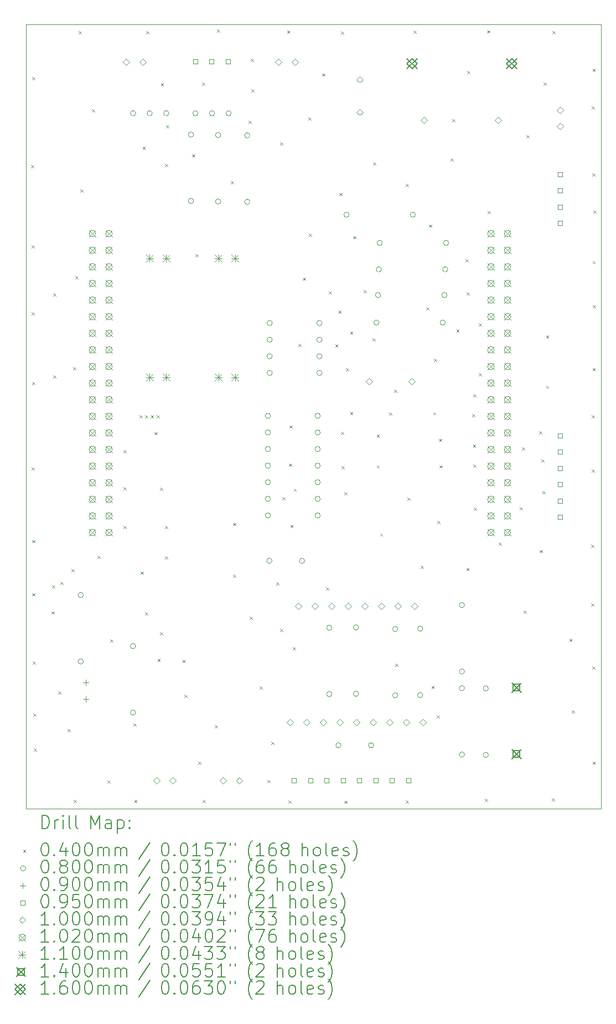
<source format=gbr>
%TF.GenerationSoftware,KiCad,Pcbnew,(7.0.0-0)*%
%TF.CreationDate,2023-07-19T10:45:20+09:00*%
%TF.ProjectId,Spct,53706374-2e6b-4696-9361-645f70636258,rev?*%
%TF.SameCoordinates,PX2540608PY1ee3f58*%
%TF.FileFunction,Drillmap*%
%TF.FilePolarity,Positive*%
%FSLAX45Y45*%
G04 Gerber Fmt 4.5, Leading zero omitted, Abs format (unit mm)*
G04 Created by KiCad (PCBNEW (7.0.0-0)) date 2023-07-19 10:45:20*
%MOMM*%
%LPD*%
G01*
G04 APERTURE LIST*
%ADD10C,0.100000*%
%ADD11C,0.200000*%
%ADD12C,0.040000*%
%ADD13C,0.080000*%
%ADD14C,0.090000*%
%ADD15C,0.095000*%
%ADD16C,0.102000*%
%ADD17C,0.110000*%
%ADD18C,0.140000*%
%ADD19C,0.160000*%
G04 APERTURE END LIST*
D10*
X0Y0D02*
X8800000Y0D01*
X8800000Y0D02*
X8800000Y-12000000D01*
X8800000Y-12000000D02*
X0Y-12000000D01*
X0Y-12000000D02*
X0Y0D01*
D11*
D12*
X76940Y-2151100D02*
X116940Y-2191100D01*
X116940Y-2151100D02*
X76940Y-2191100D01*
X87100Y-3380460D02*
X127100Y-3420460D01*
X127100Y-3380460D02*
X87100Y-3420460D01*
X87100Y-4401540D02*
X127100Y-4441540D01*
X127100Y-4401540D02*
X87100Y-4441540D01*
X87100Y-6773900D02*
X127100Y-6813900D01*
X127100Y-6773900D02*
X87100Y-6813900D01*
X97260Y-804900D02*
X137260Y-844900D01*
X137260Y-804900D02*
X97260Y-844900D01*
X97260Y-5468340D02*
X137260Y-5508340D01*
X137260Y-5468340D02*
X97260Y-5508340D01*
X97260Y-7886420D02*
X137260Y-7926420D01*
X137260Y-7886420D02*
X97260Y-7926420D01*
X97260Y-8699220D02*
X137260Y-8739220D01*
X137260Y-8699220D02*
X97260Y-8739220D01*
X102340Y-9745700D02*
X142340Y-9785700D01*
X142340Y-9745700D02*
X102340Y-9785700D01*
X112500Y-10538180D02*
X152500Y-10578180D01*
X152500Y-10538180D02*
X112500Y-10578180D01*
X117580Y-11076660D02*
X157580Y-11116660D01*
X157580Y-11076660D02*
X117580Y-11116660D01*
X391900Y-8978620D02*
X431900Y-9018620D01*
X431900Y-8978620D02*
X391900Y-9018620D01*
X397500Y-8577500D02*
X437500Y-8617500D01*
X437500Y-8577500D02*
X397500Y-8617500D01*
X413900Y-4115900D02*
X453900Y-4155900D01*
X453900Y-4115900D02*
X413900Y-4155900D01*
X418900Y-5365900D02*
X458900Y-5405900D01*
X458900Y-5365900D02*
X418900Y-5405900D01*
X493500Y-10202900D02*
X533500Y-10242900D01*
X533500Y-10202900D02*
X493500Y-10242900D01*
X524500Y-8528500D02*
X564500Y-8568500D01*
X564500Y-8528500D02*
X524500Y-8568500D01*
X635740Y-10776940D02*
X675740Y-10816940D01*
X675740Y-10776940D02*
X635740Y-10816940D01*
X696700Y-8333460D02*
X736700Y-8373460D01*
X736700Y-8333460D02*
X696700Y-8373460D01*
X718900Y-5238400D02*
X758900Y-5278400D01*
X758900Y-5238400D02*
X718900Y-5278400D01*
X727180Y-11858980D02*
X767180Y-11898980D01*
X767180Y-11858980D02*
X727180Y-11898980D01*
X756400Y-3850900D02*
X796400Y-3890900D01*
X796400Y-3850900D02*
X756400Y-3890900D01*
X803380Y-103860D02*
X843380Y-143860D01*
X843380Y-103860D02*
X803380Y-143860D01*
X833860Y-2521940D02*
X873860Y-2561940D01*
X873860Y-2521940D02*
X833860Y-2561940D01*
X1011660Y-1297660D02*
X1051660Y-1337660D01*
X1051660Y-1297660D02*
X1011660Y-1337660D01*
X1092940Y-8125180D02*
X1132940Y-8165180D01*
X1132940Y-8125180D02*
X1092940Y-8165180D01*
X1245340Y-11564340D02*
X1285340Y-11604340D01*
X1285340Y-11564340D02*
X1245340Y-11604340D01*
X1291060Y-9405340D02*
X1331060Y-9445340D01*
X1331060Y-9405340D02*
X1291060Y-9445340D01*
X1489180Y-6509740D02*
X1529180Y-6549740D01*
X1529180Y-6509740D02*
X1489180Y-6549740D01*
X1489180Y-7078700D02*
X1529180Y-7118700D01*
X1529180Y-7078700D02*
X1489180Y-7118700D01*
X1494260Y-7667980D02*
X1534260Y-7707980D01*
X1534260Y-7667980D02*
X1494260Y-7707980D01*
X1641580Y-10690580D02*
X1681580Y-10730580D01*
X1681580Y-10690580D02*
X1641580Y-10730580D01*
X1656820Y-11858980D02*
X1696820Y-11898980D01*
X1696820Y-11858980D02*
X1656820Y-11898980D01*
X1738100Y-5976340D02*
X1778100Y-6016340D01*
X1778100Y-5976340D02*
X1738100Y-6016340D01*
X1753340Y-8369020D02*
X1793340Y-8409020D01*
X1793340Y-8369020D02*
X1753340Y-8409020D01*
X1783900Y-1870900D02*
X1823900Y-1910900D01*
X1823900Y-1870900D02*
X1783900Y-1910900D01*
X1824460Y-5976340D02*
X1864460Y-6016340D01*
X1864460Y-5976340D02*
X1824460Y-6016340D01*
X1824460Y-8993860D02*
X1864460Y-9033860D01*
X1864460Y-8993860D02*
X1824460Y-9033860D01*
X1839700Y-103860D02*
X1879700Y-143860D01*
X1879700Y-103860D02*
X1839700Y-143860D01*
X1910820Y-5976340D02*
X1950820Y-6016340D01*
X1950820Y-5976340D02*
X1910820Y-6016340D01*
X1966700Y-6235420D02*
X2006700Y-6275420D01*
X2006700Y-6235420D02*
X1966700Y-6275420D01*
X1997180Y-5976340D02*
X2037180Y-6016340D01*
X2037180Y-5976340D02*
X1997180Y-6016340D01*
X2012420Y-9699980D02*
X2052420Y-9739980D01*
X2052420Y-9699980D02*
X2012420Y-9739980D01*
X2047980Y-7083780D02*
X2087980Y-7123780D01*
X2087980Y-7083780D02*
X2047980Y-7123780D01*
X2053060Y-9293580D02*
X2093060Y-9333580D01*
X2093060Y-9293580D02*
X2053060Y-9333580D01*
X2063900Y-895900D02*
X2103900Y-935900D01*
X2103900Y-895900D02*
X2063900Y-935900D01*
X2123900Y-2130900D02*
X2163900Y-2170900D01*
X2163900Y-2130900D02*
X2123900Y-2170900D01*
X2124180Y-7673060D02*
X2164180Y-7713060D01*
X2164180Y-7673060D02*
X2124180Y-7713060D01*
X2124180Y-8135340D02*
X2164180Y-8175340D01*
X2164180Y-8135340D02*
X2124180Y-8175340D01*
X2146400Y-1540900D02*
X2186400Y-1580900D01*
X2186400Y-1540900D02*
X2146400Y-1580900D01*
X2393420Y-9720300D02*
X2433420Y-9760300D01*
X2433420Y-9720300D02*
X2393420Y-9760300D01*
X2423900Y-10253700D02*
X2463900Y-10293700D01*
X2463900Y-10253700D02*
X2423900Y-10293700D01*
X2543900Y-1985900D02*
X2583900Y-2025900D01*
X2583900Y-1985900D02*
X2543900Y-2025900D01*
X2593900Y-3510900D02*
X2633900Y-3550900D01*
X2633900Y-3510900D02*
X2593900Y-3550900D01*
X2637260Y-11274780D02*
X2677260Y-11314780D01*
X2677260Y-11274780D02*
X2637260Y-11314780D01*
X2693140Y-891260D02*
X2733140Y-931260D01*
X2733140Y-891260D02*
X2693140Y-931260D01*
X2703300Y-11864060D02*
X2743300Y-11904060D01*
X2743300Y-11864060D02*
X2703300Y-11904060D01*
X2886180Y-10715980D02*
X2926180Y-10755980D01*
X2926180Y-10715980D02*
X2886180Y-10755980D01*
X2921740Y-78460D02*
X2961740Y-118460D01*
X2961740Y-78460D02*
X2921740Y-118460D01*
X3133900Y-2395900D02*
X3173900Y-2435900D01*
X3173900Y-2395900D02*
X3133900Y-2435900D01*
X3167700Y-7625400D02*
X3207700Y-7665400D01*
X3207700Y-7625400D02*
X3167700Y-7665400D01*
X3170660Y-8414740D02*
X3210660Y-8454740D01*
X3210660Y-8414740D02*
X3170660Y-8454740D01*
X3404340Y-1470380D02*
X3444340Y-1510380D01*
X3444340Y-1470380D02*
X3404340Y-1510380D01*
X3424660Y-9059900D02*
X3464660Y-9099900D01*
X3464660Y-9059900D02*
X3424660Y-9099900D01*
X3439900Y-525500D02*
X3479900Y-565500D01*
X3479900Y-525500D02*
X3439900Y-565500D01*
X3444980Y-992860D02*
X3484980Y-1032860D01*
X3484980Y-992860D02*
X3444980Y-1032860D01*
X3577060Y-10126700D02*
X3617060Y-10166700D01*
X3617060Y-10126700D02*
X3577060Y-10166700D01*
X3693900Y-11554180D02*
X3733900Y-11594180D01*
X3733900Y-11554180D02*
X3693900Y-11594180D01*
X3749780Y-10969980D02*
X3789780Y-11009980D01*
X3789780Y-10969980D02*
X3749780Y-11009980D01*
X3831060Y-8536660D02*
X3871060Y-8576660D01*
X3871060Y-8536660D02*
X3831060Y-8576660D01*
X3886940Y-1805660D02*
X3926940Y-1845660D01*
X3926940Y-1805660D02*
X3886940Y-1845660D01*
X3888900Y-9245900D02*
X3928900Y-9285900D01*
X3928900Y-9245900D02*
X3888900Y-9285900D01*
X3922920Y-7231100D02*
X3962920Y-7271100D01*
X3962920Y-7231100D02*
X3922920Y-7271100D01*
X3993620Y-93700D02*
X4033620Y-133700D01*
X4033620Y-93700D02*
X3993620Y-133700D01*
X4013940Y-11869140D02*
X4053940Y-11909140D01*
X4053940Y-11869140D02*
X4013940Y-11909140D01*
X4024520Y-6718020D02*
X4064520Y-6758020D01*
X4064520Y-6718020D02*
X4024520Y-6758020D01*
X4029600Y-6133820D02*
X4069600Y-6173820D01*
X4069600Y-6133820D02*
X4029600Y-6173820D01*
X4044840Y-7652740D02*
X4084840Y-7692740D01*
X4084840Y-7652740D02*
X4044840Y-7692740D01*
X4079980Y-9527260D02*
X4119980Y-9567260D01*
X4119980Y-9527260D02*
X4079980Y-9567260D01*
X4095640Y-7099020D02*
X4135640Y-7139020D01*
X4135640Y-7099020D02*
X4095640Y-7139020D01*
X4170040Y-4883940D02*
X4210040Y-4923940D01*
X4210040Y-4883940D02*
X4170040Y-4923940D01*
X4232380Y-3873220D02*
X4272380Y-3913220D01*
X4272380Y-3873220D02*
X4232380Y-3913220D01*
X4318740Y-1424660D02*
X4358740Y-1464660D01*
X4358740Y-1424660D02*
X4318740Y-1464660D01*
X4328900Y-3197580D02*
X4368900Y-3237580D01*
X4368900Y-3197580D02*
X4328900Y-3237580D01*
X4532100Y-749020D02*
X4572100Y-789020D01*
X4572100Y-749020D02*
X4532100Y-789020D01*
X4587980Y-8612860D02*
X4627980Y-8652860D01*
X4627980Y-8612860D02*
X4587980Y-8652860D01*
X4633700Y-4081500D02*
X4673700Y-4121500D01*
X4673700Y-4081500D02*
X4633700Y-4121500D01*
X4730220Y-4894300D02*
X4770220Y-4934300D01*
X4770220Y-4894300D02*
X4730220Y-4934300D01*
X4781020Y-4376140D02*
X4821020Y-4416140D01*
X4821020Y-4376140D02*
X4781020Y-4416140D01*
X4791180Y-2577820D02*
X4831180Y-2617820D01*
X4831180Y-2577820D02*
X4791180Y-2617820D01*
X4821660Y-108940D02*
X4861660Y-148940D01*
X4861660Y-108940D02*
X4821660Y-148940D01*
X4821660Y-6230340D02*
X4861660Y-6270340D01*
X4861660Y-6230340D02*
X4821660Y-6270340D01*
X4826740Y-6758660D02*
X4866740Y-6798660D01*
X4866740Y-6758660D02*
X4826740Y-6798660D01*
X4867380Y-7154900D02*
X4907380Y-7194900D01*
X4907380Y-7154900D02*
X4867380Y-7194900D01*
X4867380Y-11874220D02*
X4907380Y-11914220D01*
X4907380Y-11874220D02*
X4867380Y-11914220D01*
X4892780Y-5260060D02*
X4932780Y-5300060D01*
X4932780Y-5260060D02*
X4892780Y-5300060D01*
X4958820Y-4701260D02*
X4998820Y-4741260D01*
X4998820Y-4701260D02*
X4958820Y-4741260D01*
X4958820Y-5925540D02*
X4998820Y-5965540D01*
X4998820Y-5925540D02*
X4958820Y-5965540D01*
X5004540Y-3238220D02*
X5044540Y-3278220D01*
X5044540Y-3238220D02*
X5004540Y-3278220D01*
X5167100Y-4061180D02*
X5207100Y-4101180D01*
X5207100Y-4061180D02*
X5167100Y-4101180D01*
X5304260Y-4802860D02*
X5344260Y-4842860D01*
X5344260Y-4802860D02*
X5304260Y-4842860D01*
X5309340Y-2105380D02*
X5349340Y-2145380D01*
X5349340Y-2105380D02*
X5309340Y-2145380D01*
X5365220Y-6270980D02*
X5405220Y-6310980D01*
X5405220Y-6270980D02*
X5365220Y-6310980D01*
X5365220Y-6743420D02*
X5405220Y-6783420D01*
X5405220Y-6743420D02*
X5365220Y-6783420D01*
X5416020Y-7784820D02*
X5456020Y-7824820D01*
X5456020Y-7784820D02*
X5416020Y-7824820D01*
X5558260Y-5935700D02*
X5598260Y-5975700D01*
X5598260Y-5935700D02*
X5558260Y-5975700D01*
X5629380Y-5585180D02*
X5669380Y-5625180D01*
X5669380Y-5585180D02*
X5629380Y-5625180D01*
X5648900Y-9780900D02*
X5688900Y-9820900D01*
X5688900Y-9780900D02*
X5648900Y-9820900D01*
X5807180Y-11869140D02*
X5847180Y-11909140D01*
X5847180Y-11869140D02*
X5807180Y-11909140D01*
X5812260Y-2440660D02*
X5852260Y-2480660D01*
X5852260Y-2440660D02*
X5812260Y-2480660D01*
X5837660Y-7241260D02*
X5877660Y-7281260D01*
X5877660Y-7241260D02*
X5837660Y-7281260D01*
X5929100Y-93700D02*
X5969100Y-133700D01*
X5969100Y-93700D02*
X5929100Y-133700D01*
X6040860Y-8277580D02*
X6080860Y-8317580D01*
X6080860Y-8277580D02*
X6040860Y-8317580D01*
X6123900Y-4325900D02*
X6163900Y-4365900D01*
X6163900Y-4325900D02*
X6123900Y-4365900D01*
X6167860Y-3060420D02*
X6207860Y-3100420D01*
X6207860Y-3060420D02*
X6167860Y-3100420D01*
X6203420Y-10116540D02*
X6243420Y-10156540D01*
X6243420Y-10116540D02*
X6203420Y-10156540D01*
X6228820Y-5930620D02*
X6268820Y-5970620D01*
X6268820Y-5930620D02*
X6228820Y-5970620D01*
X6238980Y-5112740D02*
X6278980Y-5152740D01*
X6278980Y-5112740D02*
X6238980Y-5152740D01*
X6284700Y-10563580D02*
X6324700Y-10603580D01*
X6324700Y-10563580D02*
X6284700Y-10603580D01*
X6289780Y-7591780D02*
X6329780Y-7631780D01*
X6329780Y-7591780D02*
X6289780Y-7631780D01*
X6315180Y-6337020D02*
X6355180Y-6377020D01*
X6355180Y-6337020D02*
X6315180Y-6377020D01*
X6325340Y-6743420D02*
X6365340Y-6783420D01*
X6365340Y-6743420D02*
X6325340Y-6783420D01*
X6492980Y-2049500D02*
X6532980Y-2089500D01*
X6532980Y-2049500D02*
X6492980Y-2089500D01*
X6518380Y-1450060D02*
X6558380Y-1490060D01*
X6558380Y-1450060D02*
X6518380Y-1490060D01*
X6584420Y-4665700D02*
X6624420Y-4705700D01*
X6624420Y-4665700D02*
X6584420Y-4705700D01*
X6723900Y-3590900D02*
X6763900Y-3630900D01*
X6763900Y-3590900D02*
X6723900Y-3630900D01*
X6736820Y-8313140D02*
X6776820Y-8353140D01*
X6776820Y-8313140D02*
X6736820Y-8353140D01*
X6743900Y-4095900D02*
X6783900Y-4135900D01*
X6783900Y-4095900D02*
X6743900Y-4135900D01*
X6746980Y-713460D02*
X6786980Y-753460D01*
X6786980Y-713460D02*
X6746980Y-753460D01*
X6828260Y-5961100D02*
X6868260Y-6001100D01*
X6868260Y-5961100D02*
X6828260Y-6001100D01*
X6838420Y-6423380D02*
X6878420Y-6463380D01*
X6878420Y-6423380D02*
X6838420Y-6463380D01*
X6843500Y-5656300D02*
X6883500Y-5696300D01*
X6883500Y-5656300D02*
X6843500Y-5696300D01*
X6843500Y-6733260D02*
X6883500Y-6773260D01*
X6883500Y-6733260D02*
X6843500Y-6773260D01*
X6848580Y-7393660D02*
X6888580Y-7433660D01*
X6888580Y-7393660D02*
X6848580Y-7433660D01*
X6929860Y-4569180D02*
X6969860Y-4609180D01*
X6969860Y-4569180D02*
X6929860Y-4609180D01*
X6929860Y-5336260D02*
X6969860Y-5376260D01*
X6969860Y-5336260D02*
X6929860Y-5376260D01*
X7021300Y-11843740D02*
X7061300Y-11883740D01*
X7061300Y-11843740D02*
X7021300Y-11883740D01*
X7051780Y-88620D02*
X7091780Y-128620D01*
X7091780Y-88620D02*
X7051780Y-128620D01*
X7061940Y-2852140D02*
X7101940Y-2892140D01*
X7101940Y-2852140D02*
X7061940Y-2892140D01*
X7229580Y-7927060D02*
X7269580Y-7967060D01*
X7269580Y-7927060D02*
X7229580Y-7967060D01*
X7553900Y-7380900D02*
X7593900Y-7420900D01*
X7593900Y-7380900D02*
X7553900Y-7420900D01*
X7590260Y-6469100D02*
X7630260Y-6509100D01*
X7630260Y-6469100D02*
X7590260Y-6509100D01*
X7615660Y-8968460D02*
X7655660Y-9008460D01*
X7655660Y-8968460D02*
X7615660Y-9008460D01*
X7656300Y-1693900D02*
X7696300Y-1733900D01*
X7696300Y-1693900D02*
X7656300Y-1733900D01*
X7849340Y-6220180D02*
X7889340Y-6260180D01*
X7889340Y-6220180D02*
X7849340Y-6260180D01*
X7859500Y-8038820D02*
X7899500Y-8078820D01*
X7899500Y-8038820D02*
X7859500Y-8078820D01*
X7884900Y-6651980D02*
X7924900Y-6691980D01*
X7924900Y-6651980D02*
X7884900Y-6691980D01*
X7900140Y-7139660D02*
X7940140Y-7179660D01*
X7940140Y-7139660D02*
X7900140Y-7179660D01*
X7920460Y-891260D02*
X7960460Y-931260D01*
X7960460Y-891260D02*
X7920460Y-931260D01*
X7956020Y-4757140D02*
X7996020Y-4797140D01*
X7996020Y-4757140D02*
X7956020Y-4797140D01*
X7956020Y-5524220D02*
X7996020Y-5564220D01*
X7996020Y-5524220D02*
X7956020Y-5564220D01*
X8042380Y-11833580D02*
X8082380Y-11873580D01*
X8082380Y-11833580D02*
X8042380Y-11873580D01*
X8052540Y-98780D02*
X8092540Y-138780D01*
X8092540Y-98780D02*
X8052540Y-138780D01*
X8311620Y-9395180D02*
X8351620Y-9435180D01*
X8351620Y-9395180D02*
X8311620Y-9435180D01*
X8347180Y-10487380D02*
X8387180Y-10527380D01*
X8387180Y-10487380D02*
X8347180Y-10527380D01*
X8646900Y-7957540D02*
X8686900Y-7997540D01*
X8686900Y-7957540D02*
X8646900Y-7997540D01*
X8646900Y-8856700D02*
X8686900Y-8896700D01*
X8686900Y-8856700D02*
X8646900Y-8896700D01*
X8651980Y-5976340D02*
X8691980Y-6016340D01*
X8691980Y-5976340D02*
X8651980Y-6016340D01*
X8657060Y-1251940D02*
X8697060Y-1291940D01*
X8697060Y-1251940D02*
X8657060Y-1291940D01*
X8657060Y-6809460D02*
X8697060Y-6849460D01*
X8697060Y-6809460D02*
X8657060Y-6849460D01*
X8662140Y-2278100D02*
X8702140Y-2318100D01*
X8702140Y-2278100D02*
X8662140Y-2318100D01*
X8662140Y-9821900D02*
X8702140Y-9861900D01*
X8702140Y-9821900D02*
X8662140Y-9861900D01*
X8667220Y-677900D02*
X8707220Y-717900D01*
X8707220Y-677900D02*
X8667220Y-717900D01*
X8667220Y-3619220D02*
X8707220Y-3659220D01*
X8707220Y-3619220D02*
X8667220Y-3659220D01*
X8667220Y-5254980D02*
X8707220Y-5294980D01*
X8707220Y-5254980D02*
X8667220Y-5294980D01*
X8667220Y-11274780D02*
X8707220Y-11314780D01*
X8707220Y-11274780D02*
X8667220Y-11314780D01*
X8672300Y-4289780D02*
X8712300Y-4329780D01*
X8712300Y-4289780D02*
X8672300Y-4329780D01*
X8677380Y-2841980D02*
X8717380Y-2881980D01*
X8717380Y-2841980D02*
X8677380Y-2881980D01*
D13*
X878900Y-8727900D02*
G75*
G03*
X878900Y-8727900I-40000J0D01*
G01*
X878900Y-9743900D02*
G75*
G03*
X878900Y-9743900I-40000J0D01*
G01*
X1676700Y-9509600D02*
G75*
G03*
X1676700Y-9509600I-40000J0D01*
G01*
X1676700Y-10525600D02*
G75*
G03*
X1676700Y-10525600I-40000J0D01*
G01*
X1678300Y-1358900D02*
G75*
G03*
X1678300Y-1358900I-40000J0D01*
G01*
X1932300Y-1358900D02*
G75*
G03*
X1932300Y-1358900I-40000J0D01*
G01*
X2186300Y-1358900D02*
G75*
G03*
X2186300Y-1358900I-40000J0D01*
G01*
X2563900Y-1682900D02*
G75*
G03*
X2563900Y-1682900I-40000J0D01*
G01*
X2563900Y-2698900D02*
G75*
G03*
X2563900Y-2698900I-40000J0D01*
G01*
X2630800Y-1358900D02*
G75*
G03*
X2630800Y-1358900I-40000J0D01*
G01*
X2884800Y-1358900D02*
G75*
G03*
X2884800Y-1358900I-40000J0D01*
G01*
X2978900Y-1692900D02*
G75*
G03*
X2978900Y-1692900I-40000J0D01*
G01*
X2978900Y-2708900D02*
G75*
G03*
X2978900Y-2708900I-40000J0D01*
G01*
X3138800Y-1358900D02*
G75*
G03*
X3138800Y-1358900I-40000J0D01*
G01*
X3423900Y-1697900D02*
G75*
G03*
X3423900Y-1697900I-40000J0D01*
G01*
X3423900Y-2713900D02*
G75*
G03*
X3423900Y-2713900I-40000J0D01*
G01*
X3740080Y-5986680D02*
G75*
G03*
X3740080Y-5986680I-40000J0D01*
G01*
X3740080Y-6240680D02*
G75*
G03*
X3740080Y-6240680I-40000J0D01*
G01*
X3740080Y-6494680D02*
G75*
G03*
X3740080Y-6494680I-40000J0D01*
G01*
X3740080Y-6748680D02*
G75*
G03*
X3740080Y-6748680I-40000J0D01*
G01*
X3740080Y-7002680D02*
G75*
G03*
X3740080Y-7002680I-40000J0D01*
G01*
X3740080Y-7256680D02*
G75*
G03*
X3740080Y-7256680I-40000J0D01*
G01*
X3740080Y-7510680D02*
G75*
G03*
X3740080Y-7510680I-40000J0D01*
G01*
X3763100Y-8204200D02*
G75*
G03*
X3763100Y-8204200I-40000J0D01*
G01*
X3767600Y-4567860D02*
G75*
G03*
X3767600Y-4567860I-40000J0D01*
G01*
X3767600Y-4821860D02*
G75*
G03*
X3767600Y-4821860I-40000J0D01*
G01*
X3767600Y-5075860D02*
G75*
G03*
X3767600Y-5075860I-40000J0D01*
G01*
X3767600Y-5329860D02*
G75*
G03*
X3767600Y-5329860I-40000J0D01*
G01*
X4263100Y-8204200D02*
G75*
G03*
X4263100Y-8204200I-40000J0D01*
G01*
X4502080Y-5986680D02*
G75*
G03*
X4502080Y-5986680I-40000J0D01*
G01*
X4502080Y-6240680D02*
G75*
G03*
X4502080Y-6240680I-40000J0D01*
G01*
X4502080Y-6494680D02*
G75*
G03*
X4502080Y-6494680I-40000J0D01*
G01*
X4502080Y-6748680D02*
G75*
G03*
X4502080Y-6748680I-40000J0D01*
G01*
X4502080Y-7002680D02*
G75*
G03*
X4502080Y-7002680I-40000J0D01*
G01*
X4502080Y-7256680D02*
G75*
G03*
X4502080Y-7256680I-40000J0D01*
G01*
X4502080Y-7510680D02*
G75*
G03*
X4502080Y-7510680I-40000J0D01*
G01*
X4529600Y-4567860D02*
G75*
G03*
X4529600Y-4567860I-40000J0D01*
G01*
X4529600Y-4821860D02*
G75*
G03*
X4529600Y-4821860I-40000J0D01*
G01*
X4529600Y-5075860D02*
G75*
G03*
X4529600Y-5075860I-40000J0D01*
G01*
X4529600Y-5329860D02*
G75*
G03*
X4529600Y-5329860I-40000J0D01*
G01*
X4678900Y-9227900D02*
G75*
G03*
X4678900Y-9227900I-40000J0D01*
G01*
X4678900Y-10243900D02*
G75*
G03*
X4678900Y-10243900I-40000J0D01*
G01*
X4818900Y-11025900D02*
G75*
G03*
X4818900Y-11025900I-40000J0D01*
G01*
X4942200Y-2908300D02*
G75*
G03*
X4942200Y-2908300I-40000J0D01*
G01*
X5088900Y-9222900D02*
G75*
G03*
X5088900Y-9222900I-40000J0D01*
G01*
X5088900Y-10238900D02*
G75*
G03*
X5088900Y-10238900I-40000J0D01*
G01*
X5318900Y-11025900D02*
G75*
G03*
X5318900Y-11025900I-40000J0D01*
G01*
X5399400Y-4559300D02*
G75*
G03*
X5399400Y-4559300I-40000J0D01*
G01*
X5424800Y-4140200D02*
G75*
G03*
X5424800Y-4140200I-40000J0D01*
G01*
X5437500Y-3746500D02*
G75*
G03*
X5437500Y-3746500I-40000J0D01*
G01*
X5450200Y-3340100D02*
G75*
G03*
X5450200Y-3340100I-40000J0D01*
G01*
X5688900Y-9247900D02*
G75*
G03*
X5688900Y-9247900I-40000J0D01*
G01*
X5688900Y-10263900D02*
G75*
G03*
X5688900Y-10263900I-40000J0D01*
G01*
X5958200Y-2908300D02*
G75*
G03*
X5958200Y-2908300I-40000J0D01*
G01*
X6070900Y-9242900D02*
G75*
G03*
X6070900Y-9242900I-40000J0D01*
G01*
X6070900Y-10258900D02*
G75*
G03*
X6070900Y-10258900I-40000J0D01*
G01*
X6415400Y-4559300D02*
G75*
G03*
X6415400Y-4559300I-40000J0D01*
G01*
X6440800Y-4140200D02*
G75*
G03*
X6440800Y-4140200I-40000J0D01*
G01*
X6453500Y-3746500D02*
G75*
G03*
X6453500Y-3746500I-40000J0D01*
G01*
X6466200Y-3340100D02*
G75*
G03*
X6466200Y-3340100I-40000J0D01*
G01*
X6708900Y-8880900D02*
G75*
G03*
X6708900Y-8880900I-40000J0D01*
G01*
X6708900Y-9896900D02*
G75*
G03*
X6708900Y-9896900I-40000J0D01*
G01*
X6708900Y-10152900D02*
G75*
G03*
X6708900Y-10152900I-40000J0D01*
G01*
X6708900Y-11168900D02*
G75*
G03*
X6708900Y-11168900I-40000J0D01*
G01*
X7074200Y-10157300D02*
G75*
G03*
X7074200Y-10157300I-40000J0D01*
G01*
X7074200Y-11173300D02*
G75*
G03*
X7074200Y-11173300I-40000J0D01*
G01*
D14*
X913900Y-10019400D02*
X913900Y-10109400D01*
X868900Y-10064400D02*
X958900Y-10064400D01*
X913900Y-10273400D02*
X913900Y-10363400D01*
X868900Y-10318400D02*
X958900Y-10318400D01*
D15*
X2622388Y-601588D02*
X2622388Y-534412D01*
X2555212Y-534412D01*
X2555212Y-601588D01*
X2622388Y-601588D01*
X2872388Y-601588D02*
X2872388Y-534412D01*
X2805212Y-534412D01*
X2805212Y-601588D01*
X2872388Y-601588D01*
X3122388Y-601588D02*
X3122388Y-534412D01*
X3055212Y-534412D01*
X3055212Y-601588D01*
X3122388Y-601588D01*
X4132688Y-11595988D02*
X4132688Y-11528812D01*
X4065512Y-11528812D01*
X4065512Y-11595988D01*
X4132688Y-11595988D01*
X4382688Y-11595988D02*
X4382688Y-11528812D01*
X4315512Y-11528812D01*
X4315512Y-11595988D01*
X4382688Y-11595988D01*
X4632688Y-11595988D02*
X4632688Y-11528812D01*
X4565512Y-11528812D01*
X4565512Y-11595988D01*
X4632688Y-11595988D01*
X4882688Y-11595988D02*
X4882688Y-11528812D01*
X4815512Y-11528812D01*
X4815512Y-11595988D01*
X4882688Y-11595988D01*
X5132688Y-11595988D02*
X5132688Y-11528812D01*
X5065512Y-11528812D01*
X5065512Y-11595988D01*
X5132688Y-11595988D01*
X5382688Y-11595988D02*
X5382688Y-11528812D01*
X5315512Y-11528812D01*
X5315512Y-11595988D01*
X5382688Y-11595988D01*
X5632688Y-11595988D02*
X5632688Y-11528812D01*
X5565512Y-11528812D01*
X5565512Y-11595988D01*
X5632688Y-11595988D01*
X5882688Y-11595988D02*
X5882688Y-11528812D01*
X5815512Y-11528812D01*
X5815512Y-11595988D01*
X5882688Y-11595988D01*
X8203588Y-2323588D02*
X8203588Y-2256412D01*
X8136412Y-2256412D01*
X8136412Y-2323588D01*
X8203588Y-2323588D01*
X8203588Y-2573588D02*
X8203588Y-2506412D01*
X8136412Y-2506412D01*
X8136412Y-2573588D01*
X8203588Y-2573588D01*
X8203588Y-2823588D02*
X8203588Y-2756412D01*
X8136412Y-2756412D01*
X8136412Y-2823588D01*
X8203588Y-2823588D01*
X8203588Y-3073588D02*
X8203588Y-3006412D01*
X8136412Y-3006412D01*
X8136412Y-3073588D01*
X8203588Y-3073588D01*
X8203588Y-6320088D02*
X8203588Y-6252912D01*
X8136412Y-6252912D01*
X8136412Y-6320088D01*
X8203588Y-6320088D01*
X8203588Y-6570088D02*
X8203588Y-6502912D01*
X8136412Y-6502912D01*
X8136412Y-6570088D01*
X8203588Y-6570088D01*
X8203588Y-6820088D02*
X8203588Y-6752912D01*
X8136412Y-6752912D01*
X8136412Y-6820088D01*
X8203588Y-6820088D01*
X8203588Y-7070088D02*
X8203588Y-7002912D01*
X8136412Y-7002912D01*
X8136412Y-7070088D01*
X8203588Y-7070088D01*
X8203588Y-7320088D02*
X8203588Y-7252912D01*
X8136412Y-7252912D01*
X8136412Y-7320088D01*
X8203588Y-7320088D01*
X8203588Y-7570088D02*
X8203588Y-7502912D01*
X8136412Y-7502912D01*
X8136412Y-7570088D01*
X8203588Y-7570088D01*
D10*
X1534700Y-626100D02*
X1584700Y-576100D01*
X1534700Y-526100D01*
X1484700Y-576100D01*
X1534700Y-626100D01*
X1784700Y-626100D02*
X1834700Y-576100D01*
X1784700Y-526100D01*
X1734700Y-576100D01*
X1784700Y-626100D01*
X1996300Y-11612400D02*
X2046300Y-11562400D01*
X1996300Y-11512400D01*
X1946300Y-11562400D01*
X1996300Y-11612400D01*
X2246300Y-11612400D02*
X2296300Y-11562400D01*
X2246300Y-11512400D01*
X2196300Y-11562400D01*
X2246300Y-11612400D01*
X3014300Y-11612400D02*
X3064300Y-11562400D01*
X3014300Y-11512400D01*
X2964300Y-11562400D01*
X3014300Y-11612400D01*
X3264300Y-11612400D02*
X3314300Y-11562400D01*
X3264300Y-11512400D01*
X3214300Y-11562400D01*
X3264300Y-11612400D01*
X3862800Y-626100D02*
X3912800Y-576100D01*
X3862800Y-526100D01*
X3812800Y-576100D01*
X3862800Y-626100D01*
X4037000Y-10728000D02*
X4087000Y-10678000D01*
X4037000Y-10628000D01*
X3987000Y-10678000D01*
X4037000Y-10728000D01*
X4112800Y-626100D02*
X4162800Y-576100D01*
X4112800Y-526100D01*
X4062800Y-576100D01*
X4112800Y-626100D01*
X4164000Y-8950000D02*
X4214000Y-8900000D01*
X4164000Y-8850000D01*
X4114000Y-8900000D01*
X4164000Y-8950000D01*
X4291000Y-10728000D02*
X4341000Y-10678000D01*
X4291000Y-10628000D01*
X4241000Y-10678000D01*
X4291000Y-10728000D01*
X4418000Y-8950000D02*
X4468000Y-8900000D01*
X4418000Y-8850000D01*
X4368000Y-8900000D01*
X4418000Y-8950000D01*
X4545000Y-10728000D02*
X4595000Y-10678000D01*
X4545000Y-10628000D01*
X4495000Y-10678000D01*
X4545000Y-10728000D01*
X4672000Y-8950000D02*
X4722000Y-8900000D01*
X4672000Y-8850000D01*
X4622000Y-8900000D01*
X4672000Y-8950000D01*
X4799000Y-10728000D02*
X4849000Y-10678000D01*
X4799000Y-10628000D01*
X4749000Y-10678000D01*
X4799000Y-10728000D01*
X4926000Y-8950000D02*
X4976000Y-8900000D01*
X4926000Y-8850000D01*
X4876000Y-8900000D01*
X4926000Y-8950000D01*
X5053000Y-10728000D02*
X5103000Y-10678000D01*
X5053000Y-10628000D01*
X5003000Y-10678000D01*
X5053000Y-10728000D01*
X5105400Y-891668D02*
X5155400Y-841668D01*
X5105400Y-791668D01*
X5055400Y-841668D01*
X5105400Y-891668D01*
X5105400Y-1391668D02*
X5155400Y-1341668D01*
X5105400Y-1291668D01*
X5055400Y-1341668D01*
X5105400Y-1391668D01*
X5180000Y-8950000D02*
X5230000Y-8900000D01*
X5180000Y-8850000D01*
X5130000Y-8900000D01*
X5180000Y-8950000D01*
X5250300Y-5511000D02*
X5300300Y-5461000D01*
X5250300Y-5411000D01*
X5200300Y-5461000D01*
X5250300Y-5511000D01*
X5307000Y-10728000D02*
X5357000Y-10678000D01*
X5307000Y-10628000D01*
X5257000Y-10678000D01*
X5307000Y-10728000D01*
X5434000Y-8950000D02*
X5484000Y-8900000D01*
X5434000Y-8850000D01*
X5384000Y-8900000D01*
X5434000Y-8950000D01*
X5561000Y-10728000D02*
X5611000Y-10678000D01*
X5561000Y-10628000D01*
X5511000Y-10678000D01*
X5561000Y-10728000D01*
X5688000Y-8950000D02*
X5738000Y-8900000D01*
X5688000Y-8850000D01*
X5638000Y-8900000D01*
X5688000Y-8950000D01*
X5815000Y-10728000D02*
X5865000Y-10678000D01*
X5815000Y-10628000D01*
X5765000Y-10678000D01*
X5815000Y-10728000D01*
X5900300Y-5511000D02*
X5950300Y-5461000D01*
X5900300Y-5411000D01*
X5850300Y-5461000D01*
X5900300Y-5511000D01*
X5942000Y-8950000D02*
X5992000Y-8900000D01*
X5942000Y-8850000D01*
X5892000Y-8900000D01*
X5942000Y-8950000D01*
X6069000Y-10728000D02*
X6119000Y-10678000D01*
X6069000Y-10628000D01*
X6019000Y-10678000D01*
X6069000Y-10728000D01*
X6084800Y-1510500D02*
X6134800Y-1460500D01*
X6084800Y-1410500D01*
X6034800Y-1460500D01*
X6084800Y-1510500D01*
X7224800Y-1510500D02*
X7274800Y-1460500D01*
X7224800Y-1410500D01*
X7174800Y-1460500D01*
X7224800Y-1510500D01*
X8170000Y-1358100D02*
X8220000Y-1308100D01*
X8170000Y-1258100D01*
X8120000Y-1308100D01*
X8170000Y-1358100D01*
X8170000Y-1608100D02*
X8220000Y-1558100D01*
X8170000Y-1508100D01*
X8120000Y-1558100D01*
X8170000Y-1608100D01*
D16*
X965420Y-3148800D02*
X1067420Y-3250800D01*
X1067420Y-3148800D02*
X965420Y-3250800D01*
X1067420Y-3199800D02*
G75*
G03*
X1067420Y-3199800I-51000J0D01*
G01*
X965420Y-3402800D02*
X1067420Y-3504800D01*
X1067420Y-3402800D02*
X965420Y-3504800D01*
X1067420Y-3453800D02*
G75*
G03*
X1067420Y-3453800I-51000J0D01*
G01*
X965420Y-3656800D02*
X1067420Y-3758800D01*
X1067420Y-3656800D02*
X965420Y-3758800D01*
X1067420Y-3707800D02*
G75*
G03*
X1067420Y-3707800I-51000J0D01*
G01*
X965420Y-3910800D02*
X1067420Y-4012800D01*
X1067420Y-3910800D02*
X965420Y-4012800D01*
X1067420Y-3961800D02*
G75*
G03*
X1067420Y-3961800I-51000J0D01*
G01*
X965420Y-4164800D02*
X1067420Y-4266800D01*
X1067420Y-4164800D02*
X965420Y-4266800D01*
X1067420Y-4215800D02*
G75*
G03*
X1067420Y-4215800I-51000J0D01*
G01*
X965420Y-4418800D02*
X1067420Y-4520800D01*
X1067420Y-4418800D02*
X965420Y-4520800D01*
X1067420Y-4469800D02*
G75*
G03*
X1067420Y-4469800I-51000J0D01*
G01*
X965420Y-4672800D02*
X1067420Y-4774800D01*
X1067420Y-4672800D02*
X965420Y-4774800D01*
X1067420Y-4723800D02*
G75*
G03*
X1067420Y-4723800I-51000J0D01*
G01*
X965420Y-4926800D02*
X1067420Y-5028800D01*
X1067420Y-4926800D02*
X965420Y-5028800D01*
X1067420Y-4977800D02*
G75*
G03*
X1067420Y-4977800I-51000J0D01*
G01*
X965420Y-5180800D02*
X1067420Y-5282800D01*
X1067420Y-5180800D02*
X965420Y-5282800D01*
X1067420Y-5231800D02*
G75*
G03*
X1067420Y-5231800I-51000J0D01*
G01*
X965420Y-5434800D02*
X1067420Y-5536800D01*
X1067420Y-5434800D02*
X965420Y-5536800D01*
X1067420Y-5485800D02*
G75*
G03*
X1067420Y-5485800I-51000J0D01*
G01*
X965420Y-5688800D02*
X1067420Y-5790800D01*
X1067420Y-5688800D02*
X965420Y-5790800D01*
X1067420Y-5739800D02*
G75*
G03*
X1067420Y-5739800I-51000J0D01*
G01*
X965420Y-5942800D02*
X1067420Y-6044800D01*
X1067420Y-5942800D02*
X965420Y-6044800D01*
X1067420Y-5993800D02*
G75*
G03*
X1067420Y-5993800I-51000J0D01*
G01*
X965420Y-6196800D02*
X1067420Y-6298800D01*
X1067420Y-6196800D02*
X965420Y-6298800D01*
X1067420Y-6247800D02*
G75*
G03*
X1067420Y-6247800I-51000J0D01*
G01*
X965420Y-6450800D02*
X1067420Y-6552800D01*
X1067420Y-6450800D02*
X965420Y-6552800D01*
X1067420Y-6501800D02*
G75*
G03*
X1067420Y-6501800I-51000J0D01*
G01*
X965420Y-6704800D02*
X1067420Y-6806800D01*
X1067420Y-6704800D02*
X965420Y-6806800D01*
X1067420Y-6755800D02*
G75*
G03*
X1067420Y-6755800I-51000J0D01*
G01*
X965420Y-6958800D02*
X1067420Y-7060800D01*
X1067420Y-6958800D02*
X965420Y-7060800D01*
X1067420Y-7009800D02*
G75*
G03*
X1067420Y-7009800I-51000J0D01*
G01*
X965420Y-7212800D02*
X1067420Y-7314800D01*
X1067420Y-7212800D02*
X965420Y-7314800D01*
X1067420Y-7263800D02*
G75*
G03*
X1067420Y-7263800I-51000J0D01*
G01*
X965420Y-7466800D02*
X1067420Y-7568800D01*
X1067420Y-7466800D02*
X965420Y-7568800D01*
X1067420Y-7517800D02*
G75*
G03*
X1067420Y-7517800I-51000J0D01*
G01*
X965420Y-7720800D02*
X1067420Y-7822800D01*
X1067420Y-7720800D02*
X965420Y-7822800D01*
X1067420Y-7771800D02*
G75*
G03*
X1067420Y-7771800I-51000J0D01*
G01*
X1219420Y-3148800D02*
X1321420Y-3250800D01*
X1321420Y-3148800D02*
X1219420Y-3250800D01*
X1321420Y-3199800D02*
G75*
G03*
X1321420Y-3199800I-51000J0D01*
G01*
X1219420Y-3402800D02*
X1321420Y-3504800D01*
X1321420Y-3402800D02*
X1219420Y-3504800D01*
X1321420Y-3453800D02*
G75*
G03*
X1321420Y-3453800I-51000J0D01*
G01*
X1219420Y-3656800D02*
X1321420Y-3758800D01*
X1321420Y-3656800D02*
X1219420Y-3758800D01*
X1321420Y-3707800D02*
G75*
G03*
X1321420Y-3707800I-51000J0D01*
G01*
X1219420Y-3910800D02*
X1321420Y-4012800D01*
X1321420Y-3910800D02*
X1219420Y-4012800D01*
X1321420Y-3961800D02*
G75*
G03*
X1321420Y-3961800I-51000J0D01*
G01*
X1219420Y-4164800D02*
X1321420Y-4266800D01*
X1321420Y-4164800D02*
X1219420Y-4266800D01*
X1321420Y-4215800D02*
G75*
G03*
X1321420Y-4215800I-51000J0D01*
G01*
X1219420Y-4418800D02*
X1321420Y-4520800D01*
X1321420Y-4418800D02*
X1219420Y-4520800D01*
X1321420Y-4469800D02*
G75*
G03*
X1321420Y-4469800I-51000J0D01*
G01*
X1219420Y-4672800D02*
X1321420Y-4774800D01*
X1321420Y-4672800D02*
X1219420Y-4774800D01*
X1321420Y-4723800D02*
G75*
G03*
X1321420Y-4723800I-51000J0D01*
G01*
X1219420Y-4926800D02*
X1321420Y-5028800D01*
X1321420Y-4926800D02*
X1219420Y-5028800D01*
X1321420Y-4977800D02*
G75*
G03*
X1321420Y-4977800I-51000J0D01*
G01*
X1219420Y-5180800D02*
X1321420Y-5282800D01*
X1321420Y-5180800D02*
X1219420Y-5282800D01*
X1321420Y-5231800D02*
G75*
G03*
X1321420Y-5231800I-51000J0D01*
G01*
X1219420Y-5434800D02*
X1321420Y-5536800D01*
X1321420Y-5434800D02*
X1219420Y-5536800D01*
X1321420Y-5485800D02*
G75*
G03*
X1321420Y-5485800I-51000J0D01*
G01*
X1219420Y-5688800D02*
X1321420Y-5790800D01*
X1321420Y-5688800D02*
X1219420Y-5790800D01*
X1321420Y-5739800D02*
G75*
G03*
X1321420Y-5739800I-51000J0D01*
G01*
X1219420Y-5942800D02*
X1321420Y-6044800D01*
X1321420Y-5942800D02*
X1219420Y-6044800D01*
X1321420Y-5993800D02*
G75*
G03*
X1321420Y-5993800I-51000J0D01*
G01*
X1219420Y-6196800D02*
X1321420Y-6298800D01*
X1321420Y-6196800D02*
X1219420Y-6298800D01*
X1321420Y-6247800D02*
G75*
G03*
X1321420Y-6247800I-51000J0D01*
G01*
X1219420Y-6450800D02*
X1321420Y-6552800D01*
X1321420Y-6450800D02*
X1219420Y-6552800D01*
X1321420Y-6501800D02*
G75*
G03*
X1321420Y-6501800I-51000J0D01*
G01*
X1219420Y-6704800D02*
X1321420Y-6806800D01*
X1321420Y-6704800D02*
X1219420Y-6806800D01*
X1321420Y-6755800D02*
G75*
G03*
X1321420Y-6755800I-51000J0D01*
G01*
X1219420Y-6958800D02*
X1321420Y-7060800D01*
X1321420Y-6958800D02*
X1219420Y-7060800D01*
X1321420Y-7009800D02*
G75*
G03*
X1321420Y-7009800I-51000J0D01*
G01*
X1219420Y-7212800D02*
X1321420Y-7314800D01*
X1321420Y-7212800D02*
X1219420Y-7314800D01*
X1321420Y-7263800D02*
G75*
G03*
X1321420Y-7263800I-51000J0D01*
G01*
X1219420Y-7466800D02*
X1321420Y-7568800D01*
X1321420Y-7466800D02*
X1219420Y-7568800D01*
X1321420Y-7517800D02*
G75*
G03*
X1321420Y-7517800I-51000J0D01*
G01*
X1219420Y-7720800D02*
X1321420Y-7822800D01*
X1321420Y-7720800D02*
X1219420Y-7822800D01*
X1321420Y-7771800D02*
G75*
G03*
X1321420Y-7771800I-51000J0D01*
G01*
X7061420Y-3148800D02*
X7163420Y-3250800D01*
X7163420Y-3148800D02*
X7061420Y-3250800D01*
X7163420Y-3199800D02*
G75*
G03*
X7163420Y-3199800I-51000J0D01*
G01*
X7061420Y-3402800D02*
X7163420Y-3504800D01*
X7163420Y-3402800D02*
X7061420Y-3504800D01*
X7163420Y-3453800D02*
G75*
G03*
X7163420Y-3453800I-51000J0D01*
G01*
X7061420Y-3656800D02*
X7163420Y-3758800D01*
X7163420Y-3656800D02*
X7061420Y-3758800D01*
X7163420Y-3707800D02*
G75*
G03*
X7163420Y-3707800I-51000J0D01*
G01*
X7061420Y-3910800D02*
X7163420Y-4012800D01*
X7163420Y-3910800D02*
X7061420Y-4012800D01*
X7163420Y-3961800D02*
G75*
G03*
X7163420Y-3961800I-51000J0D01*
G01*
X7061420Y-4164800D02*
X7163420Y-4266800D01*
X7163420Y-4164800D02*
X7061420Y-4266800D01*
X7163420Y-4215800D02*
G75*
G03*
X7163420Y-4215800I-51000J0D01*
G01*
X7061420Y-4418800D02*
X7163420Y-4520800D01*
X7163420Y-4418800D02*
X7061420Y-4520800D01*
X7163420Y-4469800D02*
G75*
G03*
X7163420Y-4469800I-51000J0D01*
G01*
X7061420Y-4672800D02*
X7163420Y-4774800D01*
X7163420Y-4672800D02*
X7061420Y-4774800D01*
X7163420Y-4723800D02*
G75*
G03*
X7163420Y-4723800I-51000J0D01*
G01*
X7061420Y-4926800D02*
X7163420Y-5028800D01*
X7163420Y-4926800D02*
X7061420Y-5028800D01*
X7163420Y-4977800D02*
G75*
G03*
X7163420Y-4977800I-51000J0D01*
G01*
X7061420Y-5180800D02*
X7163420Y-5282800D01*
X7163420Y-5180800D02*
X7061420Y-5282800D01*
X7163420Y-5231800D02*
G75*
G03*
X7163420Y-5231800I-51000J0D01*
G01*
X7061420Y-5434800D02*
X7163420Y-5536800D01*
X7163420Y-5434800D02*
X7061420Y-5536800D01*
X7163420Y-5485800D02*
G75*
G03*
X7163420Y-5485800I-51000J0D01*
G01*
X7061420Y-5688800D02*
X7163420Y-5790800D01*
X7163420Y-5688800D02*
X7061420Y-5790800D01*
X7163420Y-5739800D02*
G75*
G03*
X7163420Y-5739800I-51000J0D01*
G01*
X7061420Y-5942800D02*
X7163420Y-6044800D01*
X7163420Y-5942800D02*
X7061420Y-6044800D01*
X7163420Y-5993800D02*
G75*
G03*
X7163420Y-5993800I-51000J0D01*
G01*
X7061420Y-6196800D02*
X7163420Y-6298800D01*
X7163420Y-6196800D02*
X7061420Y-6298800D01*
X7163420Y-6247800D02*
G75*
G03*
X7163420Y-6247800I-51000J0D01*
G01*
X7061420Y-6450800D02*
X7163420Y-6552800D01*
X7163420Y-6450800D02*
X7061420Y-6552800D01*
X7163420Y-6501800D02*
G75*
G03*
X7163420Y-6501800I-51000J0D01*
G01*
X7061420Y-6704800D02*
X7163420Y-6806800D01*
X7163420Y-6704800D02*
X7061420Y-6806800D01*
X7163420Y-6755800D02*
G75*
G03*
X7163420Y-6755800I-51000J0D01*
G01*
X7061420Y-6958800D02*
X7163420Y-7060800D01*
X7163420Y-6958800D02*
X7061420Y-7060800D01*
X7163420Y-7009800D02*
G75*
G03*
X7163420Y-7009800I-51000J0D01*
G01*
X7061420Y-7212800D02*
X7163420Y-7314800D01*
X7163420Y-7212800D02*
X7061420Y-7314800D01*
X7163420Y-7263800D02*
G75*
G03*
X7163420Y-7263800I-51000J0D01*
G01*
X7061420Y-7466800D02*
X7163420Y-7568800D01*
X7163420Y-7466800D02*
X7061420Y-7568800D01*
X7163420Y-7517800D02*
G75*
G03*
X7163420Y-7517800I-51000J0D01*
G01*
X7061420Y-7720800D02*
X7163420Y-7822800D01*
X7163420Y-7720800D02*
X7061420Y-7822800D01*
X7163420Y-7771800D02*
G75*
G03*
X7163420Y-7771800I-51000J0D01*
G01*
X7315420Y-3148800D02*
X7417420Y-3250800D01*
X7417420Y-3148800D02*
X7315420Y-3250800D01*
X7417420Y-3199800D02*
G75*
G03*
X7417420Y-3199800I-51000J0D01*
G01*
X7315420Y-3402800D02*
X7417420Y-3504800D01*
X7417420Y-3402800D02*
X7315420Y-3504800D01*
X7417420Y-3453800D02*
G75*
G03*
X7417420Y-3453800I-51000J0D01*
G01*
X7315420Y-3656800D02*
X7417420Y-3758800D01*
X7417420Y-3656800D02*
X7315420Y-3758800D01*
X7417420Y-3707800D02*
G75*
G03*
X7417420Y-3707800I-51000J0D01*
G01*
X7315420Y-3910800D02*
X7417420Y-4012800D01*
X7417420Y-3910800D02*
X7315420Y-4012800D01*
X7417420Y-3961800D02*
G75*
G03*
X7417420Y-3961800I-51000J0D01*
G01*
X7315420Y-4164800D02*
X7417420Y-4266800D01*
X7417420Y-4164800D02*
X7315420Y-4266800D01*
X7417420Y-4215800D02*
G75*
G03*
X7417420Y-4215800I-51000J0D01*
G01*
X7315420Y-4418800D02*
X7417420Y-4520800D01*
X7417420Y-4418800D02*
X7315420Y-4520800D01*
X7417420Y-4469800D02*
G75*
G03*
X7417420Y-4469800I-51000J0D01*
G01*
X7315420Y-4672800D02*
X7417420Y-4774800D01*
X7417420Y-4672800D02*
X7315420Y-4774800D01*
X7417420Y-4723800D02*
G75*
G03*
X7417420Y-4723800I-51000J0D01*
G01*
X7315420Y-4926800D02*
X7417420Y-5028800D01*
X7417420Y-4926800D02*
X7315420Y-5028800D01*
X7417420Y-4977800D02*
G75*
G03*
X7417420Y-4977800I-51000J0D01*
G01*
X7315420Y-5180800D02*
X7417420Y-5282800D01*
X7417420Y-5180800D02*
X7315420Y-5282800D01*
X7417420Y-5231800D02*
G75*
G03*
X7417420Y-5231800I-51000J0D01*
G01*
X7315420Y-5434800D02*
X7417420Y-5536800D01*
X7417420Y-5434800D02*
X7315420Y-5536800D01*
X7417420Y-5485800D02*
G75*
G03*
X7417420Y-5485800I-51000J0D01*
G01*
X7315420Y-5688800D02*
X7417420Y-5790800D01*
X7417420Y-5688800D02*
X7315420Y-5790800D01*
X7417420Y-5739800D02*
G75*
G03*
X7417420Y-5739800I-51000J0D01*
G01*
X7315420Y-5942800D02*
X7417420Y-6044800D01*
X7417420Y-5942800D02*
X7315420Y-6044800D01*
X7417420Y-5993800D02*
G75*
G03*
X7417420Y-5993800I-51000J0D01*
G01*
X7315420Y-6196800D02*
X7417420Y-6298800D01*
X7417420Y-6196800D02*
X7315420Y-6298800D01*
X7417420Y-6247800D02*
G75*
G03*
X7417420Y-6247800I-51000J0D01*
G01*
X7315420Y-6450800D02*
X7417420Y-6552800D01*
X7417420Y-6450800D02*
X7315420Y-6552800D01*
X7417420Y-6501800D02*
G75*
G03*
X7417420Y-6501800I-51000J0D01*
G01*
X7315420Y-6704800D02*
X7417420Y-6806800D01*
X7417420Y-6704800D02*
X7315420Y-6806800D01*
X7417420Y-6755800D02*
G75*
G03*
X7417420Y-6755800I-51000J0D01*
G01*
X7315420Y-6958800D02*
X7417420Y-7060800D01*
X7417420Y-6958800D02*
X7315420Y-7060800D01*
X7417420Y-7009800D02*
G75*
G03*
X7417420Y-7009800I-51000J0D01*
G01*
X7315420Y-7212800D02*
X7417420Y-7314800D01*
X7417420Y-7212800D02*
X7315420Y-7314800D01*
X7417420Y-7263800D02*
G75*
G03*
X7417420Y-7263800I-51000J0D01*
G01*
X7315420Y-7466800D02*
X7417420Y-7568800D01*
X7417420Y-7466800D02*
X7315420Y-7568800D01*
X7417420Y-7517800D02*
G75*
G03*
X7417420Y-7517800I-51000J0D01*
G01*
X7315420Y-7720800D02*
X7417420Y-7822800D01*
X7417420Y-7720800D02*
X7315420Y-7822800D01*
X7417420Y-7771800D02*
G75*
G03*
X7417420Y-7771800I-51000J0D01*
G01*
D17*
X1836500Y-3523850D02*
X1946500Y-3633850D01*
X1946500Y-3523850D02*
X1836500Y-3633850D01*
X1891500Y-3523850D02*
X1891500Y-3633850D01*
X1836500Y-3578850D02*
X1946500Y-3578850D01*
X1836500Y-5343850D02*
X1946500Y-5453850D01*
X1946500Y-5343850D02*
X1836500Y-5453850D01*
X1891500Y-5343850D02*
X1891500Y-5453850D01*
X1836500Y-5398850D02*
X1946500Y-5398850D01*
X2090500Y-3523850D02*
X2200500Y-3633850D01*
X2200500Y-3523850D02*
X2090500Y-3633850D01*
X2145500Y-3523850D02*
X2145500Y-3633850D01*
X2090500Y-3578850D02*
X2200500Y-3578850D01*
X2090500Y-5343850D02*
X2200500Y-5453850D01*
X2200500Y-5343850D02*
X2090500Y-5453850D01*
X2145500Y-5343850D02*
X2145500Y-5453850D01*
X2090500Y-5398850D02*
X2200500Y-5398850D01*
X2890500Y-3523850D02*
X3000500Y-3633850D01*
X3000500Y-3523850D02*
X2890500Y-3633850D01*
X2945500Y-3523850D02*
X2945500Y-3633850D01*
X2890500Y-3578850D02*
X3000500Y-3578850D01*
X2890500Y-5343850D02*
X3000500Y-5453850D01*
X3000500Y-5343850D02*
X2890500Y-5453850D01*
X2945500Y-5343850D02*
X2945500Y-5453850D01*
X2890500Y-5398850D02*
X3000500Y-5398850D01*
X3144500Y-3523850D02*
X3254500Y-3633850D01*
X3254500Y-3523850D02*
X3144500Y-3633850D01*
X3199500Y-3523850D02*
X3199500Y-3633850D01*
X3144500Y-3578850D02*
X3254500Y-3578850D01*
X3144500Y-5343850D02*
X3254500Y-5453850D01*
X3254500Y-5343850D02*
X3144500Y-5453850D01*
X3199500Y-5343850D02*
X3199500Y-5453850D01*
X3144500Y-5398850D02*
X3254500Y-5398850D01*
D18*
X7434100Y-10074600D02*
X7574100Y-10214600D01*
X7574100Y-10074600D02*
X7434100Y-10214600D01*
X7553598Y-10194098D02*
X7553598Y-10095102D01*
X7454602Y-10095102D01*
X7454602Y-10194098D01*
X7553598Y-10194098D01*
X7434100Y-11090600D02*
X7574100Y-11230600D01*
X7574100Y-11090600D02*
X7434100Y-11230600D01*
X7553598Y-11210098D02*
X7553598Y-11111102D01*
X7454602Y-11111102D01*
X7454602Y-11210098D01*
X7553598Y-11210098D01*
D19*
X5828000Y-520000D02*
X5988000Y-680000D01*
X5988000Y-520000D02*
X5828000Y-680000D01*
X5908000Y-680000D02*
X5988000Y-600000D01*
X5908000Y-520000D01*
X5828000Y-600000D01*
X5908000Y-680000D01*
X7352000Y-520000D02*
X7512000Y-680000D01*
X7512000Y-520000D02*
X7352000Y-680000D01*
X7432000Y-680000D02*
X7512000Y-600000D01*
X7432000Y-520000D01*
X7352000Y-600000D01*
X7432000Y-680000D01*
D11*
X242619Y-12298476D02*
X242619Y-12098476D01*
X242619Y-12098476D02*
X290238Y-12098476D01*
X290238Y-12098476D02*
X318810Y-12108000D01*
X318810Y-12108000D02*
X337857Y-12127048D01*
X337857Y-12127048D02*
X347381Y-12146095D01*
X347381Y-12146095D02*
X356905Y-12184190D01*
X356905Y-12184190D02*
X356905Y-12212762D01*
X356905Y-12212762D02*
X347381Y-12250857D01*
X347381Y-12250857D02*
X337857Y-12269905D01*
X337857Y-12269905D02*
X318810Y-12288952D01*
X318810Y-12288952D02*
X290238Y-12298476D01*
X290238Y-12298476D02*
X242619Y-12298476D01*
X442619Y-12298476D02*
X442619Y-12165143D01*
X442619Y-12203238D02*
X452143Y-12184190D01*
X452143Y-12184190D02*
X461667Y-12174667D01*
X461667Y-12174667D02*
X480714Y-12165143D01*
X480714Y-12165143D02*
X499762Y-12165143D01*
X566429Y-12298476D02*
X566429Y-12165143D01*
X566429Y-12098476D02*
X556905Y-12108000D01*
X556905Y-12108000D02*
X566429Y-12117524D01*
X566429Y-12117524D02*
X575952Y-12108000D01*
X575952Y-12108000D02*
X566429Y-12098476D01*
X566429Y-12098476D02*
X566429Y-12117524D01*
X690238Y-12298476D02*
X671190Y-12288952D01*
X671190Y-12288952D02*
X661667Y-12269905D01*
X661667Y-12269905D02*
X661667Y-12098476D01*
X795000Y-12298476D02*
X775952Y-12288952D01*
X775952Y-12288952D02*
X766428Y-12269905D01*
X766428Y-12269905D02*
X766428Y-12098476D01*
X991190Y-12298476D02*
X991190Y-12098476D01*
X991190Y-12098476D02*
X1057857Y-12241333D01*
X1057857Y-12241333D02*
X1124524Y-12098476D01*
X1124524Y-12098476D02*
X1124524Y-12298476D01*
X1305476Y-12298476D02*
X1305476Y-12193714D01*
X1305476Y-12193714D02*
X1295952Y-12174667D01*
X1295952Y-12174667D02*
X1276905Y-12165143D01*
X1276905Y-12165143D02*
X1238809Y-12165143D01*
X1238809Y-12165143D02*
X1219762Y-12174667D01*
X1305476Y-12288952D02*
X1286429Y-12298476D01*
X1286429Y-12298476D02*
X1238809Y-12298476D01*
X1238809Y-12298476D02*
X1219762Y-12288952D01*
X1219762Y-12288952D02*
X1210238Y-12269905D01*
X1210238Y-12269905D02*
X1210238Y-12250857D01*
X1210238Y-12250857D02*
X1219762Y-12231809D01*
X1219762Y-12231809D02*
X1238809Y-12222286D01*
X1238809Y-12222286D02*
X1286429Y-12222286D01*
X1286429Y-12222286D02*
X1305476Y-12212762D01*
X1400714Y-12165143D02*
X1400714Y-12365143D01*
X1400714Y-12174667D02*
X1419762Y-12165143D01*
X1419762Y-12165143D02*
X1457857Y-12165143D01*
X1457857Y-12165143D02*
X1476905Y-12174667D01*
X1476905Y-12174667D02*
X1486428Y-12184190D01*
X1486428Y-12184190D02*
X1495952Y-12203238D01*
X1495952Y-12203238D02*
X1495952Y-12260381D01*
X1495952Y-12260381D02*
X1486428Y-12279428D01*
X1486428Y-12279428D02*
X1476905Y-12288952D01*
X1476905Y-12288952D02*
X1457857Y-12298476D01*
X1457857Y-12298476D02*
X1419762Y-12298476D01*
X1419762Y-12298476D02*
X1400714Y-12288952D01*
X1581667Y-12279428D02*
X1591190Y-12288952D01*
X1591190Y-12288952D02*
X1581667Y-12298476D01*
X1581667Y-12298476D02*
X1572143Y-12288952D01*
X1572143Y-12288952D02*
X1581667Y-12279428D01*
X1581667Y-12279428D02*
X1581667Y-12298476D01*
X1581667Y-12174667D02*
X1591190Y-12184190D01*
X1591190Y-12184190D02*
X1581667Y-12193714D01*
X1581667Y-12193714D02*
X1572143Y-12184190D01*
X1572143Y-12184190D02*
X1581667Y-12174667D01*
X1581667Y-12174667D02*
X1581667Y-12193714D01*
D12*
X-45000Y-12625000D02*
X-5000Y-12665000D01*
X-5000Y-12625000D02*
X-45000Y-12665000D01*
D11*
X280714Y-12518476D02*
X299762Y-12518476D01*
X299762Y-12518476D02*
X318810Y-12528000D01*
X318810Y-12528000D02*
X328333Y-12537524D01*
X328333Y-12537524D02*
X337857Y-12556571D01*
X337857Y-12556571D02*
X347381Y-12594667D01*
X347381Y-12594667D02*
X347381Y-12642286D01*
X347381Y-12642286D02*
X337857Y-12680381D01*
X337857Y-12680381D02*
X328333Y-12699428D01*
X328333Y-12699428D02*
X318810Y-12708952D01*
X318810Y-12708952D02*
X299762Y-12718476D01*
X299762Y-12718476D02*
X280714Y-12718476D01*
X280714Y-12718476D02*
X261667Y-12708952D01*
X261667Y-12708952D02*
X252143Y-12699428D01*
X252143Y-12699428D02*
X242619Y-12680381D01*
X242619Y-12680381D02*
X233095Y-12642286D01*
X233095Y-12642286D02*
X233095Y-12594667D01*
X233095Y-12594667D02*
X242619Y-12556571D01*
X242619Y-12556571D02*
X252143Y-12537524D01*
X252143Y-12537524D02*
X261667Y-12528000D01*
X261667Y-12528000D02*
X280714Y-12518476D01*
X433095Y-12699428D02*
X442619Y-12708952D01*
X442619Y-12708952D02*
X433095Y-12718476D01*
X433095Y-12718476D02*
X423571Y-12708952D01*
X423571Y-12708952D02*
X433095Y-12699428D01*
X433095Y-12699428D02*
X433095Y-12718476D01*
X614048Y-12585143D02*
X614048Y-12718476D01*
X566429Y-12508952D02*
X518809Y-12651809D01*
X518809Y-12651809D02*
X642619Y-12651809D01*
X756905Y-12518476D02*
X775952Y-12518476D01*
X775952Y-12518476D02*
X795000Y-12528000D01*
X795000Y-12528000D02*
X804524Y-12537524D01*
X804524Y-12537524D02*
X814048Y-12556571D01*
X814048Y-12556571D02*
X823571Y-12594667D01*
X823571Y-12594667D02*
X823571Y-12642286D01*
X823571Y-12642286D02*
X814048Y-12680381D01*
X814048Y-12680381D02*
X804524Y-12699428D01*
X804524Y-12699428D02*
X795000Y-12708952D01*
X795000Y-12708952D02*
X775952Y-12718476D01*
X775952Y-12718476D02*
X756905Y-12718476D01*
X756905Y-12718476D02*
X737857Y-12708952D01*
X737857Y-12708952D02*
X728333Y-12699428D01*
X728333Y-12699428D02*
X718809Y-12680381D01*
X718809Y-12680381D02*
X709286Y-12642286D01*
X709286Y-12642286D02*
X709286Y-12594667D01*
X709286Y-12594667D02*
X718809Y-12556571D01*
X718809Y-12556571D02*
X728333Y-12537524D01*
X728333Y-12537524D02*
X737857Y-12528000D01*
X737857Y-12528000D02*
X756905Y-12518476D01*
X947381Y-12518476D02*
X966429Y-12518476D01*
X966429Y-12518476D02*
X985476Y-12528000D01*
X985476Y-12528000D02*
X995000Y-12537524D01*
X995000Y-12537524D02*
X1004524Y-12556571D01*
X1004524Y-12556571D02*
X1014048Y-12594667D01*
X1014048Y-12594667D02*
X1014048Y-12642286D01*
X1014048Y-12642286D02*
X1004524Y-12680381D01*
X1004524Y-12680381D02*
X995000Y-12699428D01*
X995000Y-12699428D02*
X985476Y-12708952D01*
X985476Y-12708952D02*
X966429Y-12718476D01*
X966429Y-12718476D02*
X947381Y-12718476D01*
X947381Y-12718476D02*
X928333Y-12708952D01*
X928333Y-12708952D02*
X918809Y-12699428D01*
X918809Y-12699428D02*
X909286Y-12680381D01*
X909286Y-12680381D02*
X899762Y-12642286D01*
X899762Y-12642286D02*
X899762Y-12594667D01*
X899762Y-12594667D02*
X909286Y-12556571D01*
X909286Y-12556571D02*
X918809Y-12537524D01*
X918809Y-12537524D02*
X928333Y-12528000D01*
X928333Y-12528000D02*
X947381Y-12518476D01*
X1099762Y-12718476D02*
X1099762Y-12585143D01*
X1099762Y-12604190D02*
X1109286Y-12594667D01*
X1109286Y-12594667D02*
X1128333Y-12585143D01*
X1128333Y-12585143D02*
X1156905Y-12585143D01*
X1156905Y-12585143D02*
X1175952Y-12594667D01*
X1175952Y-12594667D02*
X1185476Y-12613714D01*
X1185476Y-12613714D02*
X1185476Y-12718476D01*
X1185476Y-12613714D02*
X1195000Y-12594667D01*
X1195000Y-12594667D02*
X1214048Y-12585143D01*
X1214048Y-12585143D02*
X1242619Y-12585143D01*
X1242619Y-12585143D02*
X1261667Y-12594667D01*
X1261667Y-12594667D02*
X1271191Y-12613714D01*
X1271191Y-12613714D02*
X1271191Y-12718476D01*
X1366429Y-12718476D02*
X1366429Y-12585143D01*
X1366429Y-12604190D02*
X1375952Y-12594667D01*
X1375952Y-12594667D02*
X1395000Y-12585143D01*
X1395000Y-12585143D02*
X1423571Y-12585143D01*
X1423571Y-12585143D02*
X1442619Y-12594667D01*
X1442619Y-12594667D02*
X1452143Y-12613714D01*
X1452143Y-12613714D02*
X1452143Y-12718476D01*
X1452143Y-12613714D02*
X1461667Y-12594667D01*
X1461667Y-12594667D02*
X1480714Y-12585143D01*
X1480714Y-12585143D02*
X1509286Y-12585143D01*
X1509286Y-12585143D02*
X1528333Y-12594667D01*
X1528333Y-12594667D02*
X1537857Y-12613714D01*
X1537857Y-12613714D02*
X1537857Y-12718476D01*
X1895952Y-12508952D02*
X1724524Y-12766095D01*
X2120714Y-12518476D02*
X2139762Y-12518476D01*
X2139762Y-12518476D02*
X2158810Y-12528000D01*
X2158810Y-12528000D02*
X2168333Y-12537524D01*
X2168333Y-12537524D02*
X2177857Y-12556571D01*
X2177857Y-12556571D02*
X2187381Y-12594667D01*
X2187381Y-12594667D02*
X2187381Y-12642286D01*
X2187381Y-12642286D02*
X2177857Y-12680381D01*
X2177857Y-12680381D02*
X2168333Y-12699428D01*
X2168333Y-12699428D02*
X2158810Y-12708952D01*
X2158810Y-12708952D02*
X2139762Y-12718476D01*
X2139762Y-12718476D02*
X2120714Y-12718476D01*
X2120714Y-12718476D02*
X2101667Y-12708952D01*
X2101667Y-12708952D02*
X2092143Y-12699428D01*
X2092143Y-12699428D02*
X2082619Y-12680381D01*
X2082619Y-12680381D02*
X2073095Y-12642286D01*
X2073095Y-12642286D02*
X2073095Y-12594667D01*
X2073095Y-12594667D02*
X2082619Y-12556571D01*
X2082619Y-12556571D02*
X2092143Y-12537524D01*
X2092143Y-12537524D02*
X2101667Y-12528000D01*
X2101667Y-12528000D02*
X2120714Y-12518476D01*
X2273095Y-12699428D02*
X2282619Y-12708952D01*
X2282619Y-12708952D02*
X2273095Y-12718476D01*
X2273095Y-12718476D02*
X2263572Y-12708952D01*
X2263572Y-12708952D02*
X2273095Y-12699428D01*
X2273095Y-12699428D02*
X2273095Y-12718476D01*
X2406429Y-12518476D02*
X2425476Y-12518476D01*
X2425476Y-12518476D02*
X2444524Y-12528000D01*
X2444524Y-12528000D02*
X2454048Y-12537524D01*
X2454048Y-12537524D02*
X2463572Y-12556571D01*
X2463572Y-12556571D02*
X2473095Y-12594667D01*
X2473095Y-12594667D02*
X2473095Y-12642286D01*
X2473095Y-12642286D02*
X2463572Y-12680381D01*
X2463572Y-12680381D02*
X2454048Y-12699428D01*
X2454048Y-12699428D02*
X2444524Y-12708952D01*
X2444524Y-12708952D02*
X2425476Y-12718476D01*
X2425476Y-12718476D02*
X2406429Y-12718476D01*
X2406429Y-12718476D02*
X2387381Y-12708952D01*
X2387381Y-12708952D02*
X2377857Y-12699428D01*
X2377857Y-12699428D02*
X2368333Y-12680381D01*
X2368333Y-12680381D02*
X2358810Y-12642286D01*
X2358810Y-12642286D02*
X2358810Y-12594667D01*
X2358810Y-12594667D02*
X2368333Y-12556571D01*
X2368333Y-12556571D02*
X2377857Y-12537524D01*
X2377857Y-12537524D02*
X2387381Y-12528000D01*
X2387381Y-12528000D02*
X2406429Y-12518476D01*
X2663572Y-12718476D02*
X2549286Y-12718476D01*
X2606429Y-12718476D02*
X2606429Y-12518476D01*
X2606429Y-12518476D02*
X2587381Y-12547048D01*
X2587381Y-12547048D02*
X2568333Y-12566095D01*
X2568333Y-12566095D02*
X2549286Y-12575619D01*
X2844524Y-12518476D02*
X2749286Y-12518476D01*
X2749286Y-12518476D02*
X2739762Y-12613714D01*
X2739762Y-12613714D02*
X2749286Y-12604190D01*
X2749286Y-12604190D02*
X2768333Y-12594667D01*
X2768333Y-12594667D02*
X2815952Y-12594667D01*
X2815952Y-12594667D02*
X2835000Y-12604190D01*
X2835000Y-12604190D02*
X2844524Y-12613714D01*
X2844524Y-12613714D02*
X2854048Y-12632762D01*
X2854048Y-12632762D02*
X2854048Y-12680381D01*
X2854048Y-12680381D02*
X2844524Y-12699428D01*
X2844524Y-12699428D02*
X2835000Y-12708952D01*
X2835000Y-12708952D02*
X2815952Y-12718476D01*
X2815952Y-12718476D02*
X2768333Y-12718476D01*
X2768333Y-12718476D02*
X2749286Y-12708952D01*
X2749286Y-12708952D02*
X2739762Y-12699428D01*
X2920714Y-12518476D02*
X3054048Y-12518476D01*
X3054048Y-12518476D02*
X2968333Y-12718476D01*
X3120714Y-12518476D02*
X3120714Y-12556571D01*
X3196905Y-12518476D02*
X3196905Y-12556571D01*
X3459762Y-12794667D02*
X3450238Y-12785143D01*
X3450238Y-12785143D02*
X3431191Y-12756571D01*
X3431191Y-12756571D02*
X3421667Y-12737524D01*
X3421667Y-12737524D02*
X3412143Y-12708952D01*
X3412143Y-12708952D02*
X3402619Y-12661333D01*
X3402619Y-12661333D02*
X3402619Y-12623238D01*
X3402619Y-12623238D02*
X3412143Y-12575619D01*
X3412143Y-12575619D02*
X3421667Y-12547048D01*
X3421667Y-12547048D02*
X3431191Y-12528000D01*
X3431191Y-12528000D02*
X3450238Y-12499428D01*
X3450238Y-12499428D02*
X3459762Y-12489905D01*
X3640714Y-12718476D02*
X3526429Y-12718476D01*
X3583571Y-12718476D02*
X3583571Y-12518476D01*
X3583571Y-12518476D02*
X3564524Y-12547048D01*
X3564524Y-12547048D02*
X3545476Y-12566095D01*
X3545476Y-12566095D02*
X3526429Y-12575619D01*
X3812143Y-12518476D02*
X3774048Y-12518476D01*
X3774048Y-12518476D02*
X3755000Y-12528000D01*
X3755000Y-12528000D02*
X3745476Y-12537524D01*
X3745476Y-12537524D02*
X3726429Y-12566095D01*
X3726429Y-12566095D02*
X3716905Y-12604190D01*
X3716905Y-12604190D02*
X3716905Y-12680381D01*
X3716905Y-12680381D02*
X3726429Y-12699428D01*
X3726429Y-12699428D02*
X3735952Y-12708952D01*
X3735952Y-12708952D02*
X3755000Y-12718476D01*
X3755000Y-12718476D02*
X3793095Y-12718476D01*
X3793095Y-12718476D02*
X3812143Y-12708952D01*
X3812143Y-12708952D02*
X3821667Y-12699428D01*
X3821667Y-12699428D02*
X3831191Y-12680381D01*
X3831191Y-12680381D02*
X3831191Y-12632762D01*
X3831191Y-12632762D02*
X3821667Y-12613714D01*
X3821667Y-12613714D02*
X3812143Y-12604190D01*
X3812143Y-12604190D02*
X3793095Y-12594667D01*
X3793095Y-12594667D02*
X3755000Y-12594667D01*
X3755000Y-12594667D02*
X3735952Y-12604190D01*
X3735952Y-12604190D02*
X3726429Y-12613714D01*
X3726429Y-12613714D02*
X3716905Y-12632762D01*
X3945476Y-12604190D02*
X3926429Y-12594667D01*
X3926429Y-12594667D02*
X3916905Y-12585143D01*
X3916905Y-12585143D02*
X3907381Y-12566095D01*
X3907381Y-12566095D02*
X3907381Y-12556571D01*
X3907381Y-12556571D02*
X3916905Y-12537524D01*
X3916905Y-12537524D02*
X3926429Y-12528000D01*
X3926429Y-12528000D02*
X3945476Y-12518476D01*
X3945476Y-12518476D02*
X3983572Y-12518476D01*
X3983572Y-12518476D02*
X4002619Y-12528000D01*
X4002619Y-12528000D02*
X4012143Y-12537524D01*
X4012143Y-12537524D02*
X4021667Y-12556571D01*
X4021667Y-12556571D02*
X4021667Y-12566095D01*
X4021667Y-12566095D02*
X4012143Y-12585143D01*
X4012143Y-12585143D02*
X4002619Y-12594667D01*
X4002619Y-12594667D02*
X3983572Y-12604190D01*
X3983572Y-12604190D02*
X3945476Y-12604190D01*
X3945476Y-12604190D02*
X3926429Y-12613714D01*
X3926429Y-12613714D02*
X3916905Y-12623238D01*
X3916905Y-12623238D02*
X3907381Y-12642286D01*
X3907381Y-12642286D02*
X3907381Y-12680381D01*
X3907381Y-12680381D02*
X3916905Y-12699428D01*
X3916905Y-12699428D02*
X3926429Y-12708952D01*
X3926429Y-12708952D02*
X3945476Y-12718476D01*
X3945476Y-12718476D02*
X3983572Y-12718476D01*
X3983572Y-12718476D02*
X4002619Y-12708952D01*
X4002619Y-12708952D02*
X4012143Y-12699428D01*
X4012143Y-12699428D02*
X4021667Y-12680381D01*
X4021667Y-12680381D02*
X4021667Y-12642286D01*
X4021667Y-12642286D02*
X4012143Y-12623238D01*
X4012143Y-12623238D02*
X4002619Y-12613714D01*
X4002619Y-12613714D02*
X3983572Y-12604190D01*
X4227381Y-12718476D02*
X4227381Y-12518476D01*
X4313095Y-12718476D02*
X4313095Y-12613714D01*
X4313095Y-12613714D02*
X4303572Y-12594667D01*
X4303572Y-12594667D02*
X4284524Y-12585143D01*
X4284524Y-12585143D02*
X4255953Y-12585143D01*
X4255953Y-12585143D02*
X4236905Y-12594667D01*
X4236905Y-12594667D02*
X4227381Y-12604190D01*
X4436905Y-12718476D02*
X4417857Y-12708952D01*
X4417857Y-12708952D02*
X4408334Y-12699428D01*
X4408334Y-12699428D02*
X4398810Y-12680381D01*
X4398810Y-12680381D02*
X4398810Y-12623238D01*
X4398810Y-12623238D02*
X4408334Y-12604190D01*
X4408334Y-12604190D02*
X4417857Y-12594667D01*
X4417857Y-12594667D02*
X4436905Y-12585143D01*
X4436905Y-12585143D02*
X4465476Y-12585143D01*
X4465476Y-12585143D02*
X4484524Y-12594667D01*
X4484524Y-12594667D02*
X4494048Y-12604190D01*
X4494048Y-12604190D02*
X4503572Y-12623238D01*
X4503572Y-12623238D02*
X4503572Y-12680381D01*
X4503572Y-12680381D02*
X4494048Y-12699428D01*
X4494048Y-12699428D02*
X4484524Y-12708952D01*
X4484524Y-12708952D02*
X4465476Y-12718476D01*
X4465476Y-12718476D02*
X4436905Y-12718476D01*
X4617857Y-12718476D02*
X4598810Y-12708952D01*
X4598810Y-12708952D02*
X4589286Y-12689905D01*
X4589286Y-12689905D02*
X4589286Y-12518476D01*
X4770238Y-12708952D02*
X4751191Y-12718476D01*
X4751191Y-12718476D02*
X4713095Y-12718476D01*
X4713095Y-12718476D02*
X4694048Y-12708952D01*
X4694048Y-12708952D02*
X4684524Y-12689905D01*
X4684524Y-12689905D02*
X4684524Y-12613714D01*
X4684524Y-12613714D02*
X4694048Y-12594667D01*
X4694048Y-12594667D02*
X4713095Y-12585143D01*
X4713095Y-12585143D02*
X4751191Y-12585143D01*
X4751191Y-12585143D02*
X4770238Y-12594667D01*
X4770238Y-12594667D02*
X4779762Y-12613714D01*
X4779762Y-12613714D02*
X4779762Y-12632762D01*
X4779762Y-12632762D02*
X4684524Y-12651809D01*
X4855953Y-12708952D02*
X4875000Y-12718476D01*
X4875000Y-12718476D02*
X4913095Y-12718476D01*
X4913095Y-12718476D02*
X4932143Y-12708952D01*
X4932143Y-12708952D02*
X4941667Y-12689905D01*
X4941667Y-12689905D02*
X4941667Y-12680381D01*
X4941667Y-12680381D02*
X4932143Y-12661333D01*
X4932143Y-12661333D02*
X4913095Y-12651809D01*
X4913095Y-12651809D02*
X4884524Y-12651809D01*
X4884524Y-12651809D02*
X4865476Y-12642286D01*
X4865476Y-12642286D02*
X4855953Y-12623238D01*
X4855953Y-12623238D02*
X4855953Y-12613714D01*
X4855953Y-12613714D02*
X4865476Y-12594667D01*
X4865476Y-12594667D02*
X4884524Y-12585143D01*
X4884524Y-12585143D02*
X4913095Y-12585143D01*
X4913095Y-12585143D02*
X4932143Y-12594667D01*
X5008334Y-12794667D02*
X5017857Y-12785143D01*
X5017857Y-12785143D02*
X5036905Y-12756571D01*
X5036905Y-12756571D02*
X5046429Y-12737524D01*
X5046429Y-12737524D02*
X5055953Y-12708952D01*
X5055953Y-12708952D02*
X5065476Y-12661333D01*
X5065476Y-12661333D02*
X5065476Y-12623238D01*
X5065476Y-12623238D02*
X5055953Y-12575619D01*
X5055953Y-12575619D02*
X5046429Y-12547048D01*
X5046429Y-12547048D02*
X5036905Y-12528000D01*
X5036905Y-12528000D02*
X5017857Y-12499428D01*
X5017857Y-12499428D02*
X5008334Y-12489905D01*
D13*
X-5000Y-12909000D02*
G75*
G03*
X-5000Y-12909000I-40000J0D01*
G01*
D11*
X280714Y-12782476D02*
X299762Y-12782476D01*
X299762Y-12782476D02*
X318810Y-12792000D01*
X318810Y-12792000D02*
X328333Y-12801524D01*
X328333Y-12801524D02*
X337857Y-12820571D01*
X337857Y-12820571D02*
X347381Y-12858667D01*
X347381Y-12858667D02*
X347381Y-12906286D01*
X347381Y-12906286D02*
X337857Y-12944381D01*
X337857Y-12944381D02*
X328333Y-12963428D01*
X328333Y-12963428D02*
X318810Y-12972952D01*
X318810Y-12972952D02*
X299762Y-12982476D01*
X299762Y-12982476D02*
X280714Y-12982476D01*
X280714Y-12982476D02*
X261667Y-12972952D01*
X261667Y-12972952D02*
X252143Y-12963428D01*
X252143Y-12963428D02*
X242619Y-12944381D01*
X242619Y-12944381D02*
X233095Y-12906286D01*
X233095Y-12906286D02*
X233095Y-12858667D01*
X233095Y-12858667D02*
X242619Y-12820571D01*
X242619Y-12820571D02*
X252143Y-12801524D01*
X252143Y-12801524D02*
X261667Y-12792000D01*
X261667Y-12792000D02*
X280714Y-12782476D01*
X433095Y-12963428D02*
X442619Y-12972952D01*
X442619Y-12972952D02*
X433095Y-12982476D01*
X433095Y-12982476D02*
X423571Y-12972952D01*
X423571Y-12972952D02*
X433095Y-12963428D01*
X433095Y-12963428D02*
X433095Y-12982476D01*
X556905Y-12868190D02*
X537857Y-12858667D01*
X537857Y-12858667D02*
X528333Y-12849143D01*
X528333Y-12849143D02*
X518809Y-12830095D01*
X518809Y-12830095D02*
X518809Y-12820571D01*
X518809Y-12820571D02*
X528333Y-12801524D01*
X528333Y-12801524D02*
X537857Y-12792000D01*
X537857Y-12792000D02*
X556905Y-12782476D01*
X556905Y-12782476D02*
X595000Y-12782476D01*
X595000Y-12782476D02*
X614048Y-12792000D01*
X614048Y-12792000D02*
X623571Y-12801524D01*
X623571Y-12801524D02*
X633095Y-12820571D01*
X633095Y-12820571D02*
X633095Y-12830095D01*
X633095Y-12830095D02*
X623571Y-12849143D01*
X623571Y-12849143D02*
X614048Y-12858667D01*
X614048Y-12858667D02*
X595000Y-12868190D01*
X595000Y-12868190D02*
X556905Y-12868190D01*
X556905Y-12868190D02*
X537857Y-12877714D01*
X537857Y-12877714D02*
X528333Y-12887238D01*
X528333Y-12887238D02*
X518809Y-12906286D01*
X518809Y-12906286D02*
X518809Y-12944381D01*
X518809Y-12944381D02*
X528333Y-12963428D01*
X528333Y-12963428D02*
X537857Y-12972952D01*
X537857Y-12972952D02*
X556905Y-12982476D01*
X556905Y-12982476D02*
X595000Y-12982476D01*
X595000Y-12982476D02*
X614048Y-12972952D01*
X614048Y-12972952D02*
X623571Y-12963428D01*
X623571Y-12963428D02*
X633095Y-12944381D01*
X633095Y-12944381D02*
X633095Y-12906286D01*
X633095Y-12906286D02*
X623571Y-12887238D01*
X623571Y-12887238D02*
X614048Y-12877714D01*
X614048Y-12877714D02*
X595000Y-12868190D01*
X756905Y-12782476D02*
X775952Y-12782476D01*
X775952Y-12782476D02*
X795000Y-12792000D01*
X795000Y-12792000D02*
X804524Y-12801524D01*
X804524Y-12801524D02*
X814048Y-12820571D01*
X814048Y-12820571D02*
X823571Y-12858667D01*
X823571Y-12858667D02*
X823571Y-12906286D01*
X823571Y-12906286D02*
X814048Y-12944381D01*
X814048Y-12944381D02*
X804524Y-12963428D01*
X804524Y-12963428D02*
X795000Y-12972952D01*
X795000Y-12972952D02*
X775952Y-12982476D01*
X775952Y-12982476D02*
X756905Y-12982476D01*
X756905Y-12982476D02*
X737857Y-12972952D01*
X737857Y-12972952D02*
X728333Y-12963428D01*
X728333Y-12963428D02*
X718809Y-12944381D01*
X718809Y-12944381D02*
X709286Y-12906286D01*
X709286Y-12906286D02*
X709286Y-12858667D01*
X709286Y-12858667D02*
X718809Y-12820571D01*
X718809Y-12820571D02*
X728333Y-12801524D01*
X728333Y-12801524D02*
X737857Y-12792000D01*
X737857Y-12792000D02*
X756905Y-12782476D01*
X947381Y-12782476D02*
X966429Y-12782476D01*
X966429Y-12782476D02*
X985476Y-12792000D01*
X985476Y-12792000D02*
X995000Y-12801524D01*
X995000Y-12801524D02*
X1004524Y-12820571D01*
X1004524Y-12820571D02*
X1014048Y-12858667D01*
X1014048Y-12858667D02*
X1014048Y-12906286D01*
X1014048Y-12906286D02*
X1004524Y-12944381D01*
X1004524Y-12944381D02*
X995000Y-12963428D01*
X995000Y-12963428D02*
X985476Y-12972952D01*
X985476Y-12972952D02*
X966429Y-12982476D01*
X966429Y-12982476D02*
X947381Y-12982476D01*
X947381Y-12982476D02*
X928333Y-12972952D01*
X928333Y-12972952D02*
X918809Y-12963428D01*
X918809Y-12963428D02*
X909286Y-12944381D01*
X909286Y-12944381D02*
X899762Y-12906286D01*
X899762Y-12906286D02*
X899762Y-12858667D01*
X899762Y-12858667D02*
X909286Y-12820571D01*
X909286Y-12820571D02*
X918809Y-12801524D01*
X918809Y-12801524D02*
X928333Y-12792000D01*
X928333Y-12792000D02*
X947381Y-12782476D01*
X1099762Y-12982476D02*
X1099762Y-12849143D01*
X1099762Y-12868190D02*
X1109286Y-12858667D01*
X1109286Y-12858667D02*
X1128333Y-12849143D01*
X1128333Y-12849143D02*
X1156905Y-12849143D01*
X1156905Y-12849143D02*
X1175952Y-12858667D01*
X1175952Y-12858667D02*
X1185476Y-12877714D01*
X1185476Y-12877714D02*
X1185476Y-12982476D01*
X1185476Y-12877714D02*
X1195000Y-12858667D01*
X1195000Y-12858667D02*
X1214048Y-12849143D01*
X1214048Y-12849143D02*
X1242619Y-12849143D01*
X1242619Y-12849143D02*
X1261667Y-12858667D01*
X1261667Y-12858667D02*
X1271191Y-12877714D01*
X1271191Y-12877714D02*
X1271191Y-12982476D01*
X1366429Y-12982476D02*
X1366429Y-12849143D01*
X1366429Y-12868190D02*
X1375952Y-12858667D01*
X1375952Y-12858667D02*
X1395000Y-12849143D01*
X1395000Y-12849143D02*
X1423571Y-12849143D01*
X1423571Y-12849143D02*
X1442619Y-12858667D01*
X1442619Y-12858667D02*
X1452143Y-12877714D01*
X1452143Y-12877714D02*
X1452143Y-12982476D01*
X1452143Y-12877714D02*
X1461667Y-12858667D01*
X1461667Y-12858667D02*
X1480714Y-12849143D01*
X1480714Y-12849143D02*
X1509286Y-12849143D01*
X1509286Y-12849143D02*
X1528333Y-12858667D01*
X1528333Y-12858667D02*
X1537857Y-12877714D01*
X1537857Y-12877714D02*
X1537857Y-12982476D01*
X1895952Y-12772952D02*
X1724524Y-13030095D01*
X2120714Y-12782476D02*
X2139762Y-12782476D01*
X2139762Y-12782476D02*
X2158810Y-12792000D01*
X2158810Y-12792000D02*
X2168333Y-12801524D01*
X2168333Y-12801524D02*
X2177857Y-12820571D01*
X2177857Y-12820571D02*
X2187381Y-12858667D01*
X2187381Y-12858667D02*
X2187381Y-12906286D01*
X2187381Y-12906286D02*
X2177857Y-12944381D01*
X2177857Y-12944381D02*
X2168333Y-12963428D01*
X2168333Y-12963428D02*
X2158810Y-12972952D01*
X2158810Y-12972952D02*
X2139762Y-12982476D01*
X2139762Y-12982476D02*
X2120714Y-12982476D01*
X2120714Y-12982476D02*
X2101667Y-12972952D01*
X2101667Y-12972952D02*
X2092143Y-12963428D01*
X2092143Y-12963428D02*
X2082619Y-12944381D01*
X2082619Y-12944381D02*
X2073095Y-12906286D01*
X2073095Y-12906286D02*
X2073095Y-12858667D01*
X2073095Y-12858667D02*
X2082619Y-12820571D01*
X2082619Y-12820571D02*
X2092143Y-12801524D01*
X2092143Y-12801524D02*
X2101667Y-12792000D01*
X2101667Y-12792000D02*
X2120714Y-12782476D01*
X2273095Y-12963428D02*
X2282619Y-12972952D01*
X2282619Y-12972952D02*
X2273095Y-12982476D01*
X2273095Y-12982476D02*
X2263572Y-12972952D01*
X2263572Y-12972952D02*
X2273095Y-12963428D01*
X2273095Y-12963428D02*
X2273095Y-12982476D01*
X2406429Y-12782476D02*
X2425476Y-12782476D01*
X2425476Y-12782476D02*
X2444524Y-12792000D01*
X2444524Y-12792000D02*
X2454048Y-12801524D01*
X2454048Y-12801524D02*
X2463572Y-12820571D01*
X2463572Y-12820571D02*
X2473095Y-12858667D01*
X2473095Y-12858667D02*
X2473095Y-12906286D01*
X2473095Y-12906286D02*
X2463572Y-12944381D01*
X2463572Y-12944381D02*
X2454048Y-12963428D01*
X2454048Y-12963428D02*
X2444524Y-12972952D01*
X2444524Y-12972952D02*
X2425476Y-12982476D01*
X2425476Y-12982476D02*
X2406429Y-12982476D01*
X2406429Y-12982476D02*
X2387381Y-12972952D01*
X2387381Y-12972952D02*
X2377857Y-12963428D01*
X2377857Y-12963428D02*
X2368333Y-12944381D01*
X2368333Y-12944381D02*
X2358810Y-12906286D01*
X2358810Y-12906286D02*
X2358810Y-12858667D01*
X2358810Y-12858667D02*
X2368333Y-12820571D01*
X2368333Y-12820571D02*
X2377857Y-12801524D01*
X2377857Y-12801524D02*
X2387381Y-12792000D01*
X2387381Y-12792000D02*
X2406429Y-12782476D01*
X2539762Y-12782476D02*
X2663572Y-12782476D01*
X2663572Y-12782476D02*
X2596905Y-12858667D01*
X2596905Y-12858667D02*
X2625476Y-12858667D01*
X2625476Y-12858667D02*
X2644524Y-12868190D01*
X2644524Y-12868190D02*
X2654048Y-12877714D01*
X2654048Y-12877714D02*
X2663572Y-12896762D01*
X2663572Y-12896762D02*
X2663572Y-12944381D01*
X2663572Y-12944381D02*
X2654048Y-12963428D01*
X2654048Y-12963428D02*
X2644524Y-12972952D01*
X2644524Y-12972952D02*
X2625476Y-12982476D01*
X2625476Y-12982476D02*
X2568333Y-12982476D01*
X2568333Y-12982476D02*
X2549286Y-12972952D01*
X2549286Y-12972952D02*
X2539762Y-12963428D01*
X2854048Y-12982476D02*
X2739762Y-12982476D01*
X2796905Y-12982476D02*
X2796905Y-12782476D01*
X2796905Y-12782476D02*
X2777857Y-12811048D01*
X2777857Y-12811048D02*
X2758810Y-12830095D01*
X2758810Y-12830095D02*
X2739762Y-12839619D01*
X3035000Y-12782476D02*
X2939762Y-12782476D01*
X2939762Y-12782476D02*
X2930238Y-12877714D01*
X2930238Y-12877714D02*
X2939762Y-12868190D01*
X2939762Y-12868190D02*
X2958810Y-12858667D01*
X2958810Y-12858667D02*
X3006429Y-12858667D01*
X3006429Y-12858667D02*
X3025476Y-12868190D01*
X3025476Y-12868190D02*
X3035000Y-12877714D01*
X3035000Y-12877714D02*
X3044524Y-12896762D01*
X3044524Y-12896762D02*
X3044524Y-12944381D01*
X3044524Y-12944381D02*
X3035000Y-12963428D01*
X3035000Y-12963428D02*
X3025476Y-12972952D01*
X3025476Y-12972952D02*
X3006429Y-12982476D01*
X3006429Y-12982476D02*
X2958810Y-12982476D01*
X2958810Y-12982476D02*
X2939762Y-12972952D01*
X2939762Y-12972952D02*
X2930238Y-12963428D01*
X3120714Y-12782476D02*
X3120714Y-12820571D01*
X3196905Y-12782476D02*
X3196905Y-12820571D01*
X3459762Y-13058667D02*
X3450238Y-13049143D01*
X3450238Y-13049143D02*
X3431191Y-13020571D01*
X3431191Y-13020571D02*
X3421667Y-13001524D01*
X3421667Y-13001524D02*
X3412143Y-12972952D01*
X3412143Y-12972952D02*
X3402619Y-12925333D01*
X3402619Y-12925333D02*
X3402619Y-12887238D01*
X3402619Y-12887238D02*
X3412143Y-12839619D01*
X3412143Y-12839619D02*
X3421667Y-12811048D01*
X3421667Y-12811048D02*
X3431191Y-12792000D01*
X3431191Y-12792000D02*
X3450238Y-12763428D01*
X3450238Y-12763428D02*
X3459762Y-12753905D01*
X3621667Y-12782476D02*
X3583571Y-12782476D01*
X3583571Y-12782476D02*
X3564524Y-12792000D01*
X3564524Y-12792000D02*
X3555000Y-12801524D01*
X3555000Y-12801524D02*
X3535952Y-12830095D01*
X3535952Y-12830095D02*
X3526429Y-12868190D01*
X3526429Y-12868190D02*
X3526429Y-12944381D01*
X3526429Y-12944381D02*
X3535952Y-12963428D01*
X3535952Y-12963428D02*
X3545476Y-12972952D01*
X3545476Y-12972952D02*
X3564524Y-12982476D01*
X3564524Y-12982476D02*
X3602619Y-12982476D01*
X3602619Y-12982476D02*
X3621667Y-12972952D01*
X3621667Y-12972952D02*
X3631191Y-12963428D01*
X3631191Y-12963428D02*
X3640714Y-12944381D01*
X3640714Y-12944381D02*
X3640714Y-12896762D01*
X3640714Y-12896762D02*
X3631191Y-12877714D01*
X3631191Y-12877714D02*
X3621667Y-12868190D01*
X3621667Y-12868190D02*
X3602619Y-12858667D01*
X3602619Y-12858667D02*
X3564524Y-12858667D01*
X3564524Y-12858667D02*
X3545476Y-12868190D01*
X3545476Y-12868190D02*
X3535952Y-12877714D01*
X3535952Y-12877714D02*
X3526429Y-12896762D01*
X3812143Y-12782476D02*
X3774048Y-12782476D01*
X3774048Y-12782476D02*
X3755000Y-12792000D01*
X3755000Y-12792000D02*
X3745476Y-12801524D01*
X3745476Y-12801524D02*
X3726429Y-12830095D01*
X3726429Y-12830095D02*
X3716905Y-12868190D01*
X3716905Y-12868190D02*
X3716905Y-12944381D01*
X3716905Y-12944381D02*
X3726429Y-12963428D01*
X3726429Y-12963428D02*
X3735952Y-12972952D01*
X3735952Y-12972952D02*
X3755000Y-12982476D01*
X3755000Y-12982476D02*
X3793095Y-12982476D01*
X3793095Y-12982476D02*
X3812143Y-12972952D01*
X3812143Y-12972952D02*
X3821667Y-12963428D01*
X3821667Y-12963428D02*
X3831191Y-12944381D01*
X3831191Y-12944381D02*
X3831191Y-12896762D01*
X3831191Y-12896762D02*
X3821667Y-12877714D01*
X3821667Y-12877714D02*
X3812143Y-12868190D01*
X3812143Y-12868190D02*
X3793095Y-12858667D01*
X3793095Y-12858667D02*
X3755000Y-12858667D01*
X3755000Y-12858667D02*
X3735952Y-12868190D01*
X3735952Y-12868190D02*
X3726429Y-12877714D01*
X3726429Y-12877714D02*
X3716905Y-12896762D01*
X4036905Y-12982476D02*
X4036905Y-12782476D01*
X4122619Y-12982476D02*
X4122619Y-12877714D01*
X4122619Y-12877714D02*
X4113095Y-12858667D01*
X4113095Y-12858667D02*
X4094048Y-12849143D01*
X4094048Y-12849143D02*
X4065476Y-12849143D01*
X4065476Y-12849143D02*
X4046429Y-12858667D01*
X4046429Y-12858667D02*
X4036905Y-12868190D01*
X4246429Y-12982476D02*
X4227381Y-12972952D01*
X4227381Y-12972952D02*
X4217857Y-12963428D01*
X4217857Y-12963428D02*
X4208334Y-12944381D01*
X4208334Y-12944381D02*
X4208334Y-12887238D01*
X4208334Y-12887238D02*
X4217857Y-12868190D01*
X4217857Y-12868190D02*
X4227381Y-12858667D01*
X4227381Y-12858667D02*
X4246429Y-12849143D01*
X4246429Y-12849143D02*
X4275000Y-12849143D01*
X4275000Y-12849143D02*
X4294048Y-12858667D01*
X4294048Y-12858667D02*
X4303572Y-12868190D01*
X4303572Y-12868190D02*
X4313095Y-12887238D01*
X4313095Y-12887238D02*
X4313095Y-12944381D01*
X4313095Y-12944381D02*
X4303572Y-12963428D01*
X4303572Y-12963428D02*
X4294048Y-12972952D01*
X4294048Y-12972952D02*
X4275000Y-12982476D01*
X4275000Y-12982476D02*
X4246429Y-12982476D01*
X4427381Y-12982476D02*
X4408334Y-12972952D01*
X4408334Y-12972952D02*
X4398810Y-12953905D01*
X4398810Y-12953905D02*
X4398810Y-12782476D01*
X4579762Y-12972952D02*
X4560715Y-12982476D01*
X4560715Y-12982476D02*
X4522619Y-12982476D01*
X4522619Y-12982476D02*
X4503572Y-12972952D01*
X4503572Y-12972952D02*
X4494048Y-12953905D01*
X4494048Y-12953905D02*
X4494048Y-12877714D01*
X4494048Y-12877714D02*
X4503572Y-12858667D01*
X4503572Y-12858667D02*
X4522619Y-12849143D01*
X4522619Y-12849143D02*
X4560715Y-12849143D01*
X4560715Y-12849143D02*
X4579762Y-12858667D01*
X4579762Y-12858667D02*
X4589286Y-12877714D01*
X4589286Y-12877714D02*
X4589286Y-12896762D01*
X4589286Y-12896762D02*
X4494048Y-12915809D01*
X4665476Y-12972952D02*
X4684524Y-12982476D01*
X4684524Y-12982476D02*
X4722619Y-12982476D01*
X4722619Y-12982476D02*
X4741667Y-12972952D01*
X4741667Y-12972952D02*
X4751191Y-12953905D01*
X4751191Y-12953905D02*
X4751191Y-12944381D01*
X4751191Y-12944381D02*
X4741667Y-12925333D01*
X4741667Y-12925333D02*
X4722619Y-12915809D01*
X4722619Y-12915809D02*
X4694048Y-12915809D01*
X4694048Y-12915809D02*
X4675000Y-12906286D01*
X4675000Y-12906286D02*
X4665476Y-12887238D01*
X4665476Y-12887238D02*
X4665476Y-12877714D01*
X4665476Y-12877714D02*
X4675000Y-12858667D01*
X4675000Y-12858667D02*
X4694048Y-12849143D01*
X4694048Y-12849143D02*
X4722619Y-12849143D01*
X4722619Y-12849143D02*
X4741667Y-12858667D01*
X4817857Y-13058667D02*
X4827381Y-13049143D01*
X4827381Y-13049143D02*
X4846429Y-13020571D01*
X4846429Y-13020571D02*
X4855953Y-13001524D01*
X4855953Y-13001524D02*
X4865476Y-12972952D01*
X4865476Y-12972952D02*
X4875000Y-12925333D01*
X4875000Y-12925333D02*
X4875000Y-12887238D01*
X4875000Y-12887238D02*
X4865476Y-12839619D01*
X4865476Y-12839619D02*
X4855953Y-12811048D01*
X4855953Y-12811048D02*
X4846429Y-12792000D01*
X4846429Y-12792000D02*
X4827381Y-12763428D01*
X4827381Y-12763428D02*
X4817857Y-12753905D01*
D14*
X-50000Y-13128000D02*
X-50000Y-13218000D01*
X-95000Y-13173000D02*
X-5000Y-13173000D01*
D11*
X280714Y-13046476D02*
X299762Y-13046476D01*
X299762Y-13046476D02*
X318810Y-13056000D01*
X318810Y-13056000D02*
X328333Y-13065524D01*
X328333Y-13065524D02*
X337857Y-13084571D01*
X337857Y-13084571D02*
X347381Y-13122667D01*
X347381Y-13122667D02*
X347381Y-13170286D01*
X347381Y-13170286D02*
X337857Y-13208381D01*
X337857Y-13208381D02*
X328333Y-13227428D01*
X328333Y-13227428D02*
X318810Y-13236952D01*
X318810Y-13236952D02*
X299762Y-13246476D01*
X299762Y-13246476D02*
X280714Y-13246476D01*
X280714Y-13246476D02*
X261667Y-13236952D01*
X261667Y-13236952D02*
X252143Y-13227428D01*
X252143Y-13227428D02*
X242619Y-13208381D01*
X242619Y-13208381D02*
X233095Y-13170286D01*
X233095Y-13170286D02*
X233095Y-13122667D01*
X233095Y-13122667D02*
X242619Y-13084571D01*
X242619Y-13084571D02*
X252143Y-13065524D01*
X252143Y-13065524D02*
X261667Y-13056000D01*
X261667Y-13056000D02*
X280714Y-13046476D01*
X433095Y-13227428D02*
X442619Y-13236952D01*
X442619Y-13236952D02*
X433095Y-13246476D01*
X433095Y-13246476D02*
X423571Y-13236952D01*
X423571Y-13236952D02*
X433095Y-13227428D01*
X433095Y-13227428D02*
X433095Y-13246476D01*
X537857Y-13246476D02*
X575952Y-13246476D01*
X575952Y-13246476D02*
X595000Y-13236952D01*
X595000Y-13236952D02*
X604524Y-13227428D01*
X604524Y-13227428D02*
X623571Y-13198857D01*
X623571Y-13198857D02*
X633095Y-13160762D01*
X633095Y-13160762D02*
X633095Y-13084571D01*
X633095Y-13084571D02*
X623571Y-13065524D01*
X623571Y-13065524D02*
X614048Y-13056000D01*
X614048Y-13056000D02*
X595000Y-13046476D01*
X595000Y-13046476D02*
X556905Y-13046476D01*
X556905Y-13046476D02*
X537857Y-13056000D01*
X537857Y-13056000D02*
X528333Y-13065524D01*
X528333Y-13065524D02*
X518809Y-13084571D01*
X518809Y-13084571D02*
X518809Y-13132190D01*
X518809Y-13132190D02*
X528333Y-13151238D01*
X528333Y-13151238D02*
X537857Y-13160762D01*
X537857Y-13160762D02*
X556905Y-13170286D01*
X556905Y-13170286D02*
X595000Y-13170286D01*
X595000Y-13170286D02*
X614048Y-13160762D01*
X614048Y-13160762D02*
X623571Y-13151238D01*
X623571Y-13151238D02*
X633095Y-13132190D01*
X756905Y-13046476D02*
X775952Y-13046476D01*
X775952Y-13046476D02*
X795000Y-13056000D01*
X795000Y-13056000D02*
X804524Y-13065524D01*
X804524Y-13065524D02*
X814048Y-13084571D01*
X814048Y-13084571D02*
X823571Y-13122667D01*
X823571Y-13122667D02*
X823571Y-13170286D01*
X823571Y-13170286D02*
X814048Y-13208381D01*
X814048Y-13208381D02*
X804524Y-13227428D01*
X804524Y-13227428D02*
X795000Y-13236952D01*
X795000Y-13236952D02*
X775952Y-13246476D01*
X775952Y-13246476D02*
X756905Y-13246476D01*
X756905Y-13246476D02*
X737857Y-13236952D01*
X737857Y-13236952D02*
X728333Y-13227428D01*
X728333Y-13227428D02*
X718809Y-13208381D01*
X718809Y-13208381D02*
X709286Y-13170286D01*
X709286Y-13170286D02*
X709286Y-13122667D01*
X709286Y-13122667D02*
X718809Y-13084571D01*
X718809Y-13084571D02*
X728333Y-13065524D01*
X728333Y-13065524D02*
X737857Y-13056000D01*
X737857Y-13056000D02*
X756905Y-13046476D01*
X947381Y-13046476D02*
X966429Y-13046476D01*
X966429Y-13046476D02*
X985476Y-13056000D01*
X985476Y-13056000D02*
X995000Y-13065524D01*
X995000Y-13065524D02*
X1004524Y-13084571D01*
X1004524Y-13084571D02*
X1014048Y-13122667D01*
X1014048Y-13122667D02*
X1014048Y-13170286D01*
X1014048Y-13170286D02*
X1004524Y-13208381D01*
X1004524Y-13208381D02*
X995000Y-13227428D01*
X995000Y-13227428D02*
X985476Y-13236952D01*
X985476Y-13236952D02*
X966429Y-13246476D01*
X966429Y-13246476D02*
X947381Y-13246476D01*
X947381Y-13246476D02*
X928333Y-13236952D01*
X928333Y-13236952D02*
X918809Y-13227428D01*
X918809Y-13227428D02*
X909286Y-13208381D01*
X909286Y-13208381D02*
X899762Y-13170286D01*
X899762Y-13170286D02*
X899762Y-13122667D01*
X899762Y-13122667D02*
X909286Y-13084571D01*
X909286Y-13084571D02*
X918809Y-13065524D01*
X918809Y-13065524D02*
X928333Y-13056000D01*
X928333Y-13056000D02*
X947381Y-13046476D01*
X1099762Y-13246476D02*
X1099762Y-13113143D01*
X1099762Y-13132190D02*
X1109286Y-13122667D01*
X1109286Y-13122667D02*
X1128333Y-13113143D01*
X1128333Y-13113143D02*
X1156905Y-13113143D01*
X1156905Y-13113143D02*
X1175952Y-13122667D01*
X1175952Y-13122667D02*
X1185476Y-13141714D01*
X1185476Y-13141714D02*
X1185476Y-13246476D01*
X1185476Y-13141714D02*
X1195000Y-13122667D01*
X1195000Y-13122667D02*
X1214048Y-13113143D01*
X1214048Y-13113143D02*
X1242619Y-13113143D01*
X1242619Y-13113143D02*
X1261667Y-13122667D01*
X1261667Y-13122667D02*
X1271191Y-13141714D01*
X1271191Y-13141714D02*
X1271191Y-13246476D01*
X1366429Y-13246476D02*
X1366429Y-13113143D01*
X1366429Y-13132190D02*
X1375952Y-13122667D01*
X1375952Y-13122667D02*
X1395000Y-13113143D01*
X1395000Y-13113143D02*
X1423571Y-13113143D01*
X1423571Y-13113143D02*
X1442619Y-13122667D01*
X1442619Y-13122667D02*
X1452143Y-13141714D01*
X1452143Y-13141714D02*
X1452143Y-13246476D01*
X1452143Y-13141714D02*
X1461667Y-13122667D01*
X1461667Y-13122667D02*
X1480714Y-13113143D01*
X1480714Y-13113143D02*
X1509286Y-13113143D01*
X1509286Y-13113143D02*
X1528333Y-13122667D01*
X1528333Y-13122667D02*
X1537857Y-13141714D01*
X1537857Y-13141714D02*
X1537857Y-13246476D01*
X1895952Y-13036952D02*
X1724524Y-13294095D01*
X2120714Y-13046476D02*
X2139762Y-13046476D01*
X2139762Y-13046476D02*
X2158810Y-13056000D01*
X2158810Y-13056000D02*
X2168333Y-13065524D01*
X2168333Y-13065524D02*
X2177857Y-13084571D01*
X2177857Y-13084571D02*
X2187381Y-13122667D01*
X2187381Y-13122667D02*
X2187381Y-13170286D01*
X2187381Y-13170286D02*
X2177857Y-13208381D01*
X2177857Y-13208381D02*
X2168333Y-13227428D01*
X2168333Y-13227428D02*
X2158810Y-13236952D01*
X2158810Y-13236952D02*
X2139762Y-13246476D01*
X2139762Y-13246476D02*
X2120714Y-13246476D01*
X2120714Y-13246476D02*
X2101667Y-13236952D01*
X2101667Y-13236952D02*
X2092143Y-13227428D01*
X2092143Y-13227428D02*
X2082619Y-13208381D01*
X2082619Y-13208381D02*
X2073095Y-13170286D01*
X2073095Y-13170286D02*
X2073095Y-13122667D01*
X2073095Y-13122667D02*
X2082619Y-13084571D01*
X2082619Y-13084571D02*
X2092143Y-13065524D01*
X2092143Y-13065524D02*
X2101667Y-13056000D01*
X2101667Y-13056000D02*
X2120714Y-13046476D01*
X2273095Y-13227428D02*
X2282619Y-13236952D01*
X2282619Y-13236952D02*
X2273095Y-13246476D01*
X2273095Y-13246476D02*
X2263572Y-13236952D01*
X2263572Y-13236952D02*
X2273095Y-13227428D01*
X2273095Y-13227428D02*
X2273095Y-13246476D01*
X2406429Y-13046476D02*
X2425476Y-13046476D01*
X2425476Y-13046476D02*
X2444524Y-13056000D01*
X2444524Y-13056000D02*
X2454048Y-13065524D01*
X2454048Y-13065524D02*
X2463572Y-13084571D01*
X2463572Y-13084571D02*
X2473095Y-13122667D01*
X2473095Y-13122667D02*
X2473095Y-13170286D01*
X2473095Y-13170286D02*
X2463572Y-13208381D01*
X2463572Y-13208381D02*
X2454048Y-13227428D01*
X2454048Y-13227428D02*
X2444524Y-13236952D01*
X2444524Y-13236952D02*
X2425476Y-13246476D01*
X2425476Y-13246476D02*
X2406429Y-13246476D01*
X2406429Y-13246476D02*
X2387381Y-13236952D01*
X2387381Y-13236952D02*
X2377857Y-13227428D01*
X2377857Y-13227428D02*
X2368333Y-13208381D01*
X2368333Y-13208381D02*
X2358810Y-13170286D01*
X2358810Y-13170286D02*
X2358810Y-13122667D01*
X2358810Y-13122667D02*
X2368333Y-13084571D01*
X2368333Y-13084571D02*
X2377857Y-13065524D01*
X2377857Y-13065524D02*
X2387381Y-13056000D01*
X2387381Y-13056000D02*
X2406429Y-13046476D01*
X2539762Y-13046476D02*
X2663572Y-13046476D01*
X2663572Y-13046476D02*
X2596905Y-13122667D01*
X2596905Y-13122667D02*
X2625476Y-13122667D01*
X2625476Y-13122667D02*
X2644524Y-13132190D01*
X2644524Y-13132190D02*
X2654048Y-13141714D01*
X2654048Y-13141714D02*
X2663572Y-13160762D01*
X2663572Y-13160762D02*
X2663572Y-13208381D01*
X2663572Y-13208381D02*
X2654048Y-13227428D01*
X2654048Y-13227428D02*
X2644524Y-13236952D01*
X2644524Y-13236952D02*
X2625476Y-13246476D01*
X2625476Y-13246476D02*
X2568333Y-13246476D01*
X2568333Y-13246476D02*
X2549286Y-13236952D01*
X2549286Y-13236952D02*
X2539762Y-13227428D01*
X2844524Y-13046476D02*
X2749286Y-13046476D01*
X2749286Y-13046476D02*
X2739762Y-13141714D01*
X2739762Y-13141714D02*
X2749286Y-13132190D01*
X2749286Y-13132190D02*
X2768333Y-13122667D01*
X2768333Y-13122667D02*
X2815952Y-13122667D01*
X2815952Y-13122667D02*
X2835000Y-13132190D01*
X2835000Y-13132190D02*
X2844524Y-13141714D01*
X2844524Y-13141714D02*
X2854048Y-13160762D01*
X2854048Y-13160762D02*
X2854048Y-13208381D01*
X2854048Y-13208381D02*
X2844524Y-13227428D01*
X2844524Y-13227428D02*
X2835000Y-13236952D01*
X2835000Y-13236952D02*
X2815952Y-13246476D01*
X2815952Y-13246476D02*
X2768333Y-13246476D01*
X2768333Y-13246476D02*
X2749286Y-13236952D01*
X2749286Y-13236952D02*
X2739762Y-13227428D01*
X3025476Y-13113143D02*
X3025476Y-13246476D01*
X2977857Y-13036952D02*
X2930238Y-13179809D01*
X2930238Y-13179809D02*
X3054048Y-13179809D01*
X3120714Y-13046476D02*
X3120714Y-13084571D01*
X3196905Y-13046476D02*
X3196905Y-13084571D01*
X3459762Y-13322667D02*
X3450238Y-13313143D01*
X3450238Y-13313143D02*
X3431191Y-13284571D01*
X3431191Y-13284571D02*
X3421667Y-13265524D01*
X3421667Y-13265524D02*
X3412143Y-13236952D01*
X3412143Y-13236952D02*
X3402619Y-13189333D01*
X3402619Y-13189333D02*
X3402619Y-13151238D01*
X3402619Y-13151238D02*
X3412143Y-13103619D01*
X3412143Y-13103619D02*
X3421667Y-13075048D01*
X3421667Y-13075048D02*
X3431191Y-13056000D01*
X3431191Y-13056000D02*
X3450238Y-13027428D01*
X3450238Y-13027428D02*
X3459762Y-13017905D01*
X3526429Y-13065524D02*
X3535952Y-13056000D01*
X3535952Y-13056000D02*
X3555000Y-13046476D01*
X3555000Y-13046476D02*
X3602619Y-13046476D01*
X3602619Y-13046476D02*
X3621667Y-13056000D01*
X3621667Y-13056000D02*
X3631191Y-13065524D01*
X3631191Y-13065524D02*
X3640714Y-13084571D01*
X3640714Y-13084571D02*
X3640714Y-13103619D01*
X3640714Y-13103619D02*
X3631191Y-13132190D01*
X3631191Y-13132190D02*
X3516905Y-13246476D01*
X3516905Y-13246476D02*
X3640714Y-13246476D01*
X3846429Y-13246476D02*
X3846429Y-13046476D01*
X3932143Y-13246476D02*
X3932143Y-13141714D01*
X3932143Y-13141714D02*
X3922619Y-13122667D01*
X3922619Y-13122667D02*
X3903572Y-13113143D01*
X3903572Y-13113143D02*
X3875000Y-13113143D01*
X3875000Y-13113143D02*
X3855952Y-13122667D01*
X3855952Y-13122667D02*
X3846429Y-13132190D01*
X4055952Y-13246476D02*
X4036905Y-13236952D01*
X4036905Y-13236952D02*
X4027381Y-13227428D01*
X4027381Y-13227428D02*
X4017857Y-13208381D01*
X4017857Y-13208381D02*
X4017857Y-13151238D01*
X4017857Y-13151238D02*
X4027381Y-13132190D01*
X4027381Y-13132190D02*
X4036905Y-13122667D01*
X4036905Y-13122667D02*
X4055952Y-13113143D01*
X4055952Y-13113143D02*
X4084524Y-13113143D01*
X4084524Y-13113143D02*
X4103572Y-13122667D01*
X4103572Y-13122667D02*
X4113095Y-13132190D01*
X4113095Y-13132190D02*
X4122619Y-13151238D01*
X4122619Y-13151238D02*
X4122619Y-13208381D01*
X4122619Y-13208381D02*
X4113095Y-13227428D01*
X4113095Y-13227428D02*
X4103572Y-13236952D01*
X4103572Y-13236952D02*
X4084524Y-13246476D01*
X4084524Y-13246476D02*
X4055952Y-13246476D01*
X4236905Y-13246476D02*
X4217857Y-13236952D01*
X4217857Y-13236952D02*
X4208334Y-13217905D01*
X4208334Y-13217905D02*
X4208334Y-13046476D01*
X4389286Y-13236952D02*
X4370238Y-13246476D01*
X4370238Y-13246476D02*
X4332143Y-13246476D01*
X4332143Y-13246476D02*
X4313095Y-13236952D01*
X4313095Y-13236952D02*
X4303572Y-13217905D01*
X4303572Y-13217905D02*
X4303572Y-13141714D01*
X4303572Y-13141714D02*
X4313095Y-13122667D01*
X4313095Y-13122667D02*
X4332143Y-13113143D01*
X4332143Y-13113143D02*
X4370238Y-13113143D01*
X4370238Y-13113143D02*
X4389286Y-13122667D01*
X4389286Y-13122667D02*
X4398810Y-13141714D01*
X4398810Y-13141714D02*
X4398810Y-13160762D01*
X4398810Y-13160762D02*
X4303572Y-13179809D01*
X4475000Y-13236952D02*
X4494048Y-13246476D01*
X4494048Y-13246476D02*
X4532143Y-13246476D01*
X4532143Y-13246476D02*
X4551191Y-13236952D01*
X4551191Y-13236952D02*
X4560715Y-13217905D01*
X4560715Y-13217905D02*
X4560715Y-13208381D01*
X4560715Y-13208381D02*
X4551191Y-13189333D01*
X4551191Y-13189333D02*
X4532143Y-13179809D01*
X4532143Y-13179809D02*
X4503572Y-13179809D01*
X4503572Y-13179809D02*
X4484524Y-13170286D01*
X4484524Y-13170286D02*
X4475000Y-13151238D01*
X4475000Y-13151238D02*
X4475000Y-13141714D01*
X4475000Y-13141714D02*
X4484524Y-13122667D01*
X4484524Y-13122667D02*
X4503572Y-13113143D01*
X4503572Y-13113143D02*
X4532143Y-13113143D01*
X4532143Y-13113143D02*
X4551191Y-13122667D01*
X4627381Y-13322667D02*
X4636905Y-13313143D01*
X4636905Y-13313143D02*
X4655953Y-13284571D01*
X4655953Y-13284571D02*
X4665476Y-13265524D01*
X4665476Y-13265524D02*
X4675000Y-13236952D01*
X4675000Y-13236952D02*
X4684524Y-13189333D01*
X4684524Y-13189333D02*
X4684524Y-13151238D01*
X4684524Y-13151238D02*
X4675000Y-13103619D01*
X4675000Y-13103619D02*
X4665476Y-13075048D01*
X4665476Y-13075048D02*
X4655953Y-13056000D01*
X4655953Y-13056000D02*
X4636905Y-13027428D01*
X4636905Y-13027428D02*
X4627381Y-13017905D01*
D15*
X-18912Y-13470588D02*
X-18912Y-13403412D01*
X-86088Y-13403412D01*
X-86088Y-13470588D01*
X-18912Y-13470588D01*
D11*
X280714Y-13310476D02*
X299762Y-13310476D01*
X299762Y-13310476D02*
X318810Y-13320000D01*
X318810Y-13320000D02*
X328333Y-13329524D01*
X328333Y-13329524D02*
X337857Y-13348571D01*
X337857Y-13348571D02*
X347381Y-13386667D01*
X347381Y-13386667D02*
X347381Y-13434286D01*
X347381Y-13434286D02*
X337857Y-13472381D01*
X337857Y-13472381D02*
X328333Y-13491428D01*
X328333Y-13491428D02*
X318810Y-13500952D01*
X318810Y-13500952D02*
X299762Y-13510476D01*
X299762Y-13510476D02*
X280714Y-13510476D01*
X280714Y-13510476D02*
X261667Y-13500952D01*
X261667Y-13500952D02*
X252143Y-13491428D01*
X252143Y-13491428D02*
X242619Y-13472381D01*
X242619Y-13472381D02*
X233095Y-13434286D01*
X233095Y-13434286D02*
X233095Y-13386667D01*
X233095Y-13386667D02*
X242619Y-13348571D01*
X242619Y-13348571D02*
X252143Y-13329524D01*
X252143Y-13329524D02*
X261667Y-13320000D01*
X261667Y-13320000D02*
X280714Y-13310476D01*
X433095Y-13491428D02*
X442619Y-13500952D01*
X442619Y-13500952D02*
X433095Y-13510476D01*
X433095Y-13510476D02*
X423571Y-13500952D01*
X423571Y-13500952D02*
X433095Y-13491428D01*
X433095Y-13491428D02*
X433095Y-13510476D01*
X537857Y-13510476D02*
X575952Y-13510476D01*
X575952Y-13510476D02*
X595000Y-13500952D01*
X595000Y-13500952D02*
X604524Y-13491428D01*
X604524Y-13491428D02*
X623571Y-13462857D01*
X623571Y-13462857D02*
X633095Y-13424762D01*
X633095Y-13424762D02*
X633095Y-13348571D01*
X633095Y-13348571D02*
X623571Y-13329524D01*
X623571Y-13329524D02*
X614048Y-13320000D01*
X614048Y-13320000D02*
X595000Y-13310476D01*
X595000Y-13310476D02*
X556905Y-13310476D01*
X556905Y-13310476D02*
X537857Y-13320000D01*
X537857Y-13320000D02*
X528333Y-13329524D01*
X528333Y-13329524D02*
X518809Y-13348571D01*
X518809Y-13348571D02*
X518809Y-13396190D01*
X518809Y-13396190D02*
X528333Y-13415238D01*
X528333Y-13415238D02*
X537857Y-13424762D01*
X537857Y-13424762D02*
X556905Y-13434286D01*
X556905Y-13434286D02*
X595000Y-13434286D01*
X595000Y-13434286D02*
X614048Y-13424762D01*
X614048Y-13424762D02*
X623571Y-13415238D01*
X623571Y-13415238D02*
X633095Y-13396190D01*
X814048Y-13310476D02*
X718809Y-13310476D01*
X718809Y-13310476D02*
X709286Y-13405714D01*
X709286Y-13405714D02*
X718809Y-13396190D01*
X718809Y-13396190D02*
X737857Y-13386667D01*
X737857Y-13386667D02*
X785476Y-13386667D01*
X785476Y-13386667D02*
X804524Y-13396190D01*
X804524Y-13396190D02*
X814048Y-13405714D01*
X814048Y-13405714D02*
X823571Y-13424762D01*
X823571Y-13424762D02*
X823571Y-13472381D01*
X823571Y-13472381D02*
X814048Y-13491428D01*
X814048Y-13491428D02*
X804524Y-13500952D01*
X804524Y-13500952D02*
X785476Y-13510476D01*
X785476Y-13510476D02*
X737857Y-13510476D01*
X737857Y-13510476D02*
X718809Y-13500952D01*
X718809Y-13500952D02*
X709286Y-13491428D01*
X947381Y-13310476D02*
X966429Y-13310476D01*
X966429Y-13310476D02*
X985476Y-13320000D01*
X985476Y-13320000D02*
X995000Y-13329524D01*
X995000Y-13329524D02*
X1004524Y-13348571D01*
X1004524Y-13348571D02*
X1014048Y-13386667D01*
X1014048Y-13386667D02*
X1014048Y-13434286D01*
X1014048Y-13434286D02*
X1004524Y-13472381D01*
X1004524Y-13472381D02*
X995000Y-13491428D01*
X995000Y-13491428D02*
X985476Y-13500952D01*
X985476Y-13500952D02*
X966429Y-13510476D01*
X966429Y-13510476D02*
X947381Y-13510476D01*
X947381Y-13510476D02*
X928333Y-13500952D01*
X928333Y-13500952D02*
X918809Y-13491428D01*
X918809Y-13491428D02*
X909286Y-13472381D01*
X909286Y-13472381D02*
X899762Y-13434286D01*
X899762Y-13434286D02*
X899762Y-13386667D01*
X899762Y-13386667D02*
X909286Y-13348571D01*
X909286Y-13348571D02*
X918809Y-13329524D01*
X918809Y-13329524D02*
X928333Y-13320000D01*
X928333Y-13320000D02*
X947381Y-13310476D01*
X1099762Y-13510476D02*
X1099762Y-13377143D01*
X1099762Y-13396190D02*
X1109286Y-13386667D01*
X1109286Y-13386667D02*
X1128333Y-13377143D01*
X1128333Y-13377143D02*
X1156905Y-13377143D01*
X1156905Y-13377143D02*
X1175952Y-13386667D01*
X1175952Y-13386667D02*
X1185476Y-13405714D01*
X1185476Y-13405714D02*
X1185476Y-13510476D01*
X1185476Y-13405714D02*
X1195000Y-13386667D01*
X1195000Y-13386667D02*
X1214048Y-13377143D01*
X1214048Y-13377143D02*
X1242619Y-13377143D01*
X1242619Y-13377143D02*
X1261667Y-13386667D01*
X1261667Y-13386667D02*
X1271191Y-13405714D01*
X1271191Y-13405714D02*
X1271191Y-13510476D01*
X1366429Y-13510476D02*
X1366429Y-13377143D01*
X1366429Y-13396190D02*
X1375952Y-13386667D01*
X1375952Y-13386667D02*
X1395000Y-13377143D01*
X1395000Y-13377143D02*
X1423571Y-13377143D01*
X1423571Y-13377143D02*
X1442619Y-13386667D01*
X1442619Y-13386667D02*
X1452143Y-13405714D01*
X1452143Y-13405714D02*
X1452143Y-13510476D01*
X1452143Y-13405714D02*
X1461667Y-13386667D01*
X1461667Y-13386667D02*
X1480714Y-13377143D01*
X1480714Y-13377143D02*
X1509286Y-13377143D01*
X1509286Y-13377143D02*
X1528333Y-13386667D01*
X1528333Y-13386667D02*
X1537857Y-13405714D01*
X1537857Y-13405714D02*
X1537857Y-13510476D01*
X1895952Y-13300952D02*
X1724524Y-13558095D01*
X2120714Y-13310476D02*
X2139762Y-13310476D01*
X2139762Y-13310476D02*
X2158810Y-13320000D01*
X2158810Y-13320000D02*
X2168333Y-13329524D01*
X2168333Y-13329524D02*
X2177857Y-13348571D01*
X2177857Y-13348571D02*
X2187381Y-13386667D01*
X2187381Y-13386667D02*
X2187381Y-13434286D01*
X2187381Y-13434286D02*
X2177857Y-13472381D01*
X2177857Y-13472381D02*
X2168333Y-13491428D01*
X2168333Y-13491428D02*
X2158810Y-13500952D01*
X2158810Y-13500952D02*
X2139762Y-13510476D01*
X2139762Y-13510476D02*
X2120714Y-13510476D01*
X2120714Y-13510476D02*
X2101667Y-13500952D01*
X2101667Y-13500952D02*
X2092143Y-13491428D01*
X2092143Y-13491428D02*
X2082619Y-13472381D01*
X2082619Y-13472381D02*
X2073095Y-13434286D01*
X2073095Y-13434286D02*
X2073095Y-13386667D01*
X2073095Y-13386667D02*
X2082619Y-13348571D01*
X2082619Y-13348571D02*
X2092143Y-13329524D01*
X2092143Y-13329524D02*
X2101667Y-13320000D01*
X2101667Y-13320000D02*
X2120714Y-13310476D01*
X2273095Y-13491428D02*
X2282619Y-13500952D01*
X2282619Y-13500952D02*
X2273095Y-13510476D01*
X2273095Y-13510476D02*
X2263572Y-13500952D01*
X2263572Y-13500952D02*
X2273095Y-13491428D01*
X2273095Y-13491428D02*
X2273095Y-13510476D01*
X2406429Y-13310476D02*
X2425476Y-13310476D01*
X2425476Y-13310476D02*
X2444524Y-13320000D01*
X2444524Y-13320000D02*
X2454048Y-13329524D01*
X2454048Y-13329524D02*
X2463572Y-13348571D01*
X2463572Y-13348571D02*
X2473095Y-13386667D01*
X2473095Y-13386667D02*
X2473095Y-13434286D01*
X2473095Y-13434286D02*
X2463572Y-13472381D01*
X2463572Y-13472381D02*
X2454048Y-13491428D01*
X2454048Y-13491428D02*
X2444524Y-13500952D01*
X2444524Y-13500952D02*
X2425476Y-13510476D01*
X2425476Y-13510476D02*
X2406429Y-13510476D01*
X2406429Y-13510476D02*
X2387381Y-13500952D01*
X2387381Y-13500952D02*
X2377857Y-13491428D01*
X2377857Y-13491428D02*
X2368333Y-13472381D01*
X2368333Y-13472381D02*
X2358810Y-13434286D01*
X2358810Y-13434286D02*
X2358810Y-13386667D01*
X2358810Y-13386667D02*
X2368333Y-13348571D01*
X2368333Y-13348571D02*
X2377857Y-13329524D01*
X2377857Y-13329524D02*
X2387381Y-13320000D01*
X2387381Y-13320000D02*
X2406429Y-13310476D01*
X2539762Y-13310476D02*
X2663572Y-13310476D01*
X2663572Y-13310476D02*
X2596905Y-13386667D01*
X2596905Y-13386667D02*
X2625476Y-13386667D01*
X2625476Y-13386667D02*
X2644524Y-13396190D01*
X2644524Y-13396190D02*
X2654048Y-13405714D01*
X2654048Y-13405714D02*
X2663572Y-13424762D01*
X2663572Y-13424762D02*
X2663572Y-13472381D01*
X2663572Y-13472381D02*
X2654048Y-13491428D01*
X2654048Y-13491428D02*
X2644524Y-13500952D01*
X2644524Y-13500952D02*
X2625476Y-13510476D01*
X2625476Y-13510476D02*
X2568333Y-13510476D01*
X2568333Y-13510476D02*
X2549286Y-13500952D01*
X2549286Y-13500952D02*
X2539762Y-13491428D01*
X2730238Y-13310476D02*
X2863571Y-13310476D01*
X2863571Y-13310476D02*
X2777857Y-13510476D01*
X3025476Y-13377143D02*
X3025476Y-13510476D01*
X2977857Y-13300952D02*
X2930238Y-13443809D01*
X2930238Y-13443809D02*
X3054048Y-13443809D01*
X3120714Y-13310476D02*
X3120714Y-13348571D01*
X3196905Y-13310476D02*
X3196905Y-13348571D01*
X3459762Y-13586667D02*
X3450238Y-13577143D01*
X3450238Y-13577143D02*
X3431191Y-13548571D01*
X3431191Y-13548571D02*
X3421667Y-13529524D01*
X3421667Y-13529524D02*
X3412143Y-13500952D01*
X3412143Y-13500952D02*
X3402619Y-13453333D01*
X3402619Y-13453333D02*
X3402619Y-13415238D01*
X3402619Y-13415238D02*
X3412143Y-13367619D01*
X3412143Y-13367619D02*
X3421667Y-13339048D01*
X3421667Y-13339048D02*
X3431191Y-13320000D01*
X3431191Y-13320000D02*
X3450238Y-13291428D01*
X3450238Y-13291428D02*
X3459762Y-13281905D01*
X3526429Y-13329524D02*
X3535952Y-13320000D01*
X3535952Y-13320000D02*
X3555000Y-13310476D01*
X3555000Y-13310476D02*
X3602619Y-13310476D01*
X3602619Y-13310476D02*
X3621667Y-13320000D01*
X3621667Y-13320000D02*
X3631191Y-13329524D01*
X3631191Y-13329524D02*
X3640714Y-13348571D01*
X3640714Y-13348571D02*
X3640714Y-13367619D01*
X3640714Y-13367619D02*
X3631191Y-13396190D01*
X3631191Y-13396190D02*
X3516905Y-13510476D01*
X3516905Y-13510476D02*
X3640714Y-13510476D01*
X3831191Y-13510476D02*
X3716905Y-13510476D01*
X3774048Y-13510476D02*
X3774048Y-13310476D01*
X3774048Y-13310476D02*
X3755000Y-13339048D01*
X3755000Y-13339048D02*
X3735952Y-13358095D01*
X3735952Y-13358095D02*
X3716905Y-13367619D01*
X4036905Y-13510476D02*
X4036905Y-13310476D01*
X4122619Y-13510476D02*
X4122619Y-13405714D01*
X4122619Y-13405714D02*
X4113095Y-13386667D01*
X4113095Y-13386667D02*
X4094048Y-13377143D01*
X4094048Y-13377143D02*
X4065476Y-13377143D01*
X4065476Y-13377143D02*
X4046429Y-13386667D01*
X4046429Y-13386667D02*
X4036905Y-13396190D01*
X4246429Y-13510476D02*
X4227381Y-13500952D01*
X4227381Y-13500952D02*
X4217857Y-13491428D01*
X4217857Y-13491428D02*
X4208334Y-13472381D01*
X4208334Y-13472381D02*
X4208334Y-13415238D01*
X4208334Y-13415238D02*
X4217857Y-13396190D01*
X4217857Y-13396190D02*
X4227381Y-13386667D01*
X4227381Y-13386667D02*
X4246429Y-13377143D01*
X4246429Y-13377143D02*
X4275000Y-13377143D01*
X4275000Y-13377143D02*
X4294048Y-13386667D01*
X4294048Y-13386667D02*
X4303572Y-13396190D01*
X4303572Y-13396190D02*
X4313095Y-13415238D01*
X4313095Y-13415238D02*
X4313095Y-13472381D01*
X4313095Y-13472381D02*
X4303572Y-13491428D01*
X4303572Y-13491428D02*
X4294048Y-13500952D01*
X4294048Y-13500952D02*
X4275000Y-13510476D01*
X4275000Y-13510476D02*
X4246429Y-13510476D01*
X4427381Y-13510476D02*
X4408334Y-13500952D01*
X4408334Y-13500952D02*
X4398810Y-13481905D01*
X4398810Y-13481905D02*
X4398810Y-13310476D01*
X4579762Y-13500952D02*
X4560715Y-13510476D01*
X4560715Y-13510476D02*
X4522619Y-13510476D01*
X4522619Y-13510476D02*
X4503572Y-13500952D01*
X4503572Y-13500952D02*
X4494048Y-13481905D01*
X4494048Y-13481905D02*
X4494048Y-13405714D01*
X4494048Y-13405714D02*
X4503572Y-13386667D01*
X4503572Y-13386667D02*
X4522619Y-13377143D01*
X4522619Y-13377143D02*
X4560715Y-13377143D01*
X4560715Y-13377143D02*
X4579762Y-13386667D01*
X4579762Y-13386667D02*
X4589286Y-13405714D01*
X4589286Y-13405714D02*
X4589286Y-13424762D01*
X4589286Y-13424762D02*
X4494048Y-13443809D01*
X4665476Y-13500952D02*
X4684524Y-13510476D01*
X4684524Y-13510476D02*
X4722619Y-13510476D01*
X4722619Y-13510476D02*
X4741667Y-13500952D01*
X4741667Y-13500952D02*
X4751191Y-13481905D01*
X4751191Y-13481905D02*
X4751191Y-13472381D01*
X4751191Y-13472381D02*
X4741667Y-13453333D01*
X4741667Y-13453333D02*
X4722619Y-13443809D01*
X4722619Y-13443809D02*
X4694048Y-13443809D01*
X4694048Y-13443809D02*
X4675000Y-13434286D01*
X4675000Y-13434286D02*
X4665476Y-13415238D01*
X4665476Y-13415238D02*
X4665476Y-13405714D01*
X4665476Y-13405714D02*
X4675000Y-13386667D01*
X4675000Y-13386667D02*
X4694048Y-13377143D01*
X4694048Y-13377143D02*
X4722619Y-13377143D01*
X4722619Y-13377143D02*
X4741667Y-13386667D01*
X4817857Y-13586667D02*
X4827381Y-13577143D01*
X4827381Y-13577143D02*
X4846429Y-13548571D01*
X4846429Y-13548571D02*
X4855953Y-13529524D01*
X4855953Y-13529524D02*
X4865476Y-13500952D01*
X4865476Y-13500952D02*
X4875000Y-13453333D01*
X4875000Y-13453333D02*
X4875000Y-13415238D01*
X4875000Y-13415238D02*
X4865476Y-13367619D01*
X4865476Y-13367619D02*
X4855953Y-13339048D01*
X4855953Y-13339048D02*
X4846429Y-13320000D01*
X4846429Y-13320000D02*
X4827381Y-13291428D01*
X4827381Y-13291428D02*
X4817857Y-13281905D01*
D10*
X-55000Y-13751000D02*
X-5000Y-13701000D01*
X-55000Y-13651000D01*
X-105000Y-13701000D01*
X-55000Y-13751000D01*
D11*
X347381Y-13774476D02*
X233095Y-13774476D01*
X290238Y-13774476D02*
X290238Y-13574476D01*
X290238Y-13574476D02*
X271190Y-13603048D01*
X271190Y-13603048D02*
X252143Y-13622095D01*
X252143Y-13622095D02*
X233095Y-13631619D01*
X433095Y-13755428D02*
X442619Y-13764952D01*
X442619Y-13764952D02*
X433095Y-13774476D01*
X433095Y-13774476D02*
X423571Y-13764952D01*
X423571Y-13764952D02*
X433095Y-13755428D01*
X433095Y-13755428D02*
X433095Y-13774476D01*
X566429Y-13574476D02*
X585476Y-13574476D01*
X585476Y-13574476D02*
X604524Y-13584000D01*
X604524Y-13584000D02*
X614048Y-13593524D01*
X614048Y-13593524D02*
X623571Y-13612571D01*
X623571Y-13612571D02*
X633095Y-13650667D01*
X633095Y-13650667D02*
X633095Y-13698286D01*
X633095Y-13698286D02*
X623571Y-13736381D01*
X623571Y-13736381D02*
X614048Y-13755428D01*
X614048Y-13755428D02*
X604524Y-13764952D01*
X604524Y-13764952D02*
X585476Y-13774476D01*
X585476Y-13774476D02*
X566429Y-13774476D01*
X566429Y-13774476D02*
X547381Y-13764952D01*
X547381Y-13764952D02*
X537857Y-13755428D01*
X537857Y-13755428D02*
X528333Y-13736381D01*
X528333Y-13736381D02*
X518809Y-13698286D01*
X518809Y-13698286D02*
X518809Y-13650667D01*
X518809Y-13650667D02*
X528333Y-13612571D01*
X528333Y-13612571D02*
X537857Y-13593524D01*
X537857Y-13593524D02*
X547381Y-13584000D01*
X547381Y-13584000D02*
X566429Y-13574476D01*
X756905Y-13574476D02*
X775952Y-13574476D01*
X775952Y-13574476D02*
X795000Y-13584000D01*
X795000Y-13584000D02*
X804524Y-13593524D01*
X804524Y-13593524D02*
X814048Y-13612571D01*
X814048Y-13612571D02*
X823571Y-13650667D01*
X823571Y-13650667D02*
X823571Y-13698286D01*
X823571Y-13698286D02*
X814048Y-13736381D01*
X814048Y-13736381D02*
X804524Y-13755428D01*
X804524Y-13755428D02*
X795000Y-13764952D01*
X795000Y-13764952D02*
X775952Y-13774476D01*
X775952Y-13774476D02*
X756905Y-13774476D01*
X756905Y-13774476D02*
X737857Y-13764952D01*
X737857Y-13764952D02*
X728333Y-13755428D01*
X728333Y-13755428D02*
X718809Y-13736381D01*
X718809Y-13736381D02*
X709286Y-13698286D01*
X709286Y-13698286D02*
X709286Y-13650667D01*
X709286Y-13650667D02*
X718809Y-13612571D01*
X718809Y-13612571D02*
X728333Y-13593524D01*
X728333Y-13593524D02*
X737857Y-13584000D01*
X737857Y-13584000D02*
X756905Y-13574476D01*
X947381Y-13574476D02*
X966429Y-13574476D01*
X966429Y-13574476D02*
X985476Y-13584000D01*
X985476Y-13584000D02*
X995000Y-13593524D01*
X995000Y-13593524D02*
X1004524Y-13612571D01*
X1004524Y-13612571D02*
X1014048Y-13650667D01*
X1014048Y-13650667D02*
X1014048Y-13698286D01*
X1014048Y-13698286D02*
X1004524Y-13736381D01*
X1004524Y-13736381D02*
X995000Y-13755428D01*
X995000Y-13755428D02*
X985476Y-13764952D01*
X985476Y-13764952D02*
X966429Y-13774476D01*
X966429Y-13774476D02*
X947381Y-13774476D01*
X947381Y-13774476D02*
X928333Y-13764952D01*
X928333Y-13764952D02*
X918809Y-13755428D01*
X918809Y-13755428D02*
X909286Y-13736381D01*
X909286Y-13736381D02*
X899762Y-13698286D01*
X899762Y-13698286D02*
X899762Y-13650667D01*
X899762Y-13650667D02*
X909286Y-13612571D01*
X909286Y-13612571D02*
X918809Y-13593524D01*
X918809Y-13593524D02*
X928333Y-13584000D01*
X928333Y-13584000D02*
X947381Y-13574476D01*
X1099762Y-13774476D02*
X1099762Y-13641143D01*
X1099762Y-13660190D02*
X1109286Y-13650667D01*
X1109286Y-13650667D02*
X1128333Y-13641143D01*
X1128333Y-13641143D02*
X1156905Y-13641143D01*
X1156905Y-13641143D02*
X1175952Y-13650667D01*
X1175952Y-13650667D02*
X1185476Y-13669714D01*
X1185476Y-13669714D02*
X1185476Y-13774476D01*
X1185476Y-13669714D02*
X1195000Y-13650667D01*
X1195000Y-13650667D02*
X1214048Y-13641143D01*
X1214048Y-13641143D02*
X1242619Y-13641143D01*
X1242619Y-13641143D02*
X1261667Y-13650667D01*
X1261667Y-13650667D02*
X1271191Y-13669714D01*
X1271191Y-13669714D02*
X1271191Y-13774476D01*
X1366429Y-13774476D02*
X1366429Y-13641143D01*
X1366429Y-13660190D02*
X1375952Y-13650667D01*
X1375952Y-13650667D02*
X1395000Y-13641143D01*
X1395000Y-13641143D02*
X1423571Y-13641143D01*
X1423571Y-13641143D02*
X1442619Y-13650667D01*
X1442619Y-13650667D02*
X1452143Y-13669714D01*
X1452143Y-13669714D02*
X1452143Y-13774476D01*
X1452143Y-13669714D02*
X1461667Y-13650667D01*
X1461667Y-13650667D02*
X1480714Y-13641143D01*
X1480714Y-13641143D02*
X1509286Y-13641143D01*
X1509286Y-13641143D02*
X1528333Y-13650667D01*
X1528333Y-13650667D02*
X1537857Y-13669714D01*
X1537857Y-13669714D02*
X1537857Y-13774476D01*
X1895952Y-13564952D02*
X1724524Y-13822095D01*
X2120714Y-13574476D02*
X2139762Y-13574476D01*
X2139762Y-13574476D02*
X2158810Y-13584000D01*
X2158810Y-13584000D02*
X2168333Y-13593524D01*
X2168333Y-13593524D02*
X2177857Y-13612571D01*
X2177857Y-13612571D02*
X2187381Y-13650667D01*
X2187381Y-13650667D02*
X2187381Y-13698286D01*
X2187381Y-13698286D02*
X2177857Y-13736381D01*
X2177857Y-13736381D02*
X2168333Y-13755428D01*
X2168333Y-13755428D02*
X2158810Y-13764952D01*
X2158810Y-13764952D02*
X2139762Y-13774476D01*
X2139762Y-13774476D02*
X2120714Y-13774476D01*
X2120714Y-13774476D02*
X2101667Y-13764952D01*
X2101667Y-13764952D02*
X2092143Y-13755428D01*
X2092143Y-13755428D02*
X2082619Y-13736381D01*
X2082619Y-13736381D02*
X2073095Y-13698286D01*
X2073095Y-13698286D02*
X2073095Y-13650667D01*
X2073095Y-13650667D02*
X2082619Y-13612571D01*
X2082619Y-13612571D02*
X2092143Y-13593524D01*
X2092143Y-13593524D02*
X2101667Y-13584000D01*
X2101667Y-13584000D02*
X2120714Y-13574476D01*
X2273095Y-13755428D02*
X2282619Y-13764952D01*
X2282619Y-13764952D02*
X2273095Y-13774476D01*
X2273095Y-13774476D02*
X2263572Y-13764952D01*
X2263572Y-13764952D02*
X2273095Y-13755428D01*
X2273095Y-13755428D02*
X2273095Y-13774476D01*
X2406429Y-13574476D02*
X2425476Y-13574476D01*
X2425476Y-13574476D02*
X2444524Y-13584000D01*
X2444524Y-13584000D02*
X2454048Y-13593524D01*
X2454048Y-13593524D02*
X2463572Y-13612571D01*
X2463572Y-13612571D02*
X2473095Y-13650667D01*
X2473095Y-13650667D02*
X2473095Y-13698286D01*
X2473095Y-13698286D02*
X2463572Y-13736381D01*
X2463572Y-13736381D02*
X2454048Y-13755428D01*
X2454048Y-13755428D02*
X2444524Y-13764952D01*
X2444524Y-13764952D02*
X2425476Y-13774476D01*
X2425476Y-13774476D02*
X2406429Y-13774476D01*
X2406429Y-13774476D02*
X2387381Y-13764952D01*
X2387381Y-13764952D02*
X2377857Y-13755428D01*
X2377857Y-13755428D02*
X2368333Y-13736381D01*
X2368333Y-13736381D02*
X2358810Y-13698286D01*
X2358810Y-13698286D02*
X2358810Y-13650667D01*
X2358810Y-13650667D02*
X2368333Y-13612571D01*
X2368333Y-13612571D02*
X2377857Y-13593524D01*
X2377857Y-13593524D02*
X2387381Y-13584000D01*
X2387381Y-13584000D02*
X2406429Y-13574476D01*
X2539762Y-13574476D02*
X2663572Y-13574476D01*
X2663572Y-13574476D02*
X2596905Y-13650667D01*
X2596905Y-13650667D02*
X2625476Y-13650667D01*
X2625476Y-13650667D02*
X2644524Y-13660190D01*
X2644524Y-13660190D02*
X2654048Y-13669714D01*
X2654048Y-13669714D02*
X2663572Y-13688762D01*
X2663572Y-13688762D02*
X2663572Y-13736381D01*
X2663572Y-13736381D02*
X2654048Y-13755428D01*
X2654048Y-13755428D02*
X2644524Y-13764952D01*
X2644524Y-13764952D02*
X2625476Y-13774476D01*
X2625476Y-13774476D02*
X2568333Y-13774476D01*
X2568333Y-13774476D02*
X2549286Y-13764952D01*
X2549286Y-13764952D02*
X2539762Y-13755428D01*
X2758810Y-13774476D02*
X2796905Y-13774476D01*
X2796905Y-13774476D02*
X2815952Y-13764952D01*
X2815952Y-13764952D02*
X2825476Y-13755428D01*
X2825476Y-13755428D02*
X2844524Y-13726857D01*
X2844524Y-13726857D02*
X2854048Y-13688762D01*
X2854048Y-13688762D02*
X2854048Y-13612571D01*
X2854048Y-13612571D02*
X2844524Y-13593524D01*
X2844524Y-13593524D02*
X2835000Y-13584000D01*
X2835000Y-13584000D02*
X2815952Y-13574476D01*
X2815952Y-13574476D02*
X2777857Y-13574476D01*
X2777857Y-13574476D02*
X2758810Y-13584000D01*
X2758810Y-13584000D02*
X2749286Y-13593524D01*
X2749286Y-13593524D02*
X2739762Y-13612571D01*
X2739762Y-13612571D02*
X2739762Y-13660190D01*
X2739762Y-13660190D02*
X2749286Y-13679238D01*
X2749286Y-13679238D02*
X2758810Y-13688762D01*
X2758810Y-13688762D02*
X2777857Y-13698286D01*
X2777857Y-13698286D02*
X2815952Y-13698286D01*
X2815952Y-13698286D02*
X2835000Y-13688762D01*
X2835000Y-13688762D02*
X2844524Y-13679238D01*
X2844524Y-13679238D02*
X2854048Y-13660190D01*
X3025476Y-13641143D02*
X3025476Y-13774476D01*
X2977857Y-13564952D02*
X2930238Y-13707809D01*
X2930238Y-13707809D02*
X3054048Y-13707809D01*
X3120714Y-13574476D02*
X3120714Y-13612571D01*
X3196905Y-13574476D02*
X3196905Y-13612571D01*
X3459762Y-13850667D02*
X3450238Y-13841143D01*
X3450238Y-13841143D02*
X3431191Y-13812571D01*
X3431191Y-13812571D02*
X3421667Y-13793524D01*
X3421667Y-13793524D02*
X3412143Y-13764952D01*
X3412143Y-13764952D02*
X3402619Y-13717333D01*
X3402619Y-13717333D02*
X3402619Y-13679238D01*
X3402619Y-13679238D02*
X3412143Y-13631619D01*
X3412143Y-13631619D02*
X3421667Y-13603048D01*
X3421667Y-13603048D02*
X3431191Y-13584000D01*
X3431191Y-13584000D02*
X3450238Y-13555428D01*
X3450238Y-13555428D02*
X3459762Y-13545905D01*
X3516905Y-13574476D02*
X3640714Y-13574476D01*
X3640714Y-13574476D02*
X3574048Y-13650667D01*
X3574048Y-13650667D02*
X3602619Y-13650667D01*
X3602619Y-13650667D02*
X3621667Y-13660190D01*
X3621667Y-13660190D02*
X3631191Y-13669714D01*
X3631191Y-13669714D02*
X3640714Y-13688762D01*
X3640714Y-13688762D02*
X3640714Y-13736381D01*
X3640714Y-13736381D02*
X3631191Y-13755428D01*
X3631191Y-13755428D02*
X3621667Y-13764952D01*
X3621667Y-13764952D02*
X3602619Y-13774476D01*
X3602619Y-13774476D02*
X3545476Y-13774476D01*
X3545476Y-13774476D02*
X3526429Y-13764952D01*
X3526429Y-13764952D02*
X3516905Y-13755428D01*
X3707381Y-13574476D02*
X3831191Y-13574476D01*
X3831191Y-13574476D02*
X3764524Y-13650667D01*
X3764524Y-13650667D02*
X3793095Y-13650667D01*
X3793095Y-13650667D02*
X3812143Y-13660190D01*
X3812143Y-13660190D02*
X3821667Y-13669714D01*
X3821667Y-13669714D02*
X3831191Y-13688762D01*
X3831191Y-13688762D02*
X3831191Y-13736381D01*
X3831191Y-13736381D02*
X3821667Y-13755428D01*
X3821667Y-13755428D02*
X3812143Y-13764952D01*
X3812143Y-13764952D02*
X3793095Y-13774476D01*
X3793095Y-13774476D02*
X3735952Y-13774476D01*
X3735952Y-13774476D02*
X3716905Y-13764952D01*
X3716905Y-13764952D02*
X3707381Y-13755428D01*
X4036905Y-13774476D02*
X4036905Y-13574476D01*
X4122619Y-13774476D02*
X4122619Y-13669714D01*
X4122619Y-13669714D02*
X4113095Y-13650667D01*
X4113095Y-13650667D02*
X4094048Y-13641143D01*
X4094048Y-13641143D02*
X4065476Y-13641143D01*
X4065476Y-13641143D02*
X4046429Y-13650667D01*
X4046429Y-13650667D02*
X4036905Y-13660190D01*
X4246429Y-13774476D02*
X4227381Y-13764952D01*
X4227381Y-13764952D02*
X4217857Y-13755428D01*
X4217857Y-13755428D02*
X4208334Y-13736381D01*
X4208334Y-13736381D02*
X4208334Y-13679238D01*
X4208334Y-13679238D02*
X4217857Y-13660190D01*
X4217857Y-13660190D02*
X4227381Y-13650667D01*
X4227381Y-13650667D02*
X4246429Y-13641143D01*
X4246429Y-13641143D02*
X4275000Y-13641143D01*
X4275000Y-13641143D02*
X4294048Y-13650667D01*
X4294048Y-13650667D02*
X4303572Y-13660190D01*
X4303572Y-13660190D02*
X4313095Y-13679238D01*
X4313095Y-13679238D02*
X4313095Y-13736381D01*
X4313095Y-13736381D02*
X4303572Y-13755428D01*
X4303572Y-13755428D02*
X4294048Y-13764952D01*
X4294048Y-13764952D02*
X4275000Y-13774476D01*
X4275000Y-13774476D02*
X4246429Y-13774476D01*
X4427381Y-13774476D02*
X4408334Y-13764952D01*
X4408334Y-13764952D02*
X4398810Y-13745905D01*
X4398810Y-13745905D02*
X4398810Y-13574476D01*
X4579762Y-13764952D02*
X4560715Y-13774476D01*
X4560715Y-13774476D02*
X4522619Y-13774476D01*
X4522619Y-13774476D02*
X4503572Y-13764952D01*
X4503572Y-13764952D02*
X4494048Y-13745905D01*
X4494048Y-13745905D02*
X4494048Y-13669714D01*
X4494048Y-13669714D02*
X4503572Y-13650667D01*
X4503572Y-13650667D02*
X4522619Y-13641143D01*
X4522619Y-13641143D02*
X4560715Y-13641143D01*
X4560715Y-13641143D02*
X4579762Y-13650667D01*
X4579762Y-13650667D02*
X4589286Y-13669714D01*
X4589286Y-13669714D02*
X4589286Y-13688762D01*
X4589286Y-13688762D02*
X4494048Y-13707809D01*
X4665476Y-13764952D02*
X4684524Y-13774476D01*
X4684524Y-13774476D02*
X4722619Y-13774476D01*
X4722619Y-13774476D02*
X4741667Y-13764952D01*
X4741667Y-13764952D02*
X4751191Y-13745905D01*
X4751191Y-13745905D02*
X4751191Y-13736381D01*
X4751191Y-13736381D02*
X4741667Y-13717333D01*
X4741667Y-13717333D02*
X4722619Y-13707809D01*
X4722619Y-13707809D02*
X4694048Y-13707809D01*
X4694048Y-13707809D02*
X4675000Y-13698286D01*
X4675000Y-13698286D02*
X4665476Y-13679238D01*
X4665476Y-13679238D02*
X4665476Y-13669714D01*
X4665476Y-13669714D02*
X4675000Y-13650667D01*
X4675000Y-13650667D02*
X4694048Y-13641143D01*
X4694048Y-13641143D02*
X4722619Y-13641143D01*
X4722619Y-13641143D02*
X4741667Y-13650667D01*
X4817857Y-13850667D02*
X4827381Y-13841143D01*
X4827381Y-13841143D02*
X4846429Y-13812571D01*
X4846429Y-13812571D02*
X4855953Y-13793524D01*
X4855953Y-13793524D02*
X4865476Y-13764952D01*
X4865476Y-13764952D02*
X4875000Y-13717333D01*
X4875000Y-13717333D02*
X4875000Y-13679238D01*
X4875000Y-13679238D02*
X4865476Y-13631619D01*
X4865476Y-13631619D02*
X4855953Y-13603048D01*
X4855953Y-13603048D02*
X4846429Y-13584000D01*
X4846429Y-13584000D02*
X4827381Y-13555428D01*
X4827381Y-13555428D02*
X4817857Y-13545905D01*
D16*
X-107000Y-13914000D02*
X-5000Y-14016000D01*
X-5000Y-13914000D02*
X-107000Y-14016000D01*
X-5000Y-13965000D02*
G75*
G03*
X-5000Y-13965000I-51000J0D01*
G01*
D11*
X347381Y-14038476D02*
X233095Y-14038476D01*
X290238Y-14038476D02*
X290238Y-13838476D01*
X290238Y-13838476D02*
X271190Y-13867048D01*
X271190Y-13867048D02*
X252143Y-13886095D01*
X252143Y-13886095D02*
X233095Y-13895619D01*
X433095Y-14019428D02*
X442619Y-14028952D01*
X442619Y-14028952D02*
X433095Y-14038476D01*
X433095Y-14038476D02*
X423571Y-14028952D01*
X423571Y-14028952D02*
X433095Y-14019428D01*
X433095Y-14019428D02*
X433095Y-14038476D01*
X566429Y-13838476D02*
X585476Y-13838476D01*
X585476Y-13838476D02*
X604524Y-13848000D01*
X604524Y-13848000D02*
X614048Y-13857524D01*
X614048Y-13857524D02*
X623571Y-13876571D01*
X623571Y-13876571D02*
X633095Y-13914667D01*
X633095Y-13914667D02*
X633095Y-13962286D01*
X633095Y-13962286D02*
X623571Y-14000381D01*
X623571Y-14000381D02*
X614048Y-14019428D01*
X614048Y-14019428D02*
X604524Y-14028952D01*
X604524Y-14028952D02*
X585476Y-14038476D01*
X585476Y-14038476D02*
X566429Y-14038476D01*
X566429Y-14038476D02*
X547381Y-14028952D01*
X547381Y-14028952D02*
X537857Y-14019428D01*
X537857Y-14019428D02*
X528333Y-14000381D01*
X528333Y-14000381D02*
X518809Y-13962286D01*
X518809Y-13962286D02*
X518809Y-13914667D01*
X518809Y-13914667D02*
X528333Y-13876571D01*
X528333Y-13876571D02*
X537857Y-13857524D01*
X537857Y-13857524D02*
X547381Y-13848000D01*
X547381Y-13848000D02*
X566429Y-13838476D01*
X709286Y-13857524D02*
X718809Y-13848000D01*
X718809Y-13848000D02*
X737857Y-13838476D01*
X737857Y-13838476D02*
X785476Y-13838476D01*
X785476Y-13838476D02*
X804524Y-13848000D01*
X804524Y-13848000D02*
X814048Y-13857524D01*
X814048Y-13857524D02*
X823571Y-13876571D01*
X823571Y-13876571D02*
X823571Y-13895619D01*
X823571Y-13895619D02*
X814048Y-13924190D01*
X814048Y-13924190D02*
X699762Y-14038476D01*
X699762Y-14038476D02*
X823571Y-14038476D01*
X947381Y-13838476D02*
X966429Y-13838476D01*
X966429Y-13838476D02*
X985476Y-13848000D01*
X985476Y-13848000D02*
X995000Y-13857524D01*
X995000Y-13857524D02*
X1004524Y-13876571D01*
X1004524Y-13876571D02*
X1014048Y-13914667D01*
X1014048Y-13914667D02*
X1014048Y-13962286D01*
X1014048Y-13962286D02*
X1004524Y-14000381D01*
X1004524Y-14000381D02*
X995000Y-14019428D01*
X995000Y-14019428D02*
X985476Y-14028952D01*
X985476Y-14028952D02*
X966429Y-14038476D01*
X966429Y-14038476D02*
X947381Y-14038476D01*
X947381Y-14038476D02*
X928333Y-14028952D01*
X928333Y-14028952D02*
X918809Y-14019428D01*
X918809Y-14019428D02*
X909286Y-14000381D01*
X909286Y-14000381D02*
X899762Y-13962286D01*
X899762Y-13962286D02*
X899762Y-13914667D01*
X899762Y-13914667D02*
X909286Y-13876571D01*
X909286Y-13876571D02*
X918809Y-13857524D01*
X918809Y-13857524D02*
X928333Y-13848000D01*
X928333Y-13848000D02*
X947381Y-13838476D01*
X1099762Y-14038476D02*
X1099762Y-13905143D01*
X1099762Y-13924190D02*
X1109286Y-13914667D01*
X1109286Y-13914667D02*
X1128333Y-13905143D01*
X1128333Y-13905143D02*
X1156905Y-13905143D01*
X1156905Y-13905143D02*
X1175952Y-13914667D01*
X1175952Y-13914667D02*
X1185476Y-13933714D01*
X1185476Y-13933714D02*
X1185476Y-14038476D01*
X1185476Y-13933714D02*
X1195000Y-13914667D01*
X1195000Y-13914667D02*
X1214048Y-13905143D01*
X1214048Y-13905143D02*
X1242619Y-13905143D01*
X1242619Y-13905143D02*
X1261667Y-13914667D01*
X1261667Y-13914667D02*
X1271191Y-13933714D01*
X1271191Y-13933714D02*
X1271191Y-14038476D01*
X1366429Y-14038476D02*
X1366429Y-13905143D01*
X1366429Y-13924190D02*
X1375952Y-13914667D01*
X1375952Y-13914667D02*
X1395000Y-13905143D01*
X1395000Y-13905143D02*
X1423571Y-13905143D01*
X1423571Y-13905143D02*
X1442619Y-13914667D01*
X1442619Y-13914667D02*
X1452143Y-13933714D01*
X1452143Y-13933714D02*
X1452143Y-14038476D01*
X1452143Y-13933714D02*
X1461667Y-13914667D01*
X1461667Y-13914667D02*
X1480714Y-13905143D01*
X1480714Y-13905143D02*
X1509286Y-13905143D01*
X1509286Y-13905143D02*
X1528333Y-13914667D01*
X1528333Y-13914667D02*
X1537857Y-13933714D01*
X1537857Y-13933714D02*
X1537857Y-14038476D01*
X1895952Y-13828952D02*
X1724524Y-14086095D01*
X2120714Y-13838476D02*
X2139762Y-13838476D01*
X2139762Y-13838476D02*
X2158810Y-13848000D01*
X2158810Y-13848000D02*
X2168333Y-13857524D01*
X2168333Y-13857524D02*
X2177857Y-13876571D01*
X2177857Y-13876571D02*
X2187381Y-13914667D01*
X2187381Y-13914667D02*
X2187381Y-13962286D01*
X2187381Y-13962286D02*
X2177857Y-14000381D01*
X2177857Y-14000381D02*
X2168333Y-14019428D01*
X2168333Y-14019428D02*
X2158810Y-14028952D01*
X2158810Y-14028952D02*
X2139762Y-14038476D01*
X2139762Y-14038476D02*
X2120714Y-14038476D01*
X2120714Y-14038476D02*
X2101667Y-14028952D01*
X2101667Y-14028952D02*
X2092143Y-14019428D01*
X2092143Y-14019428D02*
X2082619Y-14000381D01*
X2082619Y-14000381D02*
X2073095Y-13962286D01*
X2073095Y-13962286D02*
X2073095Y-13914667D01*
X2073095Y-13914667D02*
X2082619Y-13876571D01*
X2082619Y-13876571D02*
X2092143Y-13857524D01*
X2092143Y-13857524D02*
X2101667Y-13848000D01*
X2101667Y-13848000D02*
X2120714Y-13838476D01*
X2273095Y-14019428D02*
X2282619Y-14028952D01*
X2282619Y-14028952D02*
X2273095Y-14038476D01*
X2273095Y-14038476D02*
X2263572Y-14028952D01*
X2263572Y-14028952D02*
X2273095Y-14019428D01*
X2273095Y-14019428D02*
X2273095Y-14038476D01*
X2406429Y-13838476D02*
X2425476Y-13838476D01*
X2425476Y-13838476D02*
X2444524Y-13848000D01*
X2444524Y-13848000D02*
X2454048Y-13857524D01*
X2454048Y-13857524D02*
X2463572Y-13876571D01*
X2463572Y-13876571D02*
X2473095Y-13914667D01*
X2473095Y-13914667D02*
X2473095Y-13962286D01*
X2473095Y-13962286D02*
X2463572Y-14000381D01*
X2463572Y-14000381D02*
X2454048Y-14019428D01*
X2454048Y-14019428D02*
X2444524Y-14028952D01*
X2444524Y-14028952D02*
X2425476Y-14038476D01*
X2425476Y-14038476D02*
X2406429Y-14038476D01*
X2406429Y-14038476D02*
X2387381Y-14028952D01*
X2387381Y-14028952D02*
X2377857Y-14019428D01*
X2377857Y-14019428D02*
X2368333Y-14000381D01*
X2368333Y-14000381D02*
X2358810Y-13962286D01*
X2358810Y-13962286D02*
X2358810Y-13914667D01*
X2358810Y-13914667D02*
X2368333Y-13876571D01*
X2368333Y-13876571D02*
X2377857Y-13857524D01*
X2377857Y-13857524D02*
X2387381Y-13848000D01*
X2387381Y-13848000D02*
X2406429Y-13838476D01*
X2644524Y-13905143D02*
X2644524Y-14038476D01*
X2596905Y-13828952D02*
X2549286Y-13971809D01*
X2549286Y-13971809D02*
X2673095Y-13971809D01*
X2787381Y-13838476D02*
X2806429Y-13838476D01*
X2806429Y-13838476D02*
X2825476Y-13848000D01*
X2825476Y-13848000D02*
X2835000Y-13857524D01*
X2835000Y-13857524D02*
X2844524Y-13876571D01*
X2844524Y-13876571D02*
X2854048Y-13914667D01*
X2854048Y-13914667D02*
X2854048Y-13962286D01*
X2854048Y-13962286D02*
X2844524Y-14000381D01*
X2844524Y-14000381D02*
X2835000Y-14019428D01*
X2835000Y-14019428D02*
X2825476Y-14028952D01*
X2825476Y-14028952D02*
X2806429Y-14038476D01*
X2806429Y-14038476D02*
X2787381Y-14038476D01*
X2787381Y-14038476D02*
X2768333Y-14028952D01*
X2768333Y-14028952D02*
X2758810Y-14019428D01*
X2758810Y-14019428D02*
X2749286Y-14000381D01*
X2749286Y-14000381D02*
X2739762Y-13962286D01*
X2739762Y-13962286D02*
X2739762Y-13914667D01*
X2739762Y-13914667D02*
X2749286Y-13876571D01*
X2749286Y-13876571D02*
X2758810Y-13857524D01*
X2758810Y-13857524D02*
X2768333Y-13848000D01*
X2768333Y-13848000D02*
X2787381Y-13838476D01*
X2930238Y-13857524D02*
X2939762Y-13848000D01*
X2939762Y-13848000D02*
X2958810Y-13838476D01*
X2958810Y-13838476D02*
X3006429Y-13838476D01*
X3006429Y-13838476D02*
X3025476Y-13848000D01*
X3025476Y-13848000D02*
X3035000Y-13857524D01*
X3035000Y-13857524D02*
X3044524Y-13876571D01*
X3044524Y-13876571D02*
X3044524Y-13895619D01*
X3044524Y-13895619D02*
X3035000Y-13924190D01*
X3035000Y-13924190D02*
X2920714Y-14038476D01*
X2920714Y-14038476D02*
X3044524Y-14038476D01*
X3120714Y-13838476D02*
X3120714Y-13876571D01*
X3196905Y-13838476D02*
X3196905Y-13876571D01*
X3459762Y-14114667D02*
X3450238Y-14105143D01*
X3450238Y-14105143D02*
X3431191Y-14076571D01*
X3431191Y-14076571D02*
X3421667Y-14057524D01*
X3421667Y-14057524D02*
X3412143Y-14028952D01*
X3412143Y-14028952D02*
X3402619Y-13981333D01*
X3402619Y-13981333D02*
X3402619Y-13943238D01*
X3402619Y-13943238D02*
X3412143Y-13895619D01*
X3412143Y-13895619D02*
X3421667Y-13867048D01*
X3421667Y-13867048D02*
X3431191Y-13848000D01*
X3431191Y-13848000D02*
X3450238Y-13819428D01*
X3450238Y-13819428D02*
X3459762Y-13809905D01*
X3516905Y-13838476D02*
X3650238Y-13838476D01*
X3650238Y-13838476D02*
X3564524Y-14038476D01*
X3812143Y-13838476D02*
X3774048Y-13838476D01*
X3774048Y-13838476D02*
X3755000Y-13848000D01*
X3755000Y-13848000D02*
X3745476Y-13857524D01*
X3745476Y-13857524D02*
X3726429Y-13886095D01*
X3726429Y-13886095D02*
X3716905Y-13924190D01*
X3716905Y-13924190D02*
X3716905Y-14000381D01*
X3716905Y-14000381D02*
X3726429Y-14019428D01*
X3726429Y-14019428D02*
X3735952Y-14028952D01*
X3735952Y-14028952D02*
X3755000Y-14038476D01*
X3755000Y-14038476D02*
X3793095Y-14038476D01*
X3793095Y-14038476D02*
X3812143Y-14028952D01*
X3812143Y-14028952D02*
X3821667Y-14019428D01*
X3821667Y-14019428D02*
X3831191Y-14000381D01*
X3831191Y-14000381D02*
X3831191Y-13952762D01*
X3831191Y-13952762D02*
X3821667Y-13933714D01*
X3821667Y-13933714D02*
X3812143Y-13924190D01*
X3812143Y-13924190D02*
X3793095Y-13914667D01*
X3793095Y-13914667D02*
X3755000Y-13914667D01*
X3755000Y-13914667D02*
X3735952Y-13924190D01*
X3735952Y-13924190D02*
X3726429Y-13933714D01*
X3726429Y-13933714D02*
X3716905Y-13952762D01*
X4036905Y-14038476D02*
X4036905Y-13838476D01*
X4122619Y-14038476D02*
X4122619Y-13933714D01*
X4122619Y-13933714D02*
X4113095Y-13914667D01*
X4113095Y-13914667D02*
X4094048Y-13905143D01*
X4094048Y-13905143D02*
X4065476Y-13905143D01*
X4065476Y-13905143D02*
X4046429Y-13914667D01*
X4046429Y-13914667D02*
X4036905Y-13924190D01*
X4246429Y-14038476D02*
X4227381Y-14028952D01*
X4227381Y-14028952D02*
X4217857Y-14019428D01*
X4217857Y-14019428D02*
X4208334Y-14000381D01*
X4208334Y-14000381D02*
X4208334Y-13943238D01*
X4208334Y-13943238D02*
X4217857Y-13924190D01*
X4217857Y-13924190D02*
X4227381Y-13914667D01*
X4227381Y-13914667D02*
X4246429Y-13905143D01*
X4246429Y-13905143D02*
X4275000Y-13905143D01*
X4275000Y-13905143D02*
X4294048Y-13914667D01*
X4294048Y-13914667D02*
X4303572Y-13924190D01*
X4303572Y-13924190D02*
X4313095Y-13943238D01*
X4313095Y-13943238D02*
X4313095Y-14000381D01*
X4313095Y-14000381D02*
X4303572Y-14019428D01*
X4303572Y-14019428D02*
X4294048Y-14028952D01*
X4294048Y-14028952D02*
X4275000Y-14038476D01*
X4275000Y-14038476D02*
X4246429Y-14038476D01*
X4427381Y-14038476D02*
X4408334Y-14028952D01*
X4408334Y-14028952D02*
X4398810Y-14009905D01*
X4398810Y-14009905D02*
X4398810Y-13838476D01*
X4579762Y-14028952D02*
X4560715Y-14038476D01*
X4560715Y-14038476D02*
X4522619Y-14038476D01*
X4522619Y-14038476D02*
X4503572Y-14028952D01*
X4503572Y-14028952D02*
X4494048Y-14009905D01*
X4494048Y-14009905D02*
X4494048Y-13933714D01*
X4494048Y-13933714D02*
X4503572Y-13914667D01*
X4503572Y-13914667D02*
X4522619Y-13905143D01*
X4522619Y-13905143D02*
X4560715Y-13905143D01*
X4560715Y-13905143D02*
X4579762Y-13914667D01*
X4579762Y-13914667D02*
X4589286Y-13933714D01*
X4589286Y-13933714D02*
X4589286Y-13952762D01*
X4589286Y-13952762D02*
X4494048Y-13971809D01*
X4665476Y-14028952D02*
X4684524Y-14038476D01*
X4684524Y-14038476D02*
X4722619Y-14038476D01*
X4722619Y-14038476D02*
X4741667Y-14028952D01*
X4741667Y-14028952D02*
X4751191Y-14009905D01*
X4751191Y-14009905D02*
X4751191Y-14000381D01*
X4751191Y-14000381D02*
X4741667Y-13981333D01*
X4741667Y-13981333D02*
X4722619Y-13971809D01*
X4722619Y-13971809D02*
X4694048Y-13971809D01*
X4694048Y-13971809D02*
X4675000Y-13962286D01*
X4675000Y-13962286D02*
X4665476Y-13943238D01*
X4665476Y-13943238D02*
X4665476Y-13933714D01*
X4665476Y-13933714D02*
X4675000Y-13914667D01*
X4675000Y-13914667D02*
X4694048Y-13905143D01*
X4694048Y-13905143D02*
X4722619Y-13905143D01*
X4722619Y-13905143D02*
X4741667Y-13914667D01*
X4817857Y-14114667D02*
X4827381Y-14105143D01*
X4827381Y-14105143D02*
X4846429Y-14076571D01*
X4846429Y-14076571D02*
X4855953Y-14057524D01*
X4855953Y-14057524D02*
X4865476Y-14028952D01*
X4865476Y-14028952D02*
X4875000Y-13981333D01*
X4875000Y-13981333D02*
X4875000Y-13943238D01*
X4875000Y-13943238D02*
X4865476Y-13895619D01*
X4865476Y-13895619D02*
X4855953Y-13867048D01*
X4855953Y-13867048D02*
X4846429Y-13848000D01*
X4846429Y-13848000D02*
X4827381Y-13819428D01*
X4827381Y-13819428D02*
X4817857Y-13809905D01*
D17*
X-115000Y-14174000D02*
X-5000Y-14284000D01*
X-5000Y-14174000D02*
X-115000Y-14284000D01*
X-60000Y-14174000D02*
X-60000Y-14284000D01*
X-115000Y-14229000D02*
X-5000Y-14229000D01*
D11*
X347381Y-14302476D02*
X233095Y-14302476D01*
X290238Y-14302476D02*
X290238Y-14102476D01*
X290238Y-14102476D02*
X271190Y-14131048D01*
X271190Y-14131048D02*
X252143Y-14150095D01*
X252143Y-14150095D02*
X233095Y-14159619D01*
X433095Y-14283428D02*
X442619Y-14292952D01*
X442619Y-14292952D02*
X433095Y-14302476D01*
X433095Y-14302476D02*
X423571Y-14292952D01*
X423571Y-14292952D02*
X433095Y-14283428D01*
X433095Y-14283428D02*
X433095Y-14302476D01*
X633095Y-14302476D02*
X518809Y-14302476D01*
X575952Y-14302476D02*
X575952Y-14102476D01*
X575952Y-14102476D02*
X556905Y-14131048D01*
X556905Y-14131048D02*
X537857Y-14150095D01*
X537857Y-14150095D02*
X518809Y-14159619D01*
X756905Y-14102476D02*
X775952Y-14102476D01*
X775952Y-14102476D02*
X795000Y-14112000D01*
X795000Y-14112000D02*
X804524Y-14121524D01*
X804524Y-14121524D02*
X814048Y-14140571D01*
X814048Y-14140571D02*
X823571Y-14178667D01*
X823571Y-14178667D02*
X823571Y-14226286D01*
X823571Y-14226286D02*
X814048Y-14264381D01*
X814048Y-14264381D02*
X804524Y-14283428D01*
X804524Y-14283428D02*
X795000Y-14292952D01*
X795000Y-14292952D02*
X775952Y-14302476D01*
X775952Y-14302476D02*
X756905Y-14302476D01*
X756905Y-14302476D02*
X737857Y-14292952D01*
X737857Y-14292952D02*
X728333Y-14283428D01*
X728333Y-14283428D02*
X718809Y-14264381D01*
X718809Y-14264381D02*
X709286Y-14226286D01*
X709286Y-14226286D02*
X709286Y-14178667D01*
X709286Y-14178667D02*
X718809Y-14140571D01*
X718809Y-14140571D02*
X728333Y-14121524D01*
X728333Y-14121524D02*
X737857Y-14112000D01*
X737857Y-14112000D02*
X756905Y-14102476D01*
X947381Y-14102476D02*
X966429Y-14102476D01*
X966429Y-14102476D02*
X985476Y-14112000D01*
X985476Y-14112000D02*
X995000Y-14121524D01*
X995000Y-14121524D02*
X1004524Y-14140571D01*
X1004524Y-14140571D02*
X1014048Y-14178667D01*
X1014048Y-14178667D02*
X1014048Y-14226286D01*
X1014048Y-14226286D02*
X1004524Y-14264381D01*
X1004524Y-14264381D02*
X995000Y-14283428D01*
X995000Y-14283428D02*
X985476Y-14292952D01*
X985476Y-14292952D02*
X966429Y-14302476D01*
X966429Y-14302476D02*
X947381Y-14302476D01*
X947381Y-14302476D02*
X928333Y-14292952D01*
X928333Y-14292952D02*
X918809Y-14283428D01*
X918809Y-14283428D02*
X909286Y-14264381D01*
X909286Y-14264381D02*
X899762Y-14226286D01*
X899762Y-14226286D02*
X899762Y-14178667D01*
X899762Y-14178667D02*
X909286Y-14140571D01*
X909286Y-14140571D02*
X918809Y-14121524D01*
X918809Y-14121524D02*
X928333Y-14112000D01*
X928333Y-14112000D02*
X947381Y-14102476D01*
X1099762Y-14302476D02*
X1099762Y-14169143D01*
X1099762Y-14188190D02*
X1109286Y-14178667D01*
X1109286Y-14178667D02*
X1128333Y-14169143D01*
X1128333Y-14169143D02*
X1156905Y-14169143D01*
X1156905Y-14169143D02*
X1175952Y-14178667D01*
X1175952Y-14178667D02*
X1185476Y-14197714D01*
X1185476Y-14197714D02*
X1185476Y-14302476D01*
X1185476Y-14197714D02*
X1195000Y-14178667D01*
X1195000Y-14178667D02*
X1214048Y-14169143D01*
X1214048Y-14169143D02*
X1242619Y-14169143D01*
X1242619Y-14169143D02*
X1261667Y-14178667D01*
X1261667Y-14178667D02*
X1271191Y-14197714D01*
X1271191Y-14197714D02*
X1271191Y-14302476D01*
X1366429Y-14302476D02*
X1366429Y-14169143D01*
X1366429Y-14188190D02*
X1375952Y-14178667D01*
X1375952Y-14178667D02*
X1395000Y-14169143D01*
X1395000Y-14169143D02*
X1423571Y-14169143D01*
X1423571Y-14169143D02*
X1442619Y-14178667D01*
X1442619Y-14178667D02*
X1452143Y-14197714D01*
X1452143Y-14197714D02*
X1452143Y-14302476D01*
X1452143Y-14197714D02*
X1461667Y-14178667D01*
X1461667Y-14178667D02*
X1480714Y-14169143D01*
X1480714Y-14169143D02*
X1509286Y-14169143D01*
X1509286Y-14169143D02*
X1528333Y-14178667D01*
X1528333Y-14178667D02*
X1537857Y-14197714D01*
X1537857Y-14197714D02*
X1537857Y-14302476D01*
X1895952Y-14092952D02*
X1724524Y-14350095D01*
X2120714Y-14102476D02*
X2139762Y-14102476D01*
X2139762Y-14102476D02*
X2158810Y-14112000D01*
X2158810Y-14112000D02*
X2168333Y-14121524D01*
X2168333Y-14121524D02*
X2177857Y-14140571D01*
X2177857Y-14140571D02*
X2187381Y-14178667D01*
X2187381Y-14178667D02*
X2187381Y-14226286D01*
X2187381Y-14226286D02*
X2177857Y-14264381D01*
X2177857Y-14264381D02*
X2168333Y-14283428D01*
X2168333Y-14283428D02*
X2158810Y-14292952D01*
X2158810Y-14292952D02*
X2139762Y-14302476D01*
X2139762Y-14302476D02*
X2120714Y-14302476D01*
X2120714Y-14302476D02*
X2101667Y-14292952D01*
X2101667Y-14292952D02*
X2092143Y-14283428D01*
X2092143Y-14283428D02*
X2082619Y-14264381D01*
X2082619Y-14264381D02*
X2073095Y-14226286D01*
X2073095Y-14226286D02*
X2073095Y-14178667D01*
X2073095Y-14178667D02*
X2082619Y-14140571D01*
X2082619Y-14140571D02*
X2092143Y-14121524D01*
X2092143Y-14121524D02*
X2101667Y-14112000D01*
X2101667Y-14112000D02*
X2120714Y-14102476D01*
X2273095Y-14283428D02*
X2282619Y-14292952D01*
X2282619Y-14292952D02*
X2273095Y-14302476D01*
X2273095Y-14302476D02*
X2263572Y-14292952D01*
X2263572Y-14292952D02*
X2273095Y-14283428D01*
X2273095Y-14283428D02*
X2273095Y-14302476D01*
X2406429Y-14102476D02*
X2425476Y-14102476D01*
X2425476Y-14102476D02*
X2444524Y-14112000D01*
X2444524Y-14112000D02*
X2454048Y-14121524D01*
X2454048Y-14121524D02*
X2463572Y-14140571D01*
X2463572Y-14140571D02*
X2473095Y-14178667D01*
X2473095Y-14178667D02*
X2473095Y-14226286D01*
X2473095Y-14226286D02*
X2463572Y-14264381D01*
X2463572Y-14264381D02*
X2454048Y-14283428D01*
X2454048Y-14283428D02*
X2444524Y-14292952D01*
X2444524Y-14292952D02*
X2425476Y-14302476D01*
X2425476Y-14302476D02*
X2406429Y-14302476D01*
X2406429Y-14302476D02*
X2387381Y-14292952D01*
X2387381Y-14292952D02*
X2377857Y-14283428D01*
X2377857Y-14283428D02*
X2368333Y-14264381D01*
X2368333Y-14264381D02*
X2358810Y-14226286D01*
X2358810Y-14226286D02*
X2358810Y-14178667D01*
X2358810Y-14178667D02*
X2368333Y-14140571D01*
X2368333Y-14140571D02*
X2377857Y-14121524D01*
X2377857Y-14121524D02*
X2387381Y-14112000D01*
X2387381Y-14112000D02*
X2406429Y-14102476D01*
X2644524Y-14169143D02*
X2644524Y-14302476D01*
X2596905Y-14092952D02*
X2549286Y-14235809D01*
X2549286Y-14235809D02*
X2673095Y-14235809D01*
X2730238Y-14102476D02*
X2854048Y-14102476D01*
X2854048Y-14102476D02*
X2787381Y-14178667D01*
X2787381Y-14178667D02*
X2815952Y-14178667D01*
X2815952Y-14178667D02*
X2835000Y-14188190D01*
X2835000Y-14188190D02*
X2844524Y-14197714D01*
X2844524Y-14197714D02*
X2854048Y-14216762D01*
X2854048Y-14216762D02*
X2854048Y-14264381D01*
X2854048Y-14264381D02*
X2844524Y-14283428D01*
X2844524Y-14283428D02*
X2835000Y-14292952D01*
X2835000Y-14292952D02*
X2815952Y-14302476D01*
X2815952Y-14302476D02*
X2758810Y-14302476D01*
X2758810Y-14302476D02*
X2739762Y-14292952D01*
X2739762Y-14292952D02*
X2730238Y-14283428D01*
X2920714Y-14102476D02*
X3044524Y-14102476D01*
X3044524Y-14102476D02*
X2977857Y-14178667D01*
X2977857Y-14178667D02*
X3006429Y-14178667D01*
X3006429Y-14178667D02*
X3025476Y-14188190D01*
X3025476Y-14188190D02*
X3035000Y-14197714D01*
X3035000Y-14197714D02*
X3044524Y-14216762D01*
X3044524Y-14216762D02*
X3044524Y-14264381D01*
X3044524Y-14264381D02*
X3035000Y-14283428D01*
X3035000Y-14283428D02*
X3025476Y-14292952D01*
X3025476Y-14292952D02*
X3006429Y-14302476D01*
X3006429Y-14302476D02*
X2949286Y-14302476D01*
X2949286Y-14302476D02*
X2930238Y-14292952D01*
X2930238Y-14292952D02*
X2920714Y-14283428D01*
X3120714Y-14102476D02*
X3120714Y-14140571D01*
X3196905Y-14102476D02*
X3196905Y-14140571D01*
X3459762Y-14378667D02*
X3450238Y-14369143D01*
X3450238Y-14369143D02*
X3431191Y-14340571D01*
X3431191Y-14340571D02*
X3421667Y-14321524D01*
X3421667Y-14321524D02*
X3412143Y-14292952D01*
X3412143Y-14292952D02*
X3402619Y-14245333D01*
X3402619Y-14245333D02*
X3402619Y-14207238D01*
X3402619Y-14207238D02*
X3412143Y-14159619D01*
X3412143Y-14159619D02*
X3421667Y-14131048D01*
X3421667Y-14131048D02*
X3431191Y-14112000D01*
X3431191Y-14112000D02*
X3450238Y-14083428D01*
X3450238Y-14083428D02*
X3459762Y-14073905D01*
X3564524Y-14188190D02*
X3545476Y-14178667D01*
X3545476Y-14178667D02*
X3535952Y-14169143D01*
X3535952Y-14169143D02*
X3526429Y-14150095D01*
X3526429Y-14150095D02*
X3526429Y-14140571D01*
X3526429Y-14140571D02*
X3535952Y-14121524D01*
X3535952Y-14121524D02*
X3545476Y-14112000D01*
X3545476Y-14112000D02*
X3564524Y-14102476D01*
X3564524Y-14102476D02*
X3602619Y-14102476D01*
X3602619Y-14102476D02*
X3621667Y-14112000D01*
X3621667Y-14112000D02*
X3631191Y-14121524D01*
X3631191Y-14121524D02*
X3640714Y-14140571D01*
X3640714Y-14140571D02*
X3640714Y-14150095D01*
X3640714Y-14150095D02*
X3631191Y-14169143D01*
X3631191Y-14169143D02*
X3621667Y-14178667D01*
X3621667Y-14178667D02*
X3602619Y-14188190D01*
X3602619Y-14188190D02*
X3564524Y-14188190D01*
X3564524Y-14188190D02*
X3545476Y-14197714D01*
X3545476Y-14197714D02*
X3535952Y-14207238D01*
X3535952Y-14207238D02*
X3526429Y-14226286D01*
X3526429Y-14226286D02*
X3526429Y-14264381D01*
X3526429Y-14264381D02*
X3535952Y-14283428D01*
X3535952Y-14283428D02*
X3545476Y-14292952D01*
X3545476Y-14292952D02*
X3564524Y-14302476D01*
X3564524Y-14302476D02*
X3602619Y-14302476D01*
X3602619Y-14302476D02*
X3621667Y-14292952D01*
X3621667Y-14292952D02*
X3631191Y-14283428D01*
X3631191Y-14283428D02*
X3640714Y-14264381D01*
X3640714Y-14264381D02*
X3640714Y-14226286D01*
X3640714Y-14226286D02*
X3631191Y-14207238D01*
X3631191Y-14207238D02*
X3621667Y-14197714D01*
X3621667Y-14197714D02*
X3602619Y-14188190D01*
X3846429Y-14302476D02*
X3846429Y-14102476D01*
X3932143Y-14302476D02*
X3932143Y-14197714D01*
X3932143Y-14197714D02*
X3922619Y-14178667D01*
X3922619Y-14178667D02*
X3903572Y-14169143D01*
X3903572Y-14169143D02*
X3875000Y-14169143D01*
X3875000Y-14169143D02*
X3855952Y-14178667D01*
X3855952Y-14178667D02*
X3846429Y-14188190D01*
X4055952Y-14302476D02*
X4036905Y-14292952D01*
X4036905Y-14292952D02*
X4027381Y-14283428D01*
X4027381Y-14283428D02*
X4017857Y-14264381D01*
X4017857Y-14264381D02*
X4017857Y-14207238D01*
X4017857Y-14207238D02*
X4027381Y-14188190D01*
X4027381Y-14188190D02*
X4036905Y-14178667D01*
X4036905Y-14178667D02*
X4055952Y-14169143D01*
X4055952Y-14169143D02*
X4084524Y-14169143D01*
X4084524Y-14169143D02*
X4103572Y-14178667D01*
X4103572Y-14178667D02*
X4113095Y-14188190D01*
X4113095Y-14188190D02*
X4122619Y-14207238D01*
X4122619Y-14207238D02*
X4122619Y-14264381D01*
X4122619Y-14264381D02*
X4113095Y-14283428D01*
X4113095Y-14283428D02*
X4103572Y-14292952D01*
X4103572Y-14292952D02*
X4084524Y-14302476D01*
X4084524Y-14302476D02*
X4055952Y-14302476D01*
X4236905Y-14302476D02*
X4217857Y-14292952D01*
X4217857Y-14292952D02*
X4208334Y-14273905D01*
X4208334Y-14273905D02*
X4208334Y-14102476D01*
X4389286Y-14292952D02*
X4370238Y-14302476D01*
X4370238Y-14302476D02*
X4332143Y-14302476D01*
X4332143Y-14302476D02*
X4313095Y-14292952D01*
X4313095Y-14292952D02*
X4303572Y-14273905D01*
X4303572Y-14273905D02*
X4303572Y-14197714D01*
X4303572Y-14197714D02*
X4313095Y-14178667D01*
X4313095Y-14178667D02*
X4332143Y-14169143D01*
X4332143Y-14169143D02*
X4370238Y-14169143D01*
X4370238Y-14169143D02*
X4389286Y-14178667D01*
X4389286Y-14178667D02*
X4398810Y-14197714D01*
X4398810Y-14197714D02*
X4398810Y-14216762D01*
X4398810Y-14216762D02*
X4303572Y-14235809D01*
X4475000Y-14292952D02*
X4494048Y-14302476D01*
X4494048Y-14302476D02*
X4532143Y-14302476D01*
X4532143Y-14302476D02*
X4551191Y-14292952D01*
X4551191Y-14292952D02*
X4560715Y-14273905D01*
X4560715Y-14273905D02*
X4560715Y-14264381D01*
X4560715Y-14264381D02*
X4551191Y-14245333D01*
X4551191Y-14245333D02*
X4532143Y-14235809D01*
X4532143Y-14235809D02*
X4503572Y-14235809D01*
X4503572Y-14235809D02*
X4484524Y-14226286D01*
X4484524Y-14226286D02*
X4475000Y-14207238D01*
X4475000Y-14207238D02*
X4475000Y-14197714D01*
X4475000Y-14197714D02*
X4484524Y-14178667D01*
X4484524Y-14178667D02*
X4503572Y-14169143D01*
X4503572Y-14169143D02*
X4532143Y-14169143D01*
X4532143Y-14169143D02*
X4551191Y-14178667D01*
X4627381Y-14378667D02*
X4636905Y-14369143D01*
X4636905Y-14369143D02*
X4655953Y-14340571D01*
X4655953Y-14340571D02*
X4665476Y-14321524D01*
X4665476Y-14321524D02*
X4675000Y-14292952D01*
X4675000Y-14292952D02*
X4684524Y-14245333D01*
X4684524Y-14245333D02*
X4684524Y-14207238D01*
X4684524Y-14207238D02*
X4675000Y-14159619D01*
X4675000Y-14159619D02*
X4665476Y-14131048D01*
X4665476Y-14131048D02*
X4655953Y-14112000D01*
X4655953Y-14112000D02*
X4636905Y-14083428D01*
X4636905Y-14083428D02*
X4627381Y-14073905D01*
D18*
X-145000Y-14423000D02*
X-5000Y-14563000D01*
X-5000Y-14423000D02*
X-145000Y-14563000D01*
X-25502Y-14542498D02*
X-25502Y-14443502D01*
X-124498Y-14443502D01*
X-124498Y-14542498D01*
X-25502Y-14542498D01*
D11*
X347381Y-14566476D02*
X233095Y-14566476D01*
X290238Y-14566476D02*
X290238Y-14366476D01*
X290238Y-14366476D02*
X271190Y-14395048D01*
X271190Y-14395048D02*
X252143Y-14414095D01*
X252143Y-14414095D02*
X233095Y-14423619D01*
X433095Y-14547428D02*
X442619Y-14556952D01*
X442619Y-14556952D02*
X433095Y-14566476D01*
X433095Y-14566476D02*
X423571Y-14556952D01*
X423571Y-14556952D02*
X433095Y-14547428D01*
X433095Y-14547428D02*
X433095Y-14566476D01*
X614048Y-14433143D02*
X614048Y-14566476D01*
X566429Y-14356952D02*
X518809Y-14499809D01*
X518809Y-14499809D02*
X642619Y-14499809D01*
X756905Y-14366476D02*
X775952Y-14366476D01*
X775952Y-14366476D02*
X795000Y-14376000D01*
X795000Y-14376000D02*
X804524Y-14385524D01*
X804524Y-14385524D02*
X814048Y-14404571D01*
X814048Y-14404571D02*
X823571Y-14442667D01*
X823571Y-14442667D02*
X823571Y-14490286D01*
X823571Y-14490286D02*
X814048Y-14528381D01*
X814048Y-14528381D02*
X804524Y-14547428D01*
X804524Y-14547428D02*
X795000Y-14556952D01*
X795000Y-14556952D02*
X775952Y-14566476D01*
X775952Y-14566476D02*
X756905Y-14566476D01*
X756905Y-14566476D02*
X737857Y-14556952D01*
X737857Y-14556952D02*
X728333Y-14547428D01*
X728333Y-14547428D02*
X718809Y-14528381D01*
X718809Y-14528381D02*
X709286Y-14490286D01*
X709286Y-14490286D02*
X709286Y-14442667D01*
X709286Y-14442667D02*
X718809Y-14404571D01*
X718809Y-14404571D02*
X728333Y-14385524D01*
X728333Y-14385524D02*
X737857Y-14376000D01*
X737857Y-14376000D02*
X756905Y-14366476D01*
X947381Y-14366476D02*
X966429Y-14366476D01*
X966429Y-14366476D02*
X985476Y-14376000D01*
X985476Y-14376000D02*
X995000Y-14385524D01*
X995000Y-14385524D02*
X1004524Y-14404571D01*
X1004524Y-14404571D02*
X1014048Y-14442667D01*
X1014048Y-14442667D02*
X1014048Y-14490286D01*
X1014048Y-14490286D02*
X1004524Y-14528381D01*
X1004524Y-14528381D02*
X995000Y-14547428D01*
X995000Y-14547428D02*
X985476Y-14556952D01*
X985476Y-14556952D02*
X966429Y-14566476D01*
X966429Y-14566476D02*
X947381Y-14566476D01*
X947381Y-14566476D02*
X928333Y-14556952D01*
X928333Y-14556952D02*
X918809Y-14547428D01*
X918809Y-14547428D02*
X909286Y-14528381D01*
X909286Y-14528381D02*
X899762Y-14490286D01*
X899762Y-14490286D02*
X899762Y-14442667D01*
X899762Y-14442667D02*
X909286Y-14404571D01*
X909286Y-14404571D02*
X918809Y-14385524D01*
X918809Y-14385524D02*
X928333Y-14376000D01*
X928333Y-14376000D02*
X947381Y-14366476D01*
X1099762Y-14566476D02*
X1099762Y-14433143D01*
X1099762Y-14452190D02*
X1109286Y-14442667D01*
X1109286Y-14442667D02*
X1128333Y-14433143D01*
X1128333Y-14433143D02*
X1156905Y-14433143D01*
X1156905Y-14433143D02*
X1175952Y-14442667D01*
X1175952Y-14442667D02*
X1185476Y-14461714D01*
X1185476Y-14461714D02*
X1185476Y-14566476D01*
X1185476Y-14461714D02*
X1195000Y-14442667D01*
X1195000Y-14442667D02*
X1214048Y-14433143D01*
X1214048Y-14433143D02*
X1242619Y-14433143D01*
X1242619Y-14433143D02*
X1261667Y-14442667D01*
X1261667Y-14442667D02*
X1271191Y-14461714D01*
X1271191Y-14461714D02*
X1271191Y-14566476D01*
X1366429Y-14566476D02*
X1366429Y-14433143D01*
X1366429Y-14452190D02*
X1375952Y-14442667D01*
X1375952Y-14442667D02*
X1395000Y-14433143D01*
X1395000Y-14433143D02*
X1423571Y-14433143D01*
X1423571Y-14433143D02*
X1442619Y-14442667D01*
X1442619Y-14442667D02*
X1452143Y-14461714D01*
X1452143Y-14461714D02*
X1452143Y-14566476D01*
X1452143Y-14461714D02*
X1461667Y-14442667D01*
X1461667Y-14442667D02*
X1480714Y-14433143D01*
X1480714Y-14433143D02*
X1509286Y-14433143D01*
X1509286Y-14433143D02*
X1528333Y-14442667D01*
X1528333Y-14442667D02*
X1537857Y-14461714D01*
X1537857Y-14461714D02*
X1537857Y-14566476D01*
X1895952Y-14356952D02*
X1724524Y-14614095D01*
X2120714Y-14366476D02*
X2139762Y-14366476D01*
X2139762Y-14366476D02*
X2158810Y-14376000D01*
X2158810Y-14376000D02*
X2168333Y-14385524D01*
X2168333Y-14385524D02*
X2177857Y-14404571D01*
X2177857Y-14404571D02*
X2187381Y-14442667D01*
X2187381Y-14442667D02*
X2187381Y-14490286D01*
X2187381Y-14490286D02*
X2177857Y-14528381D01*
X2177857Y-14528381D02*
X2168333Y-14547428D01*
X2168333Y-14547428D02*
X2158810Y-14556952D01*
X2158810Y-14556952D02*
X2139762Y-14566476D01*
X2139762Y-14566476D02*
X2120714Y-14566476D01*
X2120714Y-14566476D02*
X2101667Y-14556952D01*
X2101667Y-14556952D02*
X2092143Y-14547428D01*
X2092143Y-14547428D02*
X2082619Y-14528381D01*
X2082619Y-14528381D02*
X2073095Y-14490286D01*
X2073095Y-14490286D02*
X2073095Y-14442667D01*
X2073095Y-14442667D02*
X2082619Y-14404571D01*
X2082619Y-14404571D02*
X2092143Y-14385524D01*
X2092143Y-14385524D02*
X2101667Y-14376000D01*
X2101667Y-14376000D02*
X2120714Y-14366476D01*
X2273095Y-14547428D02*
X2282619Y-14556952D01*
X2282619Y-14556952D02*
X2273095Y-14566476D01*
X2273095Y-14566476D02*
X2263572Y-14556952D01*
X2263572Y-14556952D02*
X2273095Y-14547428D01*
X2273095Y-14547428D02*
X2273095Y-14566476D01*
X2406429Y-14366476D02*
X2425476Y-14366476D01*
X2425476Y-14366476D02*
X2444524Y-14376000D01*
X2444524Y-14376000D02*
X2454048Y-14385524D01*
X2454048Y-14385524D02*
X2463572Y-14404571D01*
X2463572Y-14404571D02*
X2473095Y-14442667D01*
X2473095Y-14442667D02*
X2473095Y-14490286D01*
X2473095Y-14490286D02*
X2463572Y-14528381D01*
X2463572Y-14528381D02*
X2454048Y-14547428D01*
X2454048Y-14547428D02*
X2444524Y-14556952D01*
X2444524Y-14556952D02*
X2425476Y-14566476D01*
X2425476Y-14566476D02*
X2406429Y-14566476D01*
X2406429Y-14566476D02*
X2387381Y-14556952D01*
X2387381Y-14556952D02*
X2377857Y-14547428D01*
X2377857Y-14547428D02*
X2368333Y-14528381D01*
X2368333Y-14528381D02*
X2358810Y-14490286D01*
X2358810Y-14490286D02*
X2358810Y-14442667D01*
X2358810Y-14442667D02*
X2368333Y-14404571D01*
X2368333Y-14404571D02*
X2377857Y-14385524D01*
X2377857Y-14385524D02*
X2387381Y-14376000D01*
X2387381Y-14376000D02*
X2406429Y-14366476D01*
X2654048Y-14366476D02*
X2558810Y-14366476D01*
X2558810Y-14366476D02*
X2549286Y-14461714D01*
X2549286Y-14461714D02*
X2558810Y-14452190D01*
X2558810Y-14452190D02*
X2577857Y-14442667D01*
X2577857Y-14442667D02*
X2625476Y-14442667D01*
X2625476Y-14442667D02*
X2644524Y-14452190D01*
X2644524Y-14452190D02*
X2654048Y-14461714D01*
X2654048Y-14461714D02*
X2663572Y-14480762D01*
X2663572Y-14480762D02*
X2663572Y-14528381D01*
X2663572Y-14528381D02*
X2654048Y-14547428D01*
X2654048Y-14547428D02*
X2644524Y-14556952D01*
X2644524Y-14556952D02*
X2625476Y-14566476D01*
X2625476Y-14566476D02*
X2577857Y-14566476D01*
X2577857Y-14566476D02*
X2558810Y-14556952D01*
X2558810Y-14556952D02*
X2549286Y-14547428D01*
X2844524Y-14366476D02*
X2749286Y-14366476D01*
X2749286Y-14366476D02*
X2739762Y-14461714D01*
X2739762Y-14461714D02*
X2749286Y-14452190D01*
X2749286Y-14452190D02*
X2768333Y-14442667D01*
X2768333Y-14442667D02*
X2815952Y-14442667D01*
X2815952Y-14442667D02*
X2835000Y-14452190D01*
X2835000Y-14452190D02*
X2844524Y-14461714D01*
X2844524Y-14461714D02*
X2854048Y-14480762D01*
X2854048Y-14480762D02*
X2854048Y-14528381D01*
X2854048Y-14528381D02*
X2844524Y-14547428D01*
X2844524Y-14547428D02*
X2835000Y-14556952D01*
X2835000Y-14556952D02*
X2815952Y-14566476D01*
X2815952Y-14566476D02*
X2768333Y-14566476D01*
X2768333Y-14566476D02*
X2749286Y-14556952D01*
X2749286Y-14556952D02*
X2739762Y-14547428D01*
X3044524Y-14566476D02*
X2930238Y-14566476D01*
X2987381Y-14566476D02*
X2987381Y-14366476D01*
X2987381Y-14366476D02*
X2968333Y-14395048D01*
X2968333Y-14395048D02*
X2949286Y-14414095D01*
X2949286Y-14414095D02*
X2930238Y-14423619D01*
X3120714Y-14366476D02*
X3120714Y-14404571D01*
X3196905Y-14366476D02*
X3196905Y-14404571D01*
X3459762Y-14642667D02*
X3450238Y-14633143D01*
X3450238Y-14633143D02*
X3431191Y-14604571D01*
X3431191Y-14604571D02*
X3421667Y-14585524D01*
X3421667Y-14585524D02*
X3412143Y-14556952D01*
X3412143Y-14556952D02*
X3402619Y-14509333D01*
X3402619Y-14509333D02*
X3402619Y-14471238D01*
X3402619Y-14471238D02*
X3412143Y-14423619D01*
X3412143Y-14423619D02*
X3421667Y-14395048D01*
X3421667Y-14395048D02*
X3431191Y-14376000D01*
X3431191Y-14376000D02*
X3450238Y-14347428D01*
X3450238Y-14347428D02*
X3459762Y-14337905D01*
X3526429Y-14385524D02*
X3535952Y-14376000D01*
X3535952Y-14376000D02*
X3555000Y-14366476D01*
X3555000Y-14366476D02*
X3602619Y-14366476D01*
X3602619Y-14366476D02*
X3621667Y-14376000D01*
X3621667Y-14376000D02*
X3631191Y-14385524D01*
X3631191Y-14385524D02*
X3640714Y-14404571D01*
X3640714Y-14404571D02*
X3640714Y-14423619D01*
X3640714Y-14423619D02*
X3631191Y-14452190D01*
X3631191Y-14452190D02*
X3516905Y-14566476D01*
X3516905Y-14566476D02*
X3640714Y-14566476D01*
X3846429Y-14566476D02*
X3846429Y-14366476D01*
X3932143Y-14566476D02*
X3932143Y-14461714D01*
X3932143Y-14461714D02*
X3922619Y-14442667D01*
X3922619Y-14442667D02*
X3903572Y-14433143D01*
X3903572Y-14433143D02*
X3875000Y-14433143D01*
X3875000Y-14433143D02*
X3855952Y-14442667D01*
X3855952Y-14442667D02*
X3846429Y-14452190D01*
X4055952Y-14566476D02*
X4036905Y-14556952D01*
X4036905Y-14556952D02*
X4027381Y-14547428D01*
X4027381Y-14547428D02*
X4017857Y-14528381D01*
X4017857Y-14528381D02*
X4017857Y-14471238D01*
X4017857Y-14471238D02*
X4027381Y-14452190D01*
X4027381Y-14452190D02*
X4036905Y-14442667D01*
X4036905Y-14442667D02*
X4055952Y-14433143D01*
X4055952Y-14433143D02*
X4084524Y-14433143D01*
X4084524Y-14433143D02*
X4103572Y-14442667D01*
X4103572Y-14442667D02*
X4113095Y-14452190D01*
X4113095Y-14452190D02*
X4122619Y-14471238D01*
X4122619Y-14471238D02*
X4122619Y-14528381D01*
X4122619Y-14528381D02*
X4113095Y-14547428D01*
X4113095Y-14547428D02*
X4103572Y-14556952D01*
X4103572Y-14556952D02*
X4084524Y-14566476D01*
X4084524Y-14566476D02*
X4055952Y-14566476D01*
X4236905Y-14566476D02*
X4217857Y-14556952D01*
X4217857Y-14556952D02*
X4208334Y-14537905D01*
X4208334Y-14537905D02*
X4208334Y-14366476D01*
X4389286Y-14556952D02*
X4370238Y-14566476D01*
X4370238Y-14566476D02*
X4332143Y-14566476D01*
X4332143Y-14566476D02*
X4313095Y-14556952D01*
X4313095Y-14556952D02*
X4303572Y-14537905D01*
X4303572Y-14537905D02*
X4303572Y-14461714D01*
X4303572Y-14461714D02*
X4313095Y-14442667D01*
X4313095Y-14442667D02*
X4332143Y-14433143D01*
X4332143Y-14433143D02*
X4370238Y-14433143D01*
X4370238Y-14433143D02*
X4389286Y-14442667D01*
X4389286Y-14442667D02*
X4398810Y-14461714D01*
X4398810Y-14461714D02*
X4398810Y-14480762D01*
X4398810Y-14480762D02*
X4303572Y-14499809D01*
X4475000Y-14556952D02*
X4494048Y-14566476D01*
X4494048Y-14566476D02*
X4532143Y-14566476D01*
X4532143Y-14566476D02*
X4551191Y-14556952D01*
X4551191Y-14556952D02*
X4560715Y-14537905D01*
X4560715Y-14537905D02*
X4560715Y-14528381D01*
X4560715Y-14528381D02*
X4551191Y-14509333D01*
X4551191Y-14509333D02*
X4532143Y-14499809D01*
X4532143Y-14499809D02*
X4503572Y-14499809D01*
X4503572Y-14499809D02*
X4484524Y-14490286D01*
X4484524Y-14490286D02*
X4475000Y-14471238D01*
X4475000Y-14471238D02*
X4475000Y-14461714D01*
X4475000Y-14461714D02*
X4484524Y-14442667D01*
X4484524Y-14442667D02*
X4503572Y-14433143D01*
X4503572Y-14433143D02*
X4532143Y-14433143D01*
X4532143Y-14433143D02*
X4551191Y-14442667D01*
X4627381Y-14642667D02*
X4636905Y-14633143D01*
X4636905Y-14633143D02*
X4655953Y-14604571D01*
X4655953Y-14604571D02*
X4665476Y-14585524D01*
X4665476Y-14585524D02*
X4675000Y-14556952D01*
X4675000Y-14556952D02*
X4684524Y-14509333D01*
X4684524Y-14509333D02*
X4684524Y-14471238D01*
X4684524Y-14471238D02*
X4675000Y-14423619D01*
X4675000Y-14423619D02*
X4665476Y-14395048D01*
X4665476Y-14395048D02*
X4655953Y-14376000D01*
X4655953Y-14376000D02*
X4636905Y-14347428D01*
X4636905Y-14347428D02*
X4627381Y-14337905D01*
D19*
X-165000Y-14677000D02*
X-5000Y-14837000D01*
X-5000Y-14677000D02*
X-165000Y-14837000D01*
X-85000Y-14837000D02*
X-5000Y-14757000D01*
X-85000Y-14677000D01*
X-165000Y-14757000D01*
X-85000Y-14837000D01*
D11*
X347381Y-14830476D02*
X233095Y-14830476D01*
X290238Y-14830476D02*
X290238Y-14630476D01*
X290238Y-14630476D02*
X271190Y-14659048D01*
X271190Y-14659048D02*
X252143Y-14678095D01*
X252143Y-14678095D02*
X233095Y-14687619D01*
X433095Y-14811428D02*
X442619Y-14820952D01*
X442619Y-14820952D02*
X433095Y-14830476D01*
X433095Y-14830476D02*
X423571Y-14820952D01*
X423571Y-14820952D02*
X433095Y-14811428D01*
X433095Y-14811428D02*
X433095Y-14830476D01*
X614048Y-14630476D02*
X575952Y-14630476D01*
X575952Y-14630476D02*
X556905Y-14640000D01*
X556905Y-14640000D02*
X547381Y-14649524D01*
X547381Y-14649524D02*
X528333Y-14678095D01*
X528333Y-14678095D02*
X518809Y-14716190D01*
X518809Y-14716190D02*
X518809Y-14792381D01*
X518809Y-14792381D02*
X528333Y-14811428D01*
X528333Y-14811428D02*
X537857Y-14820952D01*
X537857Y-14820952D02*
X556905Y-14830476D01*
X556905Y-14830476D02*
X595000Y-14830476D01*
X595000Y-14830476D02*
X614048Y-14820952D01*
X614048Y-14820952D02*
X623571Y-14811428D01*
X623571Y-14811428D02*
X633095Y-14792381D01*
X633095Y-14792381D02*
X633095Y-14744762D01*
X633095Y-14744762D02*
X623571Y-14725714D01*
X623571Y-14725714D02*
X614048Y-14716190D01*
X614048Y-14716190D02*
X595000Y-14706667D01*
X595000Y-14706667D02*
X556905Y-14706667D01*
X556905Y-14706667D02*
X537857Y-14716190D01*
X537857Y-14716190D02*
X528333Y-14725714D01*
X528333Y-14725714D02*
X518809Y-14744762D01*
X756905Y-14630476D02*
X775952Y-14630476D01*
X775952Y-14630476D02*
X795000Y-14640000D01*
X795000Y-14640000D02*
X804524Y-14649524D01*
X804524Y-14649524D02*
X814048Y-14668571D01*
X814048Y-14668571D02*
X823571Y-14706667D01*
X823571Y-14706667D02*
X823571Y-14754286D01*
X823571Y-14754286D02*
X814048Y-14792381D01*
X814048Y-14792381D02*
X804524Y-14811428D01*
X804524Y-14811428D02*
X795000Y-14820952D01*
X795000Y-14820952D02*
X775952Y-14830476D01*
X775952Y-14830476D02*
X756905Y-14830476D01*
X756905Y-14830476D02*
X737857Y-14820952D01*
X737857Y-14820952D02*
X728333Y-14811428D01*
X728333Y-14811428D02*
X718809Y-14792381D01*
X718809Y-14792381D02*
X709286Y-14754286D01*
X709286Y-14754286D02*
X709286Y-14706667D01*
X709286Y-14706667D02*
X718809Y-14668571D01*
X718809Y-14668571D02*
X728333Y-14649524D01*
X728333Y-14649524D02*
X737857Y-14640000D01*
X737857Y-14640000D02*
X756905Y-14630476D01*
X947381Y-14630476D02*
X966429Y-14630476D01*
X966429Y-14630476D02*
X985476Y-14640000D01*
X985476Y-14640000D02*
X995000Y-14649524D01*
X995000Y-14649524D02*
X1004524Y-14668571D01*
X1004524Y-14668571D02*
X1014048Y-14706667D01*
X1014048Y-14706667D02*
X1014048Y-14754286D01*
X1014048Y-14754286D02*
X1004524Y-14792381D01*
X1004524Y-14792381D02*
X995000Y-14811428D01*
X995000Y-14811428D02*
X985476Y-14820952D01*
X985476Y-14820952D02*
X966429Y-14830476D01*
X966429Y-14830476D02*
X947381Y-14830476D01*
X947381Y-14830476D02*
X928333Y-14820952D01*
X928333Y-14820952D02*
X918809Y-14811428D01*
X918809Y-14811428D02*
X909286Y-14792381D01*
X909286Y-14792381D02*
X899762Y-14754286D01*
X899762Y-14754286D02*
X899762Y-14706667D01*
X899762Y-14706667D02*
X909286Y-14668571D01*
X909286Y-14668571D02*
X918809Y-14649524D01*
X918809Y-14649524D02*
X928333Y-14640000D01*
X928333Y-14640000D02*
X947381Y-14630476D01*
X1099762Y-14830476D02*
X1099762Y-14697143D01*
X1099762Y-14716190D02*
X1109286Y-14706667D01*
X1109286Y-14706667D02*
X1128333Y-14697143D01*
X1128333Y-14697143D02*
X1156905Y-14697143D01*
X1156905Y-14697143D02*
X1175952Y-14706667D01*
X1175952Y-14706667D02*
X1185476Y-14725714D01*
X1185476Y-14725714D02*
X1185476Y-14830476D01*
X1185476Y-14725714D02*
X1195000Y-14706667D01*
X1195000Y-14706667D02*
X1214048Y-14697143D01*
X1214048Y-14697143D02*
X1242619Y-14697143D01*
X1242619Y-14697143D02*
X1261667Y-14706667D01*
X1261667Y-14706667D02*
X1271191Y-14725714D01*
X1271191Y-14725714D02*
X1271191Y-14830476D01*
X1366429Y-14830476D02*
X1366429Y-14697143D01*
X1366429Y-14716190D02*
X1375952Y-14706667D01*
X1375952Y-14706667D02*
X1395000Y-14697143D01*
X1395000Y-14697143D02*
X1423571Y-14697143D01*
X1423571Y-14697143D02*
X1442619Y-14706667D01*
X1442619Y-14706667D02*
X1452143Y-14725714D01*
X1452143Y-14725714D02*
X1452143Y-14830476D01*
X1452143Y-14725714D02*
X1461667Y-14706667D01*
X1461667Y-14706667D02*
X1480714Y-14697143D01*
X1480714Y-14697143D02*
X1509286Y-14697143D01*
X1509286Y-14697143D02*
X1528333Y-14706667D01*
X1528333Y-14706667D02*
X1537857Y-14725714D01*
X1537857Y-14725714D02*
X1537857Y-14830476D01*
X1895952Y-14620952D02*
X1724524Y-14878095D01*
X2120714Y-14630476D02*
X2139762Y-14630476D01*
X2139762Y-14630476D02*
X2158810Y-14640000D01*
X2158810Y-14640000D02*
X2168333Y-14649524D01*
X2168333Y-14649524D02*
X2177857Y-14668571D01*
X2177857Y-14668571D02*
X2187381Y-14706667D01*
X2187381Y-14706667D02*
X2187381Y-14754286D01*
X2187381Y-14754286D02*
X2177857Y-14792381D01*
X2177857Y-14792381D02*
X2168333Y-14811428D01*
X2168333Y-14811428D02*
X2158810Y-14820952D01*
X2158810Y-14820952D02*
X2139762Y-14830476D01*
X2139762Y-14830476D02*
X2120714Y-14830476D01*
X2120714Y-14830476D02*
X2101667Y-14820952D01*
X2101667Y-14820952D02*
X2092143Y-14811428D01*
X2092143Y-14811428D02*
X2082619Y-14792381D01*
X2082619Y-14792381D02*
X2073095Y-14754286D01*
X2073095Y-14754286D02*
X2073095Y-14706667D01*
X2073095Y-14706667D02*
X2082619Y-14668571D01*
X2082619Y-14668571D02*
X2092143Y-14649524D01*
X2092143Y-14649524D02*
X2101667Y-14640000D01*
X2101667Y-14640000D02*
X2120714Y-14630476D01*
X2273095Y-14811428D02*
X2282619Y-14820952D01*
X2282619Y-14820952D02*
X2273095Y-14830476D01*
X2273095Y-14830476D02*
X2263572Y-14820952D01*
X2263572Y-14820952D02*
X2273095Y-14811428D01*
X2273095Y-14811428D02*
X2273095Y-14830476D01*
X2406429Y-14630476D02*
X2425476Y-14630476D01*
X2425476Y-14630476D02*
X2444524Y-14640000D01*
X2444524Y-14640000D02*
X2454048Y-14649524D01*
X2454048Y-14649524D02*
X2463572Y-14668571D01*
X2463572Y-14668571D02*
X2473095Y-14706667D01*
X2473095Y-14706667D02*
X2473095Y-14754286D01*
X2473095Y-14754286D02*
X2463572Y-14792381D01*
X2463572Y-14792381D02*
X2454048Y-14811428D01*
X2454048Y-14811428D02*
X2444524Y-14820952D01*
X2444524Y-14820952D02*
X2425476Y-14830476D01*
X2425476Y-14830476D02*
X2406429Y-14830476D01*
X2406429Y-14830476D02*
X2387381Y-14820952D01*
X2387381Y-14820952D02*
X2377857Y-14811428D01*
X2377857Y-14811428D02*
X2368333Y-14792381D01*
X2368333Y-14792381D02*
X2358810Y-14754286D01*
X2358810Y-14754286D02*
X2358810Y-14706667D01*
X2358810Y-14706667D02*
X2368333Y-14668571D01*
X2368333Y-14668571D02*
X2377857Y-14649524D01*
X2377857Y-14649524D02*
X2387381Y-14640000D01*
X2387381Y-14640000D02*
X2406429Y-14630476D01*
X2644524Y-14630476D02*
X2606429Y-14630476D01*
X2606429Y-14630476D02*
X2587381Y-14640000D01*
X2587381Y-14640000D02*
X2577857Y-14649524D01*
X2577857Y-14649524D02*
X2558810Y-14678095D01*
X2558810Y-14678095D02*
X2549286Y-14716190D01*
X2549286Y-14716190D02*
X2549286Y-14792381D01*
X2549286Y-14792381D02*
X2558810Y-14811428D01*
X2558810Y-14811428D02*
X2568333Y-14820952D01*
X2568333Y-14820952D02*
X2587381Y-14830476D01*
X2587381Y-14830476D02*
X2625476Y-14830476D01*
X2625476Y-14830476D02*
X2644524Y-14820952D01*
X2644524Y-14820952D02*
X2654048Y-14811428D01*
X2654048Y-14811428D02*
X2663572Y-14792381D01*
X2663572Y-14792381D02*
X2663572Y-14744762D01*
X2663572Y-14744762D02*
X2654048Y-14725714D01*
X2654048Y-14725714D02*
X2644524Y-14716190D01*
X2644524Y-14716190D02*
X2625476Y-14706667D01*
X2625476Y-14706667D02*
X2587381Y-14706667D01*
X2587381Y-14706667D02*
X2568333Y-14716190D01*
X2568333Y-14716190D02*
X2558810Y-14725714D01*
X2558810Y-14725714D02*
X2549286Y-14744762D01*
X2730238Y-14630476D02*
X2854048Y-14630476D01*
X2854048Y-14630476D02*
X2787381Y-14706667D01*
X2787381Y-14706667D02*
X2815952Y-14706667D01*
X2815952Y-14706667D02*
X2835000Y-14716190D01*
X2835000Y-14716190D02*
X2844524Y-14725714D01*
X2844524Y-14725714D02*
X2854048Y-14744762D01*
X2854048Y-14744762D02*
X2854048Y-14792381D01*
X2854048Y-14792381D02*
X2844524Y-14811428D01*
X2844524Y-14811428D02*
X2835000Y-14820952D01*
X2835000Y-14820952D02*
X2815952Y-14830476D01*
X2815952Y-14830476D02*
X2758810Y-14830476D01*
X2758810Y-14830476D02*
X2739762Y-14820952D01*
X2739762Y-14820952D02*
X2730238Y-14811428D01*
X2977857Y-14630476D02*
X2996905Y-14630476D01*
X2996905Y-14630476D02*
X3015952Y-14640000D01*
X3015952Y-14640000D02*
X3025476Y-14649524D01*
X3025476Y-14649524D02*
X3035000Y-14668571D01*
X3035000Y-14668571D02*
X3044524Y-14706667D01*
X3044524Y-14706667D02*
X3044524Y-14754286D01*
X3044524Y-14754286D02*
X3035000Y-14792381D01*
X3035000Y-14792381D02*
X3025476Y-14811428D01*
X3025476Y-14811428D02*
X3015952Y-14820952D01*
X3015952Y-14820952D02*
X2996905Y-14830476D01*
X2996905Y-14830476D02*
X2977857Y-14830476D01*
X2977857Y-14830476D02*
X2958810Y-14820952D01*
X2958810Y-14820952D02*
X2949286Y-14811428D01*
X2949286Y-14811428D02*
X2939762Y-14792381D01*
X2939762Y-14792381D02*
X2930238Y-14754286D01*
X2930238Y-14754286D02*
X2930238Y-14706667D01*
X2930238Y-14706667D02*
X2939762Y-14668571D01*
X2939762Y-14668571D02*
X2949286Y-14649524D01*
X2949286Y-14649524D02*
X2958810Y-14640000D01*
X2958810Y-14640000D02*
X2977857Y-14630476D01*
X3120714Y-14630476D02*
X3120714Y-14668571D01*
X3196905Y-14630476D02*
X3196905Y-14668571D01*
X3459762Y-14906667D02*
X3450238Y-14897143D01*
X3450238Y-14897143D02*
X3431191Y-14868571D01*
X3431191Y-14868571D02*
X3421667Y-14849524D01*
X3421667Y-14849524D02*
X3412143Y-14820952D01*
X3412143Y-14820952D02*
X3402619Y-14773333D01*
X3402619Y-14773333D02*
X3402619Y-14735238D01*
X3402619Y-14735238D02*
X3412143Y-14687619D01*
X3412143Y-14687619D02*
X3421667Y-14659048D01*
X3421667Y-14659048D02*
X3431191Y-14640000D01*
X3431191Y-14640000D02*
X3450238Y-14611428D01*
X3450238Y-14611428D02*
X3459762Y-14601905D01*
X3526429Y-14649524D02*
X3535952Y-14640000D01*
X3535952Y-14640000D02*
X3555000Y-14630476D01*
X3555000Y-14630476D02*
X3602619Y-14630476D01*
X3602619Y-14630476D02*
X3621667Y-14640000D01*
X3621667Y-14640000D02*
X3631191Y-14649524D01*
X3631191Y-14649524D02*
X3640714Y-14668571D01*
X3640714Y-14668571D02*
X3640714Y-14687619D01*
X3640714Y-14687619D02*
X3631191Y-14716190D01*
X3631191Y-14716190D02*
X3516905Y-14830476D01*
X3516905Y-14830476D02*
X3640714Y-14830476D01*
X3846429Y-14830476D02*
X3846429Y-14630476D01*
X3932143Y-14830476D02*
X3932143Y-14725714D01*
X3932143Y-14725714D02*
X3922619Y-14706667D01*
X3922619Y-14706667D02*
X3903572Y-14697143D01*
X3903572Y-14697143D02*
X3875000Y-14697143D01*
X3875000Y-14697143D02*
X3855952Y-14706667D01*
X3855952Y-14706667D02*
X3846429Y-14716190D01*
X4055952Y-14830476D02*
X4036905Y-14820952D01*
X4036905Y-14820952D02*
X4027381Y-14811428D01*
X4027381Y-14811428D02*
X4017857Y-14792381D01*
X4017857Y-14792381D02*
X4017857Y-14735238D01*
X4017857Y-14735238D02*
X4027381Y-14716190D01*
X4027381Y-14716190D02*
X4036905Y-14706667D01*
X4036905Y-14706667D02*
X4055952Y-14697143D01*
X4055952Y-14697143D02*
X4084524Y-14697143D01*
X4084524Y-14697143D02*
X4103572Y-14706667D01*
X4103572Y-14706667D02*
X4113095Y-14716190D01*
X4113095Y-14716190D02*
X4122619Y-14735238D01*
X4122619Y-14735238D02*
X4122619Y-14792381D01*
X4122619Y-14792381D02*
X4113095Y-14811428D01*
X4113095Y-14811428D02*
X4103572Y-14820952D01*
X4103572Y-14820952D02*
X4084524Y-14830476D01*
X4084524Y-14830476D02*
X4055952Y-14830476D01*
X4236905Y-14830476D02*
X4217857Y-14820952D01*
X4217857Y-14820952D02*
X4208334Y-14801905D01*
X4208334Y-14801905D02*
X4208334Y-14630476D01*
X4389286Y-14820952D02*
X4370238Y-14830476D01*
X4370238Y-14830476D02*
X4332143Y-14830476D01*
X4332143Y-14830476D02*
X4313095Y-14820952D01*
X4313095Y-14820952D02*
X4303572Y-14801905D01*
X4303572Y-14801905D02*
X4303572Y-14725714D01*
X4303572Y-14725714D02*
X4313095Y-14706667D01*
X4313095Y-14706667D02*
X4332143Y-14697143D01*
X4332143Y-14697143D02*
X4370238Y-14697143D01*
X4370238Y-14697143D02*
X4389286Y-14706667D01*
X4389286Y-14706667D02*
X4398810Y-14725714D01*
X4398810Y-14725714D02*
X4398810Y-14744762D01*
X4398810Y-14744762D02*
X4303572Y-14763809D01*
X4475000Y-14820952D02*
X4494048Y-14830476D01*
X4494048Y-14830476D02*
X4532143Y-14830476D01*
X4532143Y-14830476D02*
X4551191Y-14820952D01*
X4551191Y-14820952D02*
X4560715Y-14801905D01*
X4560715Y-14801905D02*
X4560715Y-14792381D01*
X4560715Y-14792381D02*
X4551191Y-14773333D01*
X4551191Y-14773333D02*
X4532143Y-14763809D01*
X4532143Y-14763809D02*
X4503572Y-14763809D01*
X4503572Y-14763809D02*
X4484524Y-14754286D01*
X4484524Y-14754286D02*
X4475000Y-14735238D01*
X4475000Y-14735238D02*
X4475000Y-14725714D01*
X4475000Y-14725714D02*
X4484524Y-14706667D01*
X4484524Y-14706667D02*
X4503572Y-14697143D01*
X4503572Y-14697143D02*
X4532143Y-14697143D01*
X4532143Y-14697143D02*
X4551191Y-14706667D01*
X4627381Y-14906667D02*
X4636905Y-14897143D01*
X4636905Y-14897143D02*
X4655953Y-14868571D01*
X4655953Y-14868571D02*
X4665476Y-14849524D01*
X4665476Y-14849524D02*
X4675000Y-14820952D01*
X4675000Y-14820952D02*
X4684524Y-14773333D01*
X4684524Y-14773333D02*
X4684524Y-14735238D01*
X4684524Y-14735238D02*
X4675000Y-14687619D01*
X4675000Y-14687619D02*
X4665476Y-14659048D01*
X4665476Y-14659048D02*
X4655953Y-14640000D01*
X4655953Y-14640000D02*
X4636905Y-14611428D01*
X4636905Y-14611428D02*
X4627381Y-14601905D01*
M02*

</source>
